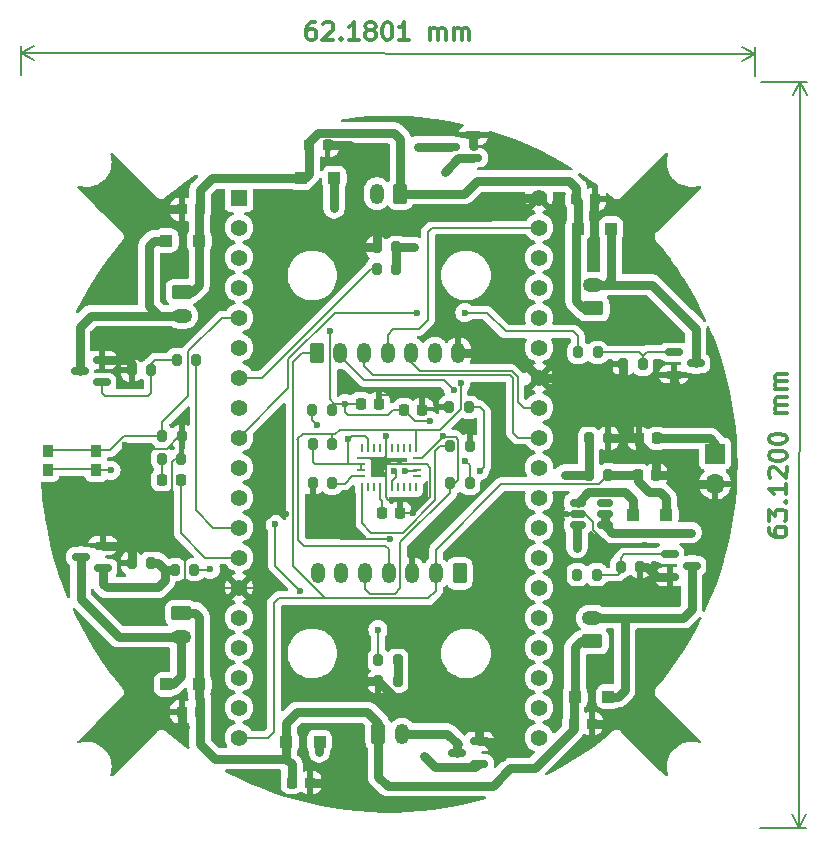
<source format=gtl>
G04 #@! TF.GenerationSoftware,KiCad,Pcbnew,8.0.8-8.0.8-0~ubuntu24.04.1*
G04 #@! TF.CreationDate,2025-03-31T18:32:50+09:00*
G04 #@! TF.ProjectId,multicopter,6d756c74-6963-46f7-9074-65722e6b6963,rev?*
G04 #@! TF.SameCoordinates,Original*
G04 #@! TF.FileFunction,Copper,L1,Top*
G04 #@! TF.FilePolarity,Positive*
%FSLAX46Y46*%
G04 Gerber Fmt 4.6, Leading zero omitted, Abs format (unit mm)*
G04 Created by KiCad (PCBNEW 8.0.8-8.0.8-0~ubuntu24.04.1) date 2025-03-31 18:32:50*
%MOMM*%
%LPD*%
G01*
G04 APERTURE LIST*
G04 Aperture macros list*
%AMRoundRect*
0 Rectangle with rounded corners*
0 $1 Rounding radius*
0 $2 $3 $4 $5 $6 $7 $8 $9 X,Y pos of 4 corners*
0 Add a 4 corners polygon primitive as box body*
4,1,4,$2,$3,$4,$5,$6,$7,$8,$9,$2,$3,0*
0 Add four circle primitives for the rounded corners*
1,1,$1+$1,$2,$3*
1,1,$1+$1,$4,$5*
1,1,$1+$1,$6,$7*
1,1,$1+$1,$8,$9*
0 Add four rect primitives between the rounded corners*
20,1,$1+$1,$2,$3,$4,$5,0*
20,1,$1+$1,$4,$5,$6,$7,0*
20,1,$1+$1,$6,$7,$8,$9,0*
20,1,$1+$1,$8,$9,$2,$3,0*%
G04 Aperture macros list end*
%ADD10C,0.300000*%
G04 #@! TA.AperFunction,NonConductor*
%ADD11C,0.300000*%
G04 #@! TD*
G04 #@! TA.AperFunction,NonConductor*
%ADD12C,0.200000*%
G04 #@! TD*
G04 #@! TA.AperFunction,SMDPad,CuDef*
%ADD13RoundRect,0.200000X-0.200000X-0.275000X0.200000X-0.275000X0.200000X0.275000X-0.200000X0.275000X0*%
G04 #@! TD*
G04 #@! TA.AperFunction,SMDPad,CuDef*
%ADD14RoundRect,0.225000X-0.225000X-0.250000X0.225000X-0.250000X0.225000X0.250000X-0.225000X0.250000X0*%
G04 #@! TD*
G04 #@! TA.AperFunction,SMDPad,CuDef*
%ADD15RoundRect,0.150000X-0.587500X-0.150000X0.587500X-0.150000X0.587500X0.150000X-0.587500X0.150000X0*%
G04 #@! TD*
G04 #@! TA.AperFunction,SMDPad,CuDef*
%ADD16RoundRect,0.200000X0.200000X0.275000X-0.200000X0.275000X-0.200000X-0.275000X0.200000X-0.275000X0*%
G04 #@! TD*
G04 #@! TA.AperFunction,SMDPad,CuDef*
%ADD17RoundRect,0.150000X-0.512500X-0.150000X0.512500X-0.150000X0.512500X0.150000X-0.512500X0.150000X0*%
G04 #@! TD*
G04 #@! TA.AperFunction,ComponentPad*
%ADD18RoundRect,0.250000X-0.625000X0.350000X-0.625000X-0.350000X0.625000X-0.350000X0.625000X0.350000X0*%
G04 #@! TD*
G04 #@! TA.AperFunction,ComponentPad*
%ADD19O,1.750000X1.200000*%
G04 #@! TD*
G04 #@! TA.AperFunction,ComponentPad*
%ADD20RoundRect,0.250000X0.625000X-0.350000X0.625000X0.350000X-0.625000X0.350000X-0.625000X-0.350000X0*%
G04 #@! TD*
G04 #@! TA.AperFunction,SMDPad,CuDef*
%ADD21RoundRect,0.150000X0.587500X0.150000X-0.587500X0.150000X-0.587500X-0.150000X0.587500X-0.150000X0*%
G04 #@! TD*
G04 #@! TA.AperFunction,SMDPad,CuDef*
%ADD22RoundRect,0.225000X0.225000X0.250000X-0.225000X0.250000X-0.225000X-0.250000X0.225000X-0.250000X0*%
G04 #@! TD*
G04 #@! TA.AperFunction,SMDPad,CuDef*
%ADD23RoundRect,0.250000X-0.300000X-0.300000X0.300000X-0.300000X0.300000X0.300000X-0.300000X0.300000X0*%
G04 #@! TD*
G04 #@! TA.AperFunction,SMDPad,CuDef*
%ADD24RoundRect,0.218750X-0.218750X-0.256250X0.218750X-0.256250X0.218750X0.256250X-0.218750X0.256250X0*%
G04 #@! TD*
G04 #@! TA.AperFunction,SMDPad,CuDef*
%ADD25RoundRect,0.250000X0.300000X0.300000X-0.300000X0.300000X-0.300000X-0.300000X0.300000X-0.300000X0*%
G04 #@! TD*
G04 #@! TA.AperFunction,ComponentPad*
%ADD26RoundRect,0.250000X0.350000X0.625000X-0.350000X0.625000X-0.350000X-0.625000X0.350000X-0.625000X0*%
G04 #@! TD*
G04 #@! TA.AperFunction,ComponentPad*
%ADD27O,1.200000X1.750000*%
G04 #@! TD*
G04 #@! TA.AperFunction,ComponentPad*
%ADD28RoundRect,0.250000X-0.350000X-0.625000X0.350000X-0.625000X0.350000X0.625000X-0.350000X0.625000X0*%
G04 #@! TD*
G04 #@! TA.AperFunction,ComponentPad*
%ADD29R,1.700000X1.700000*%
G04 #@! TD*
G04 #@! TA.AperFunction,ComponentPad*
%ADD30O,1.700000X1.700000*%
G04 #@! TD*
G04 #@! TA.AperFunction,SMDPad,CuDef*
%ADD31R,0.900000X1.000000*%
G04 #@! TD*
G04 #@! TA.AperFunction,SMDPad,CuDef*
%ADD32R,0.254000X0.675000*%
G04 #@! TD*
G04 #@! TA.AperFunction,SMDPad,CuDef*
%ADD33R,0.675000X0.254000*%
G04 #@! TD*
G04 #@! TA.AperFunction,ComponentPad*
%ADD34R,1.408000X1.408000*%
G04 #@! TD*
G04 #@! TA.AperFunction,ComponentPad*
%ADD35C,1.408000*%
G04 #@! TD*
G04 #@! TA.AperFunction,ViaPad*
%ADD36C,0.600000*%
G04 #@! TD*
G04 #@! TA.AperFunction,Conductor*
%ADD37C,0.800000*%
G04 #@! TD*
G04 #@! TA.AperFunction,Conductor*
%ADD38C,0.150000*%
G04 #@! TD*
G04 #@! TA.AperFunction,Conductor*
%ADD39C,0.200000*%
G04 #@! TD*
G04 APERTURE END LIST*
D10*
D11*
X132337131Y-97645396D02*
X132336860Y-97931110D01*
X132336860Y-97931110D02*
X132408152Y-98074035D01*
X132408152Y-98074035D02*
X132479513Y-98145531D01*
X132479513Y-98145531D02*
X132693663Y-98288592D01*
X132693663Y-98288592D02*
X132979309Y-98360292D01*
X132979309Y-98360292D02*
X133550738Y-98360835D01*
X133550738Y-98360835D02*
X133693662Y-98289543D01*
X133693662Y-98289543D02*
X133765159Y-98218182D01*
X133765159Y-98218182D02*
X133836723Y-98075393D01*
X133836723Y-98075393D02*
X133836995Y-97789679D01*
X133836995Y-97789679D02*
X133765702Y-97646754D01*
X133765702Y-97646754D02*
X133694341Y-97575257D01*
X133694341Y-97575257D02*
X133551552Y-97503693D01*
X133551552Y-97503693D02*
X133194410Y-97503353D01*
X133194410Y-97503353D02*
X133051485Y-97574646D01*
X133051485Y-97574646D02*
X132979988Y-97646007D01*
X132979988Y-97646007D02*
X132908424Y-97788796D01*
X132908424Y-97788796D02*
X132908152Y-98074510D01*
X132908152Y-98074510D02*
X132979445Y-98217435D01*
X132979445Y-98217435D02*
X133050806Y-98288931D01*
X133050806Y-98288931D02*
X133193595Y-98360496D01*
X132337742Y-97002539D02*
X132338625Y-96073968D01*
X132338625Y-96073968D02*
X132909578Y-96574511D01*
X132909578Y-96574511D02*
X132909782Y-96360226D01*
X132909782Y-96360226D02*
X132981346Y-96217436D01*
X132981346Y-96217436D02*
X133052843Y-96146076D01*
X133052843Y-96146076D02*
X133195768Y-96074783D01*
X133195768Y-96074783D02*
X133552910Y-96075122D01*
X133552910Y-96075122D02*
X133695699Y-96146687D01*
X133695699Y-96146687D02*
X133767060Y-96218183D01*
X133767060Y-96218183D02*
X133838353Y-96361108D01*
X133838353Y-96361108D02*
X133837945Y-96789679D01*
X133837945Y-96789679D02*
X133766381Y-96932469D01*
X133766381Y-96932469D02*
X133694885Y-97003829D01*
X133696378Y-95432402D02*
X133767875Y-95361041D01*
X133767875Y-95361041D02*
X133839235Y-95432538D01*
X133839235Y-95432538D02*
X133767739Y-95503898D01*
X133767739Y-95503898D02*
X133696378Y-95432402D01*
X133696378Y-95432402D02*
X133839235Y-95432538D01*
X133840661Y-93932538D02*
X133839847Y-94789680D01*
X133840254Y-94361109D02*
X132340255Y-94359683D01*
X132340255Y-94359683D02*
X132554404Y-94502744D01*
X132554404Y-94502744D02*
X132697126Y-94645737D01*
X132697126Y-94645737D02*
X132768418Y-94788662D01*
X132484062Y-93359820D02*
X132412702Y-93288324D01*
X132412702Y-93288324D02*
X132341409Y-93145399D01*
X132341409Y-93145399D02*
X132341748Y-92788256D01*
X132341748Y-92788256D02*
X132413313Y-92645467D01*
X132413313Y-92645467D02*
X132484809Y-92574106D01*
X132484809Y-92574106D02*
X132627734Y-92502813D01*
X132627734Y-92502813D02*
X132770591Y-92502949D01*
X132770591Y-92502949D02*
X132984809Y-92574581D01*
X132984809Y-92574581D02*
X133841137Y-93432539D01*
X133841137Y-93432539D02*
X133842019Y-92503968D01*
X132342903Y-91573971D02*
X132343038Y-91431114D01*
X132343038Y-91431114D02*
X132414603Y-91288325D01*
X132414603Y-91288325D02*
X132486099Y-91216964D01*
X132486099Y-91216964D02*
X132629024Y-91145672D01*
X132629024Y-91145672D02*
X132914806Y-91074515D01*
X132914806Y-91074515D02*
X133271949Y-91074854D01*
X133271949Y-91074854D02*
X133557595Y-91146554D01*
X133557595Y-91146554D02*
X133700384Y-91218119D01*
X133700384Y-91218119D02*
X133771745Y-91289615D01*
X133771745Y-91289615D02*
X133843038Y-91432540D01*
X133843038Y-91432540D02*
X133842902Y-91575397D01*
X133842902Y-91575397D02*
X133771338Y-91718186D01*
X133771338Y-91718186D02*
X133699841Y-91789547D01*
X133699841Y-91789547D02*
X133556916Y-91860840D01*
X133556916Y-91860840D02*
X133271134Y-91931997D01*
X133271134Y-91931997D02*
X132913991Y-91931657D01*
X132913991Y-91931657D02*
X132628345Y-91859957D01*
X132628345Y-91859957D02*
X132485556Y-91788393D01*
X132485556Y-91788393D02*
X132414195Y-91716896D01*
X132414195Y-91716896D02*
X132342903Y-91573971D01*
X132344261Y-90145401D02*
X132344396Y-90002544D01*
X132344396Y-90002544D02*
X132415961Y-89859755D01*
X132415961Y-89859755D02*
X132487457Y-89788394D01*
X132487457Y-89788394D02*
X132630382Y-89717101D01*
X132630382Y-89717101D02*
X132916164Y-89645944D01*
X132916164Y-89645944D02*
X133273307Y-89646284D01*
X133273307Y-89646284D02*
X133558953Y-89717984D01*
X133558953Y-89717984D02*
X133701742Y-89789548D01*
X133701742Y-89789548D02*
X133773103Y-89861045D01*
X133773103Y-89861045D02*
X133844396Y-90003970D01*
X133844396Y-90003970D02*
X133844260Y-90146827D01*
X133844260Y-90146827D02*
X133772696Y-90289616D01*
X133772696Y-90289616D02*
X133701199Y-90360977D01*
X133701199Y-90360977D02*
X133558274Y-90432269D01*
X133558274Y-90432269D02*
X133272492Y-90503426D01*
X133272492Y-90503426D02*
X132915349Y-90503087D01*
X132915349Y-90503087D02*
X132629703Y-90431387D01*
X132629703Y-90431387D02*
X132486914Y-90359822D01*
X132486914Y-90359822D02*
X132415553Y-90288326D01*
X132415553Y-90288326D02*
X132344261Y-90145401D01*
X133846433Y-87861114D02*
X132846433Y-87860163D01*
X132989290Y-87860299D02*
X132917930Y-87788803D01*
X132917930Y-87788803D02*
X132846637Y-87645878D01*
X132846637Y-87645878D02*
X132846840Y-87431592D01*
X132846840Y-87431592D02*
X132918405Y-87288803D01*
X132918405Y-87288803D02*
X133061330Y-87217510D01*
X133061330Y-87217510D02*
X133847044Y-87218257D01*
X133061330Y-87217510D02*
X132918541Y-87145946D01*
X132918541Y-87145946D02*
X132847248Y-87003021D01*
X132847248Y-87003021D02*
X132847452Y-86788735D01*
X132847452Y-86788735D02*
X132919016Y-86645946D01*
X132919016Y-86645946D02*
X133061941Y-86574653D01*
X133061941Y-86574653D02*
X133847655Y-86575400D01*
X133848334Y-85861115D02*
X132848334Y-85860164D01*
X132991191Y-85860300D02*
X132919831Y-85788804D01*
X132919831Y-85788804D02*
X132848538Y-85645879D01*
X132848538Y-85645879D02*
X132848742Y-85431593D01*
X132848742Y-85431593D02*
X132920306Y-85288804D01*
X132920306Y-85288804D02*
X133063231Y-85217511D01*
X133063231Y-85217511D02*
X133848945Y-85218258D01*
X133063231Y-85217511D02*
X132920442Y-85145947D01*
X132920442Y-85145947D02*
X132849149Y-85003022D01*
X132849149Y-85003022D02*
X132849353Y-84788736D01*
X132849353Y-84788736D02*
X132920917Y-84645947D01*
X132920917Y-84645947D02*
X133063842Y-84574654D01*
X133063842Y-84574654D02*
X133849556Y-84575401D01*
D12*
X131700000Y-59870475D02*
X135581129Y-59874164D01*
X131640000Y-122990475D02*
X135521129Y-122994164D01*
X134994709Y-59873607D02*
X134934709Y-122993607D01*
X134994709Y-59873607D02*
X134934709Y-122993607D01*
X134994709Y-59873607D02*
X135580059Y-61000668D01*
X134994709Y-59873607D02*
X134407218Y-60999553D01*
X134934709Y-122993607D02*
X134349359Y-121866546D01*
X134934709Y-122993607D02*
X135522200Y-121867661D01*
D10*
D11*
X93905371Y-54801152D02*
X93619657Y-54800600D01*
X93619657Y-54800600D02*
X93476662Y-54871753D01*
X93476662Y-54871753D02*
X93405096Y-54943044D01*
X93405096Y-54943044D02*
X93261826Y-55157053D01*
X93261826Y-55157053D02*
X93189846Y-55442629D01*
X93189846Y-55442629D02*
X93188743Y-56014057D01*
X93188743Y-56014057D02*
X93259896Y-56157051D01*
X93259896Y-56157051D02*
X93331186Y-56228618D01*
X93331186Y-56228618D02*
X93473905Y-56300322D01*
X93473905Y-56300322D02*
X93759619Y-56300873D01*
X93759619Y-56300873D02*
X93902614Y-56229721D01*
X93902614Y-56229721D02*
X93974180Y-56158430D01*
X93974180Y-56158430D02*
X94045884Y-56015711D01*
X94045884Y-56015711D02*
X94046573Y-55658569D01*
X94046573Y-55658569D02*
X93975421Y-55515574D01*
X93975421Y-55515574D02*
X93904130Y-55444008D01*
X93904130Y-55444008D02*
X93761411Y-55372304D01*
X93761411Y-55372304D02*
X93475697Y-55371752D01*
X93475697Y-55371752D02*
X93332703Y-55442905D01*
X93332703Y-55442905D02*
X93261136Y-55514196D01*
X93261136Y-55514196D02*
X93189432Y-55656915D01*
X94619379Y-54945387D02*
X94690945Y-54874097D01*
X94690945Y-54874097D02*
X94833940Y-54802944D01*
X94833940Y-54802944D02*
X95191082Y-54803633D01*
X95191082Y-54803633D02*
X95333801Y-54875337D01*
X95333801Y-54875337D02*
X95405092Y-54946903D01*
X95405092Y-54946903D02*
X95476245Y-55089898D01*
X95476245Y-55089898D02*
X95475969Y-55232755D01*
X95475969Y-55232755D02*
X95404127Y-55446903D01*
X95404127Y-55446903D02*
X94545331Y-56302390D01*
X94545331Y-56302390D02*
X95473901Y-56304182D01*
X96117032Y-56162565D02*
X96188323Y-56234132D01*
X96188323Y-56234132D02*
X96116757Y-56305422D01*
X96116757Y-56305422D02*
X96045466Y-56233856D01*
X96045466Y-56233856D02*
X96117032Y-56162565D01*
X96117032Y-56162565D02*
X96116757Y-56305422D01*
X97616754Y-56308317D02*
X96759613Y-56306663D01*
X97188184Y-56307490D02*
X97191078Y-54807493D01*
X97191078Y-54807493D02*
X97047808Y-55021502D01*
X97047808Y-55021502D02*
X96904675Y-55164084D01*
X96904675Y-55164084D02*
X96761681Y-55235236D01*
X98475549Y-55452830D02*
X98332830Y-55381126D01*
X98332830Y-55381126D02*
X98261540Y-55309560D01*
X98261540Y-55309560D02*
X98190387Y-55166565D01*
X98190387Y-55166565D02*
X98190525Y-55095136D01*
X98190525Y-55095136D02*
X98262229Y-54952417D01*
X98262229Y-54952417D02*
X98333795Y-54881127D01*
X98333795Y-54881127D02*
X98476790Y-54809974D01*
X98476790Y-54809974D02*
X98762504Y-54810525D01*
X98762504Y-54810525D02*
X98905223Y-54882230D01*
X98905223Y-54882230D02*
X98976513Y-54953796D01*
X98976513Y-54953796D02*
X99047666Y-55096791D01*
X99047666Y-55096791D02*
X99047528Y-55168219D01*
X99047528Y-55168219D02*
X98975824Y-55310938D01*
X98975824Y-55310938D02*
X98904258Y-55382229D01*
X98904258Y-55382229D02*
X98761263Y-55453381D01*
X98761263Y-55453381D02*
X98475549Y-55452830D01*
X98475549Y-55452830D02*
X98332554Y-55523983D01*
X98332554Y-55523983D02*
X98260988Y-55595273D01*
X98260988Y-55595273D02*
X98189284Y-55737992D01*
X98189284Y-55737992D02*
X98188733Y-56023706D01*
X98188733Y-56023706D02*
X98259885Y-56166701D01*
X98259885Y-56166701D02*
X98331176Y-56238267D01*
X98331176Y-56238267D02*
X98473895Y-56309971D01*
X98473895Y-56309971D02*
X98759609Y-56310523D01*
X98759609Y-56310523D02*
X98902604Y-56239370D01*
X98902604Y-56239370D02*
X98974170Y-56168079D01*
X98974170Y-56168079D02*
X99045874Y-56025360D01*
X99045874Y-56025360D02*
X99046425Y-55739647D01*
X99046425Y-55739647D02*
X98975273Y-55596652D01*
X98975273Y-55596652D02*
X98903982Y-55525086D01*
X98903982Y-55525086D02*
X98761263Y-55453381D01*
X99976787Y-54812869D02*
X100119644Y-54813145D01*
X100119644Y-54813145D02*
X100262363Y-54884849D01*
X100262363Y-54884849D02*
X100333653Y-54956415D01*
X100333653Y-54956415D02*
X100404806Y-55099410D01*
X100404806Y-55099410D02*
X100475683Y-55385261D01*
X100475683Y-55385261D02*
X100474994Y-55742404D01*
X100474994Y-55742404D02*
X100403014Y-56027979D01*
X100403014Y-56027979D02*
X100331310Y-56170698D01*
X100331310Y-56170698D02*
X100259743Y-56241989D01*
X100259743Y-56241989D02*
X100116749Y-56313142D01*
X100116749Y-56313142D02*
X99973892Y-56312866D01*
X99973892Y-56312866D02*
X99831173Y-56241162D01*
X99831173Y-56241162D02*
X99759882Y-56169596D01*
X99759882Y-56169596D02*
X99688729Y-56026601D01*
X99688729Y-56026601D02*
X99617852Y-55740749D01*
X99617852Y-55740749D02*
X99618542Y-55383607D01*
X99618542Y-55383607D02*
X99690521Y-55098031D01*
X99690521Y-55098031D02*
X99762226Y-54955312D01*
X99762226Y-54955312D02*
X99833792Y-54884022D01*
X99833792Y-54884022D02*
X99976787Y-54812869D01*
X101902459Y-56316588D02*
X101045318Y-56314934D01*
X101473889Y-56315761D02*
X101476783Y-54815764D01*
X101476783Y-54815764D02*
X101333513Y-55029773D01*
X101333513Y-55029773D02*
X101190380Y-55172355D01*
X101190380Y-55172355D02*
X101047386Y-55243507D01*
X103688170Y-56320034D02*
X103690099Y-55320036D01*
X103689824Y-55462893D02*
X103761390Y-55391602D01*
X103761390Y-55391602D02*
X103904385Y-55320450D01*
X103904385Y-55320450D02*
X104118670Y-55320863D01*
X104118670Y-55320863D02*
X104261389Y-55392567D01*
X104261389Y-55392567D02*
X104332542Y-55535562D01*
X104332542Y-55535562D02*
X104331026Y-56321275D01*
X104332542Y-55535562D02*
X104404246Y-55392843D01*
X104404246Y-55392843D02*
X104547241Y-55321690D01*
X104547241Y-55321690D02*
X104761526Y-55322104D01*
X104761526Y-55322104D02*
X104904245Y-55393808D01*
X104904245Y-55393808D02*
X104975398Y-55536803D01*
X104975398Y-55536803D02*
X104973882Y-56322515D01*
X105688166Y-56323894D02*
X105690096Y-55323896D01*
X105689820Y-55466753D02*
X105761386Y-55395462D01*
X105761386Y-55395462D02*
X105904381Y-55324309D01*
X105904381Y-55324309D02*
X106118666Y-55324723D01*
X106118666Y-55324723D02*
X106261385Y-55396427D01*
X106261385Y-55396427D02*
X106332538Y-55539422D01*
X106332538Y-55539422D02*
X106331022Y-56325135D01*
X106332538Y-55539422D02*
X106404242Y-55396703D01*
X106404242Y-55396703D02*
X106547237Y-55325550D01*
X106547237Y-55325550D02*
X106761522Y-55325964D01*
X106761522Y-55325964D02*
X106904241Y-55397668D01*
X106904241Y-55397668D02*
X106975394Y-55540662D01*
X106975394Y-55540662D02*
X106973878Y-56326375D01*
D12*
X69020965Y-59250001D02*
X69025716Y-56788394D01*
X131200965Y-59370001D02*
X131205716Y-56908394D01*
X69024584Y-57374812D02*
X131204584Y-57494812D01*
X69024584Y-57374812D02*
X131204584Y-57494812D01*
X69024584Y-57374812D02*
X70152217Y-56790566D01*
X69024584Y-57374812D02*
X70149954Y-57963406D01*
X131204584Y-57494812D02*
X130076951Y-58079058D01*
X131204584Y-57494812D02*
X130079214Y-56906218D01*
D13*
X78395000Y-84280000D03*
X80045000Y-84280000D03*
D14*
X91965000Y-119190000D03*
X93515000Y-119190000D03*
D13*
X99145000Y-73870000D03*
X100795000Y-73870000D03*
D15*
X123950000Y-99870000D03*
X123950000Y-101770000D03*
X125825000Y-100820000D03*
D16*
X95385000Y-90550000D03*
X93735000Y-90550000D03*
D14*
X116045000Y-69810000D03*
X117595000Y-69810000D03*
D17*
X116160000Y-95500000D03*
X116160000Y-96450000D03*
X116160000Y-97400000D03*
X118435000Y-97400000D03*
X118435000Y-96450000D03*
X118435000Y-95500000D03*
D16*
X100920000Y-108820000D03*
X99270000Y-108820000D03*
D18*
X82580000Y-104830000D03*
D19*
X82580000Y-106830000D03*
D18*
X82650000Y-77640000D03*
D19*
X82650000Y-79640000D03*
D20*
X117410000Y-107230000D03*
D19*
X117410000Y-105230000D03*
D21*
X75857500Y-85300000D03*
X75857500Y-83400000D03*
X73982500Y-84350000D03*
D14*
X115810000Y-114200000D03*
X117360000Y-114200000D03*
D13*
X78385000Y-100600000D03*
X80035000Y-100600000D03*
D16*
X117785000Y-101580000D03*
X116135000Y-101580000D03*
D22*
X84175000Y-113190000D03*
X82625000Y-113190000D03*
D23*
X116180000Y-72290000D03*
X118980000Y-72290000D03*
D16*
X121445000Y-100900000D03*
X119795000Y-100900000D03*
X82615000Y-91760000D03*
X80965000Y-91760000D03*
X117845000Y-82760000D03*
X116195000Y-82760000D03*
D24*
X80962500Y-93560000D03*
X82537500Y-93560000D03*
D13*
X120025000Y-83760000D03*
X121675000Y-83760000D03*
D25*
X123647500Y-96490000D03*
X120847500Y-96490000D03*
D16*
X82650000Y-89870000D03*
X81000000Y-89870000D03*
X100780000Y-75720000D03*
X99130000Y-75720000D03*
X118755000Y-90030000D03*
X117105000Y-90030000D03*
D20*
X117490000Y-79040000D03*
D19*
X117490000Y-77040000D03*
D26*
X101150000Y-69320000D03*
D27*
X99150000Y-69320000D03*
D21*
X75947500Y-101012500D03*
X75947500Y-99112500D03*
X74072500Y-100062500D03*
D13*
X82065000Y-101150000D03*
X83715000Y-101150000D03*
X105390000Y-90670000D03*
X107040000Y-90670000D03*
D23*
X115942500Y-111910000D03*
X118742500Y-111910000D03*
X92740000Y-67990000D03*
X95540000Y-67990000D03*
D13*
X93675000Y-87650000D03*
X95325000Y-87650000D03*
X99260000Y-110600000D03*
X100910000Y-110600000D03*
X105370000Y-93850000D03*
X107020000Y-93850000D03*
D28*
X99290000Y-115070000D03*
D27*
X101290000Y-115070000D03*
D25*
X84117500Y-73290000D03*
X81317500Y-73290000D03*
D29*
X127800000Y-91325000D03*
D30*
X127800000Y-93865000D03*
D22*
X122880000Y-90040000D03*
X121330000Y-90040000D03*
D31*
X75390000Y-92710000D03*
X71290000Y-92710000D03*
X75390000Y-91110000D03*
X71290000Y-91110000D03*
D16*
X95365000Y-93820000D03*
X93715000Y-93820000D03*
D13*
X105280000Y-87400000D03*
X106930000Y-87400000D03*
X82225000Y-83370000D03*
X83875000Y-83370000D03*
D21*
X107330000Y-66280000D03*
X107330000Y-64380000D03*
X105455000Y-65330000D03*
D32*
X97935000Y-90827500D03*
D33*
X97797500Y-91740000D03*
X97797500Y-92240000D03*
X97797500Y-92740000D03*
X97797500Y-93240000D03*
D32*
X97935000Y-94152500D03*
X98435000Y-94152500D03*
X98935000Y-94152500D03*
X99435000Y-94152500D03*
X99935000Y-94152500D03*
X100435000Y-94152500D03*
X100935000Y-94152500D03*
X101435000Y-94152500D03*
X101935000Y-94152500D03*
X102435000Y-94152500D03*
D33*
X102572500Y-93240000D03*
X102572500Y-92740000D03*
X102572500Y-92240000D03*
X102572500Y-91740000D03*
D32*
X102435000Y-90827500D03*
X101935000Y-90827500D03*
X101435000Y-90827500D03*
X100935000Y-90827500D03*
X100435000Y-90827500D03*
X99935000Y-90827500D03*
X99435000Y-90827500D03*
X98935000Y-90827500D03*
X98435000Y-90827500D03*
D34*
X87485000Y-69655000D03*
D35*
X87485000Y-72195000D03*
X87485000Y-74735000D03*
X87485000Y-77275000D03*
X87485000Y-79815000D03*
X87485000Y-82355000D03*
X87485000Y-84895000D03*
X87485000Y-87435000D03*
X87485000Y-89975000D03*
X87485000Y-92515000D03*
X87485000Y-95055000D03*
X87485000Y-97595000D03*
X87485000Y-100135000D03*
X87485000Y-102675000D03*
X87485000Y-105215000D03*
X87485000Y-107755000D03*
X87485000Y-110295000D03*
X87485000Y-112835000D03*
X87485000Y-115375000D03*
X112885000Y-69655000D03*
X112885000Y-72195000D03*
X112885000Y-74735000D03*
X112885000Y-77275000D03*
X112885000Y-79815000D03*
X112885000Y-82355000D03*
X112885000Y-84895000D03*
X112885000Y-87435000D03*
X112885000Y-89975000D03*
X112885000Y-92515000D03*
X112885000Y-95055000D03*
X112885000Y-97595000D03*
X112885000Y-100135000D03*
X112885000Y-102675000D03*
X112885000Y-105215000D03*
X112885000Y-107755000D03*
X112885000Y-110295000D03*
X112885000Y-112835000D03*
X112885000Y-115375000D03*
D14*
X99595000Y-96380000D03*
X101145000Y-96380000D03*
D22*
X99335000Y-87090000D03*
X97785000Y-87090000D03*
D21*
X107807500Y-117590000D03*
X107807500Y-115690000D03*
X105932500Y-116640000D03*
D22*
X84175000Y-70640000D03*
X82625000Y-70640000D03*
X103005000Y-87620000D03*
X101455000Y-87620000D03*
D14*
X93430000Y-65240000D03*
X94980000Y-65240000D03*
D25*
X84110000Y-110860000D03*
X81310000Y-110860000D03*
D13*
X117105000Y-93130000D03*
X118755000Y-93130000D03*
D15*
X124292500Y-82740000D03*
X124292500Y-84640000D03*
X126167500Y-83690000D03*
D14*
X121265000Y-93150000D03*
X122815000Y-93150000D03*
D23*
X91502500Y-115740000D03*
X94302500Y-115740000D03*
D26*
X106160000Y-101470000D03*
D27*
X104160000Y-101470000D03*
X102160000Y-101470000D03*
X100160000Y-101470000D03*
X98160000Y-101470000D03*
X96160000Y-101470000D03*
X94160000Y-101470000D03*
D28*
X94060000Y-82820000D03*
D27*
X96060000Y-82820000D03*
X98060000Y-82820000D03*
X100060000Y-82820000D03*
X102060000Y-82820000D03*
X104060000Y-82820000D03*
X106060000Y-82820000D03*
D36*
X82910000Y-114510000D03*
X85060000Y-101140000D03*
X76650000Y-92740000D03*
X79450000Y-70640000D03*
X100750000Y-86360000D03*
X96480000Y-87090000D03*
X99250000Y-106230000D03*
X94820000Y-120570000D03*
X116100000Y-99280000D03*
X107360000Y-65340000D03*
X117540000Y-71270000D03*
X102280000Y-73870000D03*
X95540000Y-70520000D03*
X106470000Y-89160000D03*
X119420000Y-113610000D03*
X109790000Y-117050000D03*
X102253413Y-96323413D03*
X121860000Y-99100000D03*
X77810000Y-90600000D03*
X122625000Y-101485000D03*
X123950000Y-101770000D03*
X93280000Y-111820000D03*
X97430000Y-66430000D03*
X99940000Y-89865000D03*
X93715000Y-96145000D03*
X123990000Y-93150000D03*
X91445000Y-96450000D03*
X109490000Y-100090000D03*
X78060000Y-83400000D03*
X100250000Y-98585000D03*
X125770000Y-98010000D03*
X103640000Y-88540000D03*
X96700000Y-90130000D03*
X95150000Y-80930000D03*
X106645000Y-91930000D03*
X102600000Y-65330000D03*
X94280000Y-116590000D03*
X117710000Y-94600000D03*
X104890000Y-67460000D03*
X100910000Y-109800000D03*
X103130000Y-116960000D03*
X102540000Y-79420000D03*
X106610000Y-79390000D03*
X92660000Y-102960000D03*
X116135000Y-101580000D03*
X90536587Y-97293413D03*
X104735027Y-89859125D03*
X106250000Y-85390000D03*
X94080000Y-88920000D03*
X100600000Y-92815000D03*
X107880000Y-92780000D03*
X101570000Y-92815000D03*
X115050000Y-93130000D03*
X105663763Y-85934363D03*
D37*
X82625000Y-114225000D02*
X82910000Y-114510000D01*
X82625000Y-113190000D02*
X82625000Y-114225000D01*
D38*
X83715000Y-101150000D02*
X85050000Y-101150000D01*
X85050000Y-101150000D02*
X85060000Y-101140000D01*
X75390000Y-92710000D02*
X76620000Y-92710000D01*
X76620000Y-92710000D02*
X76650000Y-92740000D01*
D37*
X79450000Y-70640000D02*
X82625000Y-70640000D01*
D38*
X99560000Y-86360000D02*
X100750000Y-86360000D01*
X100750000Y-86360000D02*
X102840000Y-86360000D01*
X96480000Y-87090000D02*
X97785000Y-87090000D01*
X99270000Y-108820000D02*
X99270000Y-106250000D01*
X99270000Y-106250000D02*
X99250000Y-106230000D01*
D37*
X94820000Y-119240000D02*
X94710000Y-119130000D01*
X94710000Y-119130000D02*
X94650000Y-119190000D01*
X94820000Y-120570000D02*
X94820000Y-119240000D01*
X94650000Y-119190000D02*
X93515000Y-119190000D01*
X116100000Y-99280000D02*
X116100000Y-97460000D01*
X116100000Y-97460000D02*
X116160000Y-97400000D01*
X107330000Y-64380000D02*
X107330000Y-65250000D01*
X107330000Y-65250000D02*
X107360000Y-65280000D01*
X117540000Y-69865000D02*
X117595000Y-69810000D01*
X117540000Y-71270000D02*
X117540000Y-69865000D01*
X100795000Y-73870000D02*
X102280000Y-73870000D01*
X95540000Y-70520000D02*
X95550000Y-70530000D01*
X95540000Y-67990000D02*
X95540000Y-70520000D01*
D39*
X107040000Y-90670000D02*
X107040000Y-89730000D01*
X107040000Y-89730000D02*
X106470000Y-89160000D01*
D37*
X117360000Y-114200000D02*
X118830000Y-114200000D01*
X118830000Y-114200000D02*
X119420000Y-113610000D01*
X107807500Y-115690000D02*
X108430000Y-115690000D01*
X108430000Y-115690000D02*
X109790000Y-117050000D01*
D38*
X104180000Y-87400000D02*
X105280000Y-87400000D01*
D37*
X125775000Y-93865000D02*
X127800000Y-93865000D01*
X121330000Y-90040000D02*
X121330000Y-90520000D01*
D38*
X99945000Y-92240000D02*
X99935000Y-92230000D01*
X93715000Y-93820000D02*
X93715000Y-96145000D01*
D37*
X121445000Y-100900000D02*
X122040000Y-100900000D01*
X82625000Y-113175000D02*
X82630000Y-113170000D01*
X99145000Y-71905000D02*
X99750000Y-71300000D01*
X120025000Y-85205000D02*
X120520000Y-85700000D01*
D38*
X103700000Y-94990000D02*
X103700000Y-92530000D01*
X81390000Y-90900000D02*
X78110000Y-90900000D01*
D37*
X97430000Y-65760000D02*
X97430000Y-66430000D01*
X99260000Y-110600000D02*
X101250000Y-112590000D01*
D38*
X116160000Y-96450000D02*
X116822499Y-96450000D01*
D37*
X97650000Y-111240000D02*
X98290000Y-110600000D01*
X77530000Y-83400000D02*
X78060000Y-83400000D01*
D38*
X99935000Y-91925000D02*
X99750000Y-91740000D01*
D37*
X122625000Y-101485000D02*
X122910000Y-101770000D01*
X112885000Y-69655000D02*
X110415000Y-69655000D01*
X78060000Y-83400000D02*
X78395000Y-83735000D01*
D38*
X82650000Y-89870000D02*
X82420000Y-89870000D01*
D37*
X125750000Y-93890000D02*
X125775000Y-93865000D01*
D38*
X101145000Y-95545000D02*
X101145000Y-96380000D01*
D37*
X110810000Y-82820000D02*
X112885000Y-84895000D01*
D38*
X83545000Y-102675000D02*
X82890000Y-102020000D01*
D37*
X93280000Y-111820000D02*
X93860000Y-111240000D01*
X97430000Y-73200000D02*
X98100000Y-73870000D01*
X122815000Y-92005000D02*
X122815000Y-93150000D01*
X120520000Y-85700000D02*
X120520000Y-90030000D01*
X117370000Y-114200000D02*
X117380000Y-114210000D01*
X98100000Y-73870000D02*
X99145000Y-73870000D01*
D38*
X118840000Y-99100000D02*
X121860000Y-99100000D01*
D37*
X117360000Y-114200000D02*
X117370000Y-114200000D01*
X77932500Y-99112500D02*
X78385000Y-99565000D01*
X75857500Y-83400000D02*
X77530000Y-83400000D01*
D38*
X99335000Y-86585000D02*
X99560000Y-86360000D01*
D37*
X124360000Y-85370000D02*
X124292500Y-85302500D01*
D38*
X99935000Y-94152500D02*
X99935000Y-92230000D01*
X81820000Y-98560000D02*
X81267500Y-99112500D01*
X117497500Y-97757500D02*
X118840000Y-99100000D01*
X109490000Y-111655000D02*
X107807500Y-113337500D01*
X96120000Y-98550000D02*
X100250000Y-98550000D01*
X89370000Y-97410000D02*
X89370000Y-102110000D01*
X102310000Y-96380000D02*
X101145000Y-96380000D01*
D37*
X78395000Y-83735000D02*
X78395000Y-84280000D01*
X124292500Y-85302500D02*
X124292500Y-84640000D01*
X93860000Y-111240000D02*
X97650000Y-111240000D01*
D38*
X114980000Y-96450000D02*
X114690000Y-96160000D01*
X88805000Y-102675000D02*
X87485000Y-102675000D01*
X116822499Y-96450000D02*
X117497500Y-97125001D01*
D37*
X120520000Y-85700000D02*
X124030000Y-85700000D01*
X120520000Y-90030000D02*
X121320000Y-90030000D01*
X107060000Y-112590000D02*
X107807500Y-113337500D01*
D38*
X78110000Y-90900000D02*
X77810000Y-90600000D01*
X103030000Y-86550000D02*
X103005000Y-86575000D01*
D37*
X82640000Y-70640000D02*
X82650000Y-70650000D01*
D38*
X103960000Y-87620000D02*
X104180000Y-87400000D01*
X109490000Y-100090000D02*
X109490000Y-111655000D01*
D37*
X120025000Y-83760000D02*
X120025000Y-85205000D01*
D38*
X99935000Y-90827500D02*
X99935000Y-89870000D01*
X100130000Y-95240000D02*
X100840000Y-95240000D01*
X103005000Y-86575000D02*
X103005000Y-87620000D01*
D37*
X121330000Y-90520000D02*
X122815000Y-92005000D01*
D38*
X82615000Y-91760000D02*
X82080000Y-91760000D01*
D37*
X96910000Y-65240000D02*
X97430000Y-65760000D01*
D38*
X102160000Y-101470000D02*
X102160000Y-99490000D01*
D37*
X112885000Y-84895000D02*
X119715000Y-84895000D01*
X122040000Y-100900000D02*
X122625000Y-101485000D01*
X94980000Y-65240000D02*
X96910000Y-65240000D01*
D38*
X82080000Y-91760000D02*
X81820000Y-92020000D01*
X99935000Y-91545000D02*
X99935000Y-90827500D01*
D37*
X119715000Y-84895000D02*
X120025000Y-85205000D01*
D38*
X100840000Y-95240000D02*
X101145000Y-95545000D01*
D37*
X122815000Y-93150000D02*
X123990000Y-93150000D01*
D38*
X81820000Y-92020000D02*
X81820000Y-98560000D01*
X90330000Y-96450000D02*
X89370000Y-97410000D01*
X82890000Y-102020000D02*
X82890000Y-99630000D01*
X82420000Y-89870000D02*
X81390000Y-90900000D01*
D37*
X118755000Y-90030000D02*
X120520000Y-90030000D01*
D38*
X82890000Y-99630000D02*
X81820000Y-98560000D01*
D37*
X124030000Y-85700000D02*
X124360000Y-85370000D01*
D38*
X99935000Y-89870000D02*
X99940000Y-89865000D01*
X99935000Y-94152500D02*
X99935000Y-95045000D01*
D37*
X82625000Y-70640000D02*
X82640000Y-70640000D01*
D38*
X103005000Y-87620000D02*
X103960000Y-87620000D01*
X100250000Y-98550000D02*
X100250000Y-98585000D01*
X82650000Y-89870000D02*
X82650000Y-91725000D01*
X81267500Y-99112500D02*
X77932500Y-99112500D01*
X89370000Y-102110000D02*
X88805000Y-102675000D01*
X102572500Y-92240000D02*
X99945000Y-92240000D01*
D37*
X123990000Y-93150000D02*
X125010000Y-93150000D01*
D38*
X99935000Y-95045000D02*
X100130000Y-95240000D01*
X102840000Y-86360000D02*
X103030000Y-86550000D01*
D37*
X82625000Y-113190000D02*
X82625000Y-113175000D01*
X110415000Y-69655000D02*
X108770000Y-71300000D01*
D38*
X91445000Y-96450000D02*
X90330000Y-96450000D01*
D37*
X75947500Y-99112500D02*
X77932500Y-99112500D01*
X97430000Y-66430000D02*
X97430000Y-73200000D01*
X99750000Y-71300000D02*
X108770000Y-71300000D01*
D38*
X99935000Y-92230000D02*
X99935000Y-91925000D01*
X116160000Y-96450000D02*
X114980000Y-96450000D01*
X93715000Y-96145000D02*
X96120000Y-98550000D01*
X103700000Y-94990000D02*
X102310000Y-96380000D01*
D37*
X122910000Y-101770000D02*
X123950000Y-101770000D01*
D38*
X102160000Y-99490000D02*
X102400000Y-99250000D01*
D37*
X125010000Y-93150000D02*
X125750000Y-93890000D01*
D38*
X103700000Y-92530000D02*
X103410000Y-92240000D01*
X99335000Y-87090000D02*
X99335000Y-86585000D01*
D37*
X101250000Y-112590000D02*
X107060000Y-112590000D01*
X99145000Y-73870000D02*
X99145000Y-71905000D01*
D38*
X99750000Y-91740000D02*
X99940000Y-91550000D01*
D37*
X98290000Y-110600000D02*
X99260000Y-110600000D01*
D38*
X117497500Y-97125001D02*
X117497500Y-97757500D01*
D37*
X107807500Y-113337500D02*
X107807500Y-115690000D01*
D38*
X87485000Y-102675000D02*
X83545000Y-102675000D01*
D37*
X106060000Y-82820000D02*
X110810000Y-82820000D01*
X78385000Y-99565000D02*
X78385000Y-100600000D01*
D38*
X97797500Y-91740000D02*
X99750000Y-91740000D01*
X103410000Y-92240000D02*
X102572500Y-92240000D01*
D37*
X121320000Y-90030000D02*
X121330000Y-90040000D01*
D38*
X99940000Y-91550000D02*
X99935000Y-91545000D01*
X82650000Y-91725000D02*
X82615000Y-91760000D01*
D37*
X84110000Y-110860000D02*
X84110000Y-105170000D01*
X115810000Y-114200000D02*
X115810000Y-114675000D01*
X115942500Y-111910000D02*
X115942500Y-107687500D01*
X82650000Y-77640000D02*
X83510000Y-77640000D01*
X116045000Y-68855000D02*
X115430000Y-68240000D01*
X91502500Y-114117500D02*
X91502500Y-115740000D01*
X115430000Y-68240000D02*
X107600000Y-68240000D01*
X84117500Y-77032500D02*
X84117500Y-73290000D01*
X85190000Y-67970000D02*
X85210000Y-67990000D01*
X91502500Y-115740000D02*
X91502500Y-117162500D01*
X83740000Y-104800000D02*
X83710000Y-104830000D01*
X100070000Y-119450000D02*
X99290000Y-118670000D01*
X108970000Y-119450000D02*
X100070000Y-119450000D01*
X127800000Y-90480000D02*
X127800000Y-91325000D01*
X100635000Y-64165000D02*
X101150000Y-64680000D01*
X85210000Y-67990000D02*
X92740000Y-67990000D01*
X84175000Y-115905000D02*
X85430000Y-117160000D01*
X116045000Y-69810000D02*
X116045000Y-68855000D01*
X99290000Y-118670000D02*
X99290000Y-115070000D01*
X117490000Y-79040000D02*
X116630000Y-79040000D01*
X84175000Y-113190000D02*
X84175000Y-115905000D01*
X116630000Y-79040000D02*
X116015000Y-78425000D01*
X84175000Y-112125000D02*
X84175000Y-113190000D01*
X106520000Y-69320000D02*
X101150000Y-69320000D01*
X99290000Y-114160000D02*
X98360000Y-113230000D01*
X107600000Y-68240000D02*
X106520000Y-69320000D01*
X92740000Y-67990000D02*
X93100000Y-67990000D01*
X116015000Y-78425000D02*
X116015000Y-72455000D01*
X85430000Y-117160000D02*
X85860000Y-117160000D01*
X84117500Y-70697500D02*
X84175000Y-70640000D01*
X116180000Y-72290000D02*
X116180000Y-69945000D01*
X116015000Y-72455000D02*
X116180000Y-72290000D01*
X93430000Y-64940000D02*
X94205000Y-64165000D01*
X115810000Y-114675000D02*
X112525000Y-117960000D01*
X122880000Y-90040000D02*
X127360000Y-90040000D01*
X84110000Y-111990000D02*
X84210000Y-112090000D01*
X93430000Y-65240000D02*
X93430000Y-64940000D01*
X84117500Y-73290000D02*
X84117500Y-70697500D01*
X115810000Y-112042500D02*
X115942500Y-111910000D01*
X83510000Y-77640000D02*
X84117500Y-77032500D01*
X116460000Y-107230000D02*
X117410000Y-107230000D01*
X85860000Y-117160000D02*
X85862500Y-117162500D01*
X115810000Y-114200000D02*
X115810000Y-112042500D01*
X116430000Y-107200000D02*
X116460000Y-107230000D01*
X91965000Y-117625000D02*
X91965000Y-119190000D01*
X93430000Y-67660000D02*
X93430000Y-65240000D01*
X92390000Y-113230000D02*
X91502500Y-114117500D01*
X84175000Y-68985000D02*
X85190000Y-67970000D01*
X94205000Y-64165000D02*
X100635000Y-64165000D01*
X112525000Y-117960000D02*
X110460000Y-117960000D01*
X116180000Y-69945000D02*
X116045000Y-69810000D01*
X118435000Y-97400000D02*
X119045000Y-98010000D01*
X127360000Y-90040000D02*
X127800000Y-90480000D01*
X115942500Y-107687500D02*
X116430000Y-107200000D01*
X119045000Y-98010000D02*
X125770000Y-98010000D01*
X84110000Y-110860000D02*
X84110000Y-111990000D01*
X110460000Y-117960000D02*
X108970000Y-119450000D01*
X85862500Y-117162500D02*
X91502500Y-117162500D01*
X84175000Y-70640000D02*
X84175000Y-68985000D01*
X84110000Y-105170000D02*
X83740000Y-104800000D01*
X99290000Y-115070000D02*
X99290000Y-114160000D01*
X118435000Y-96450000D02*
X118435000Y-97400000D01*
X101150000Y-64680000D02*
X101150000Y-69320000D01*
X91502500Y-117162500D02*
X91965000Y-117625000D01*
X83710000Y-104830000D02*
X82580000Y-104830000D01*
X93100000Y-67990000D02*
X93430000Y-67660000D01*
X98360000Y-113230000D02*
X92390000Y-113230000D01*
X84210000Y-112090000D02*
X84175000Y-112125000D01*
D38*
X106645000Y-91930000D02*
X107020000Y-92305000D01*
X93740000Y-92070000D02*
X93740000Y-91980000D01*
X98435000Y-90827500D02*
X98435000Y-90075000D01*
X95430000Y-87090000D02*
X95325000Y-87195000D01*
X100510000Y-87620000D02*
X100110000Y-88020000D01*
X71170000Y-92650000D02*
X75270000Y-92650000D01*
X97797500Y-92240000D02*
X96700000Y-92240000D01*
X93910000Y-92240000D02*
X93740000Y-92070000D01*
X97797500Y-92740000D02*
X97797500Y-92240000D01*
X96700000Y-90130000D02*
X96700000Y-92240000D01*
X97020000Y-89810000D02*
X96700000Y-90130000D01*
X75270000Y-92700000D02*
X75230000Y-92740000D01*
X75270000Y-92650000D02*
X75270000Y-92700000D01*
X95185000Y-80965000D02*
X95150000Y-80930000D01*
X93735000Y-91975000D02*
X93735000Y-90550000D01*
X107020000Y-92305000D02*
X107020000Y-93850000D01*
X93740000Y-91980000D02*
X93735000Y-91975000D01*
X96720000Y-88020000D02*
X96480000Y-87780000D01*
X96700000Y-92240000D02*
X93910000Y-92240000D01*
X102375000Y-88540000D02*
X103640000Y-88540000D01*
X96480000Y-87780000D02*
X96480000Y-87090000D01*
X95540000Y-87090000D02*
X95185000Y-86735000D01*
X101455000Y-87620000D02*
X102375000Y-88540000D01*
X100110000Y-88020000D02*
X96720000Y-88020000D01*
X98170000Y-89810000D02*
X97020000Y-89810000D01*
X95185000Y-86735000D02*
X95185000Y-80965000D01*
X95325000Y-87195000D02*
X95325000Y-87650000D01*
X96480000Y-87090000D02*
X95540000Y-87090000D01*
X101455000Y-87620000D02*
X100510000Y-87620000D01*
X98435000Y-90075000D02*
X98170000Y-89810000D01*
X95540000Y-87090000D02*
X95430000Y-87090000D01*
X99595000Y-95305000D02*
X99595000Y-96380000D01*
X99435000Y-95135000D02*
X99600000Y-95300000D01*
X99600000Y-95300000D02*
X99595000Y-95305000D01*
X99435000Y-94152500D02*
X99435000Y-95135000D01*
X103520000Y-103570000D02*
X94747563Y-103570000D01*
X92810000Y-82820000D02*
X94060000Y-82820000D01*
X94747563Y-103570000D02*
X92020000Y-100842437D01*
D37*
X122230000Y-94590000D02*
X123110000Y-94590000D01*
D39*
X87485000Y-115375000D02*
X89945000Y-115375000D01*
D37*
X123647500Y-95132500D02*
X123647500Y-96490000D01*
X118775000Y-93150000D02*
X118755000Y-93130000D01*
D38*
X117960000Y-93925000D02*
X118755000Y-93130000D01*
D37*
X121265000Y-93625000D02*
X122230000Y-94590000D01*
D38*
X104160000Y-102930000D02*
X103520000Y-103570000D01*
D39*
X90850000Y-103570000D02*
X94747563Y-103570000D01*
D37*
X123650000Y-95130000D02*
X123647500Y-95132500D01*
X121265000Y-93150000D02*
X121265000Y-93625000D01*
D39*
X90430000Y-114890000D02*
X90430000Y-103990000D01*
D38*
X104160000Y-101470000D02*
X104160000Y-102930000D01*
X92020000Y-83610000D02*
X92810000Y-82820000D01*
X92020000Y-100842437D02*
X92020000Y-83610000D01*
X104160000Y-99460000D02*
X109695000Y-93925000D01*
X109695000Y-93925000D02*
X117960000Y-93925000D01*
D39*
X89945000Y-115375000D02*
X90430000Y-114890000D01*
D37*
X121265000Y-93150000D02*
X118775000Y-93150000D01*
X123110000Y-94590000D02*
X123650000Y-95130000D01*
D39*
X90430000Y-103990000D02*
X90850000Y-103570000D01*
D38*
X104160000Y-101470000D02*
X104160000Y-99460000D01*
D37*
X105455000Y-65330000D02*
X102600000Y-65330000D01*
X122460000Y-77040000D02*
X121710000Y-77040000D01*
X118980000Y-76580000D02*
X118520000Y-77040000D01*
X118520000Y-77040000D02*
X117490000Y-77040000D01*
X126167500Y-80747500D02*
X122460000Y-77040000D01*
X126167500Y-83690000D02*
X126167500Y-80747500D01*
X118980000Y-72290000D02*
X118980000Y-76580000D01*
X117490000Y-77040000D02*
X121710000Y-77040000D01*
X120140000Y-111340000D02*
X120140000Y-105230000D01*
X125120000Y-105230000D02*
X120140000Y-105230000D01*
X125825000Y-100820000D02*
X125825000Y-104525000D01*
X125825000Y-104525000D02*
X125120000Y-105230000D01*
X119570000Y-111910000D02*
X120140000Y-111340000D01*
X120140000Y-105230000D02*
X117410000Y-105230000D01*
X118742500Y-111910000D02*
X119570000Y-111910000D01*
X105130000Y-115070000D02*
X105990000Y-115930000D01*
X101290000Y-115070000D02*
X105130000Y-115070000D01*
X94280000Y-115762500D02*
X94302500Y-115740000D01*
X105990000Y-115930000D02*
X105932500Y-115987500D01*
X94280000Y-116590000D02*
X94280000Y-115762500D01*
X105932500Y-115987500D02*
X105932500Y-116640000D01*
X74072500Y-100062500D02*
X74072500Y-103612500D01*
X74072500Y-103612500D02*
X77290000Y-106830000D01*
X81920000Y-110860000D02*
X81310000Y-110860000D01*
X77290000Y-106830000D02*
X82580000Y-106830000D01*
X82580000Y-106830000D02*
X82580000Y-110200000D01*
X82580000Y-110200000D02*
X81920000Y-110860000D01*
X81317500Y-73290000D02*
X80300000Y-73290000D01*
X80300000Y-73290000D02*
X79860000Y-73730000D01*
X73982500Y-80607500D02*
X73982500Y-84350000D01*
X80700000Y-79640000D02*
X74950000Y-79640000D01*
X79860000Y-73730000D02*
X79860000Y-78800000D01*
X74950000Y-79640000D02*
X73982500Y-80607500D01*
X80700000Y-79640000D02*
X82650000Y-79640000D01*
X79860000Y-78800000D02*
X80700000Y-79640000D01*
X116160000Y-95500000D02*
X117060000Y-94600000D01*
X120847500Y-95297500D02*
X120847500Y-96490000D01*
X117060000Y-94600000D02*
X120150000Y-94600000D01*
X120150000Y-94600000D02*
X120847500Y-95297500D01*
D38*
X82537500Y-93560000D02*
X82537500Y-98047500D01*
X82537500Y-98047500D02*
X84625000Y-100135000D01*
X84625000Y-100135000D02*
X87485000Y-100135000D01*
X80965000Y-91760000D02*
X80965000Y-93557500D01*
X80965000Y-93557500D02*
X80962500Y-93560000D01*
D37*
X100795000Y-73870000D02*
X100795000Y-75705000D01*
X107330000Y-66280000D02*
X106070000Y-66280000D01*
X106070000Y-66280000D02*
X104890000Y-67460000D01*
X100795000Y-75705000D02*
X100780000Y-75720000D01*
D38*
X117845000Y-82760000D02*
X121380000Y-82760000D01*
X121675000Y-83085000D02*
X122020000Y-82740000D01*
X121690000Y-83070000D02*
X121675000Y-83085000D01*
X121380000Y-82760000D02*
X121690000Y-83070000D01*
X122020000Y-82740000D02*
X124292500Y-82740000D01*
X121675000Y-83085000D02*
X121675000Y-83760000D01*
X119795000Y-100195000D02*
X120120000Y-99870000D01*
X117785000Y-101580000D02*
X119580000Y-101580000D01*
X119795000Y-101365000D02*
X119795000Y-100900000D01*
X119580000Y-101580000D02*
X119795000Y-101365000D01*
X120120000Y-99870000D02*
X123950000Y-99870000D01*
X119795000Y-100900000D02*
X119795000Y-100195000D01*
D37*
X100910000Y-109800000D02*
X100910000Y-108830000D01*
X100910000Y-108830000D02*
X100920000Y-108820000D01*
X100910000Y-110600000D02*
X100910000Y-109800000D01*
X107507500Y-117890000D02*
X104060000Y-117890000D01*
X104060000Y-117890000D02*
X103130000Y-116960000D01*
X107807500Y-117590000D02*
X107507500Y-117890000D01*
X75947500Y-102327500D02*
X76270000Y-102650000D01*
X76270000Y-102650000D02*
X80610000Y-102650000D01*
X75947500Y-101012500D02*
X75947500Y-102327500D01*
X81190000Y-102070000D02*
X81190000Y-101150000D01*
X80035000Y-100600000D02*
X80640000Y-100600000D01*
X80640000Y-100600000D02*
X81190000Y-101150000D01*
X80610000Y-102650000D02*
X81190000Y-102070000D01*
X81190000Y-101150000D02*
X82065000Y-101150000D01*
D38*
X80430000Y-83370000D02*
X82225000Y-83370000D01*
X80045000Y-84280000D02*
X80045000Y-83735000D01*
X75857500Y-85300000D02*
X75857500Y-86187500D01*
X75857500Y-86187500D02*
X76120000Y-86450000D01*
X76120000Y-86450000D02*
X79820000Y-86450000D01*
X80045000Y-86225000D02*
X80045000Y-84280000D01*
X80045000Y-83735000D02*
X80420000Y-83360000D01*
X80420000Y-83360000D02*
X80430000Y-83370000D01*
X79820000Y-86450000D02*
X80045000Y-86225000D01*
D39*
X99130000Y-75720000D02*
X98640000Y-75720000D01*
X98640000Y-75720000D02*
X89465000Y-84895000D01*
X89465000Y-84895000D02*
X87485000Y-84895000D01*
D38*
X116195000Y-81395000D02*
X116195000Y-82760000D01*
X95600000Y-79420000D02*
X102540000Y-79420000D01*
X91670000Y-83350000D02*
X95600000Y-79420000D01*
X106610000Y-79390000D02*
X108460000Y-79390000D01*
X87485000Y-89975000D02*
X91670000Y-85790000D01*
X115790000Y-80990000D02*
X116195000Y-81395000D01*
X110060000Y-80990000D02*
X115790000Y-80990000D01*
X108460000Y-79390000D02*
X110060000Y-80990000D01*
X91670000Y-85790000D02*
X91670000Y-83350000D01*
X90536587Y-100836587D02*
X92660000Y-102960000D01*
X90536587Y-97293413D02*
X90536587Y-100836587D01*
X105820000Y-89920000D02*
X106070000Y-90170000D01*
X101160000Y-102720000D02*
X101160000Y-98845000D01*
X105800000Y-93850000D02*
X105370000Y-93850000D01*
X105370000Y-94635000D02*
X105370000Y-93850000D01*
X104775026Y-89920000D02*
X104775026Y-89899124D01*
X106070000Y-93580000D02*
X105800000Y-93850000D01*
X98570000Y-103220000D02*
X100660000Y-103220000D01*
X104775026Y-89920000D02*
X102955026Y-91740000D01*
X106070000Y-90170000D02*
X106070000Y-93580000D01*
X104775026Y-89899124D02*
X104735027Y-89859125D01*
X102955026Y-91740000D02*
X102572500Y-91740000D01*
X98160000Y-101470000D02*
X98160000Y-102810000D01*
X98160000Y-102810000D02*
X98570000Y-103220000D01*
X105820000Y-89920000D02*
X104775026Y-89920000D01*
X100660000Y-103220000D02*
X101160000Y-102720000D01*
X101160000Y-98845000D02*
X105370000Y-94635000D01*
X95385000Y-89710000D02*
X95360000Y-89685000D01*
X95645000Y-89685000D02*
X96040000Y-89290000D01*
X102410000Y-89290000D02*
X104542292Y-89290000D01*
X95360000Y-89685000D02*
X92865000Y-89685000D01*
X92865000Y-89685000D02*
X92420000Y-90130000D01*
X92420000Y-90130000D02*
X92460000Y-90170000D01*
X92960000Y-99110000D02*
X99840000Y-99110000D01*
X96040000Y-89290000D02*
X102410000Y-89290000D01*
X95385000Y-90550000D02*
X95385000Y-89710000D01*
X102435000Y-89325000D02*
X102470000Y-89290000D01*
X99840000Y-99110000D02*
X100160000Y-99430000D01*
X92460000Y-98610000D02*
X92960000Y-99110000D01*
X104542292Y-89290000D02*
X106250000Y-87582292D01*
X92460000Y-90170000D02*
X92460000Y-98610000D01*
X95645000Y-89685000D02*
X95360000Y-89685000D01*
X100160000Y-99430000D02*
X100160000Y-101470000D01*
X102435000Y-90827500D02*
X102435000Y-89325000D01*
X106250000Y-87582292D02*
X106250000Y-85390000D01*
X102410000Y-89290000D02*
X102470000Y-89290000D01*
X100810000Y-93300000D02*
X100435000Y-93675000D01*
X93675000Y-88515000D02*
X94080000Y-88920000D01*
X100600000Y-92815000D02*
X100600000Y-92840000D01*
X93675000Y-87650000D02*
X93675000Y-88515000D01*
X100810000Y-93050000D02*
X100810000Y-93300000D01*
X100435000Y-93675000D02*
X100435000Y-94152500D01*
X100600000Y-92840000D02*
X100810000Y-93050000D01*
X108220000Y-92440000D02*
X107880000Y-92780000D01*
X102497500Y-92815000D02*
X102572500Y-92740000D01*
X108220000Y-87740000D02*
X108220000Y-92440000D01*
X107880000Y-87400000D02*
X108220000Y-87740000D01*
X106930000Y-87400000D02*
X107880000Y-87400000D01*
X101570000Y-92815000D02*
X102497500Y-92815000D01*
X101380000Y-98010000D02*
X104100000Y-95290000D01*
X97935000Y-94152500D02*
X97935000Y-97245000D01*
X97935000Y-97245000D02*
X98700000Y-98010000D01*
X98700000Y-98010000D02*
X101380000Y-98010000D01*
X104520000Y-90670000D02*
X105390000Y-90670000D01*
X104100000Y-95290000D02*
X104100000Y-91090000D01*
X104100000Y-91090000D02*
X104520000Y-90670000D01*
X97070000Y-93240000D02*
X96440000Y-93870000D01*
X97797500Y-93240000D02*
X97070000Y-93240000D01*
X95635000Y-93870000D02*
X96440000Y-93870000D01*
X75270000Y-91050000D02*
X76530000Y-91050000D01*
X81000000Y-88620000D02*
X81000000Y-89870000D01*
X86035000Y-79815000D02*
X83200000Y-82650000D01*
X77710000Y-89870000D02*
X81000000Y-89870000D01*
X76530000Y-91050000D02*
X77710000Y-89870000D01*
X87485000Y-79815000D02*
X86035000Y-79815000D01*
X83200000Y-86420000D02*
X81000000Y-88620000D01*
X83200000Y-82650000D02*
X83200000Y-86420000D01*
X71170000Y-91050000D02*
X75270000Y-91050000D01*
X83875000Y-96145000D02*
X85325000Y-97595000D01*
X83875000Y-83370000D02*
X83875000Y-96145000D01*
X85325000Y-97595000D02*
X87485000Y-97595000D01*
D37*
X117105000Y-93130000D02*
X115050000Y-93130000D01*
X117105000Y-93130000D02*
X117105000Y-90030000D01*
D38*
X111080000Y-86920000D02*
X111595000Y-87435000D01*
X110580000Y-84340000D02*
X111080000Y-84840000D01*
X102060000Y-83590000D02*
X102810000Y-84340000D01*
X111595000Y-87435000D02*
X112885000Y-87435000D01*
X111080000Y-84840000D02*
X111080000Y-86920000D01*
X102060000Y-82820000D02*
X102060000Y-83590000D01*
X102810000Y-84340000D02*
X110580000Y-84340000D01*
X103470000Y-80040000D02*
X102740000Y-80770000D01*
X102740000Y-80770000D02*
X100540000Y-80770000D01*
X100540000Y-80770000D02*
X100060000Y-81250000D01*
X100060000Y-81250000D02*
X100060000Y-82820000D01*
X112885000Y-72195000D02*
X103825000Y-72195000D01*
X103470000Y-72550000D02*
X103470000Y-80040000D01*
X103825000Y-72195000D02*
X103470000Y-72550000D01*
X98810000Y-84690000D02*
X110420000Y-84690000D01*
X110700000Y-89600000D02*
X111075000Y-89975000D01*
X110420000Y-84690000D02*
X110700000Y-84970000D01*
X98060000Y-83940000D02*
X98810000Y-84690000D01*
X110700000Y-84970000D02*
X110700000Y-89600000D01*
X98060000Y-82820000D02*
X98060000Y-83940000D01*
X111075000Y-89975000D02*
X112885000Y-89975000D01*
X104840000Y-85080000D02*
X104840000Y-85110600D01*
X98045000Y-85080000D02*
X104840000Y-85080000D01*
X96060000Y-82820000D02*
X96060000Y-83095000D01*
X104840000Y-85110600D02*
X105663763Y-85934363D01*
X96060000Y-83095000D02*
X98045000Y-85080000D01*
G04 #@! TA.AperFunction,Conductor*
G36*
X98002677Y-114150185D02*
G01*
X98023314Y-114166814D01*
X98153581Y-114297080D01*
X98187065Y-114358401D01*
X98188956Y-114391798D01*
X98189661Y-114391834D01*
X98189500Y-114394996D01*
X98189500Y-115745001D01*
X98189501Y-115745018D01*
X98200000Y-115847796D01*
X98200001Y-115847799D01*
X98255185Y-116014331D01*
X98255187Y-116014336D01*
X98272860Y-116042989D01*
X98347287Y-116163655D01*
X98347289Y-116163657D01*
X98353181Y-116169549D01*
X98386666Y-116230872D01*
X98389500Y-116257230D01*
X98389500Y-118758696D01*
X98424103Y-118932658D01*
X98424105Y-118932666D01*
X98458046Y-119014606D01*
X98458046Y-119014607D01*
X98491984Y-119096542D01*
X98491985Y-119096543D01*
X98491987Y-119096547D01*
X98546878Y-119178696D01*
X98546878Y-119178697D01*
X98590537Y-119244038D01*
X98590540Y-119244041D01*
X99370536Y-120024035D01*
X99435276Y-120088775D01*
X99495966Y-120149465D01*
X99519961Y-120165498D01*
X99643453Y-120248013D01*
X99691452Y-120267895D01*
X99807334Y-120315895D01*
X99981304Y-120350499D01*
X99981308Y-120350500D01*
X108308309Y-120350500D01*
X108375348Y-120370185D01*
X108421103Y-120422989D01*
X108431047Y-120492147D01*
X108402022Y-120555703D01*
X108343364Y-120593442D01*
X108037025Y-120683728D01*
X108032743Y-120684907D01*
X107013292Y-120946071D01*
X107008969Y-120947096D01*
X105980836Y-121171573D01*
X105976480Y-121172443D01*
X104940932Y-121359955D01*
X104936547Y-121360668D01*
X103894951Y-121510966D01*
X103890544Y-121511521D01*
X102844274Y-121624410D01*
X102839850Y-121624808D01*
X101790145Y-121700153D01*
X101785709Y-121700391D01*
X100734039Y-121738085D01*
X100729597Y-121738165D01*
X99677201Y-121738165D01*
X99672759Y-121738085D01*
X98621088Y-121700391D01*
X98616652Y-121700153D01*
X97566947Y-121624808D01*
X97562523Y-121624410D01*
X96516253Y-121511521D01*
X96511846Y-121510966D01*
X95470250Y-121360668D01*
X95465865Y-121359955D01*
X94430317Y-121172443D01*
X94425961Y-121171573D01*
X93397828Y-120947096D01*
X93393505Y-120946071D01*
X92374054Y-120684907D01*
X92369772Y-120683728D01*
X91360320Y-120386214D01*
X91356081Y-120384882D01*
X90357936Y-120051399D01*
X90353749Y-120049916D01*
X89368204Y-119680903D01*
X89364072Y-119679271D01*
X88392359Y-119275183D01*
X88388289Y-119273404D01*
X87431679Y-118834774D01*
X87427675Y-118832850D01*
X86487404Y-118360242D01*
X86483506Y-118358195D01*
X86369580Y-118295724D01*
X86320266Y-118246234D01*
X86305535Y-118177935D01*
X86330068Y-118112514D01*
X86386076Y-118070742D01*
X86429203Y-118063000D01*
X90940500Y-118063000D01*
X91007539Y-118082685D01*
X91053294Y-118135489D01*
X91064500Y-118187000D01*
X91064500Y-118652024D01*
X91058206Y-118691028D01*
X91024651Y-118792290D01*
X91014500Y-118891647D01*
X91014500Y-119488337D01*
X91014501Y-119488355D01*
X91024650Y-119587707D01*
X91024651Y-119587710D01*
X91077996Y-119748694D01*
X91078001Y-119748705D01*
X91167029Y-119893040D01*
X91167032Y-119893044D01*
X91286955Y-120012967D01*
X91286959Y-120012970D01*
X91431294Y-120101998D01*
X91431297Y-120101999D01*
X91431303Y-120102003D01*
X91592292Y-120155349D01*
X91691655Y-120165500D01*
X92238344Y-120165499D01*
X92238352Y-120165498D01*
X92238355Y-120165498D01*
X92292760Y-120159940D01*
X92337708Y-120155349D01*
X92498697Y-120102003D01*
X92643044Y-120012968D01*
X92652668Y-120003343D01*
X92713987Y-119969856D01*
X92783679Y-119974835D01*
X92828034Y-120003339D01*
X92837267Y-120012572D01*
X92837271Y-120012575D01*
X92981507Y-120101542D01*
X92981518Y-120101547D01*
X93142393Y-120154855D01*
X93241683Y-120164999D01*
X93765000Y-120164999D01*
X93788308Y-120164999D01*
X93788322Y-120164998D01*
X93887607Y-120154855D01*
X94048481Y-120101547D01*
X94048492Y-120101542D01*
X94192728Y-120012575D01*
X94192732Y-120012572D01*
X94312572Y-119892732D01*
X94312575Y-119892728D01*
X94401542Y-119748492D01*
X94401547Y-119748481D01*
X94454855Y-119587606D01*
X94464999Y-119488322D01*
X94465000Y-119488309D01*
X94465000Y-119440000D01*
X93765000Y-119440000D01*
X93765000Y-120164999D01*
X93241683Y-120164999D01*
X93265000Y-120164998D01*
X93265000Y-118940000D01*
X93765000Y-118940000D01*
X94464999Y-118940000D01*
X94464999Y-118891692D01*
X94464998Y-118891677D01*
X94454855Y-118792392D01*
X94401547Y-118631518D01*
X94401542Y-118631507D01*
X94312575Y-118487271D01*
X94312572Y-118487267D01*
X94192732Y-118367427D01*
X94192728Y-118367424D01*
X94048492Y-118278457D01*
X94048481Y-118278452D01*
X93887606Y-118225144D01*
X93788322Y-118215000D01*
X93765000Y-118215000D01*
X93765000Y-118940000D01*
X93265000Y-118940000D01*
X93265000Y-118214999D01*
X93241693Y-118215000D01*
X93241674Y-118215001D01*
X93142392Y-118225144D01*
X93028504Y-118262883D01*
X92958675Y-118265285D01*
X92898634Y-118229553D01*
X92867441Y-118167032D01*
X92865500Y-118145177D01*
X92865500Y-117536308D01*
X92863222Y-117524856D01*
X92856388Y-117490500D01*
X92849504Y-117455893D01*
X92836003Y-117388016D01*
X92830895Y-117362334D01*
X92765339Y-117204071D01*
X92763695Y-117199474D01*
X92664465Y-117050966D01*
X92602999Y-116989500D01*
X92539035Y-116925536D01*
X92506068Y-116892569D01*
X92439318Y-116825818D01*
X92405834Y-116764494D01*
X92403000Y-116738137D01*
X92403000Y-116531195D01*
X92421460Y-116466099D01*
X92487314Y-116359334D01*
X92542499Y-116192797D01*
X92553000Y-116090009D01*
X92552999Y-115389992D01*
X92552998Y-115389983D01*
X93252000Y-115389983D01*
X93252000Y-116090001D01*
X93252001Y-116090019D01*
X93262500Y-116192796D01*
X93262501Y-116192799D01*
X93293462Y-116286231D01*
X93317686Y-116359334D01*
X93354119Y-116418402D01*
X93361039Y-116429620D01*
X93379500Y-116494717D01*
X93379500Y-116678695D01*
X93414103Y-116852658D01*
X93414106Y-116852667D01*
X93481983Y-117016540D01*
X93481990Y-117016553D01*
X93580535Y-117164034D01*
X93580538Y-117164038D01*
X93705961Y-117289461D01*
X93705965Y-117289464D01*
X93853446Y-117388009D01*
X93853459Y-117388016D01*
X93976363Y-117438923D01*
X94017334Y-117455894D01*
X94017336Y-117455894D01*
X94017341Y-117455896D01*
X94191304Y-117490499D01*
X94191307Y-117490500D01*
X94191309Y-117490500D01*
X94368693Y-117490500D01*
X94368694Y-117490499D01*
X94426682Y-117478964D01*
X94542658Y-117455896D01*
X94542661Y-117455894D01*
X94542666Y-117455894D01*
X94706547Y-117388013D01*
X94854035Y-117289464D01*
X94979464Y-117164035D01*
X95078013Y-117016547D01*
X95145894Y-116852666D01*
X95148761Y-116838256D01*
X95170580Y-116728561D01*
X95180500Y-116678691D01*
X95180500Y-116567674D01*
X95198960Y-116502578D01*
X95287314Y-116359334D01*
X95342499Y-116192797D01*
X95353000Y-116090009D01*
X95352999Y-115389992D01*
X95351467Y-115374999D01*
X95342499Y-115287203D01*
X95342498Y-115287200D01*
X95329851Y-115249034D01*
X95287314Y-115120666D01*
X95195212Y-114971344D01*
X95071156Y-114847288D01*
X94951080Y-114773225D01*
X94921836Y-114755187D01*
X94921831Y-114755185D01*
X94919516Y-114754418D01*
X94755297Y-114700001D01*
X94755295Y-114700000D01*
X94652510Y-114689500D01*
X93952498Y-114689500D01*
X93952480Y-114689501D01*
X93849703Y-114700000D01*
X93849700Y-114700001D01*
X93683168Y-114755185D01*
X93683163Y-114755187D01*
X93533842Y-114847289D01*
X93409789Y-114971342D01*
X93317687Y-115120663D01*
X93317686Y-115120666D01*
X93262501Y-115287203D01*
X93262501Y-115287204D01*
X93262500Y-115287204D01*
X93252000Y-115389983D01*
X92552998Y-115389983D01*
X92551467Y-115374999D01*
X92542499Y-115287203D01*
X92542498Y-115287200D01*
X92529851Y-115249034D01*
X92487314Y-115120666D01*
X92481689Y-115111547D01*
X92421461Y-115013900D01*
X92403000Y-114948804D01*
X92403000Y-114541861D01*
X92422685Y-114474822D01*
X92439319Y-114454180D01*
X92726680Y-114166819D01*
X92788003Y-114133334D01*
X92814361Y-114130500D01*
X97935638Y-114130500D01*
X98002677Y-114150185D01*
G37*
G04 #@! TD.AperFunction*
G04 #@! TA.AperFunction,Conductor*
G36*
X126574494Y-105151518D02*
G01*
X126630428Y-105193389D01*
X126654845Y-105258854D01*
X126641627Y-105324031D01*
X126246133Y-106099596D01*
X126244098Y-106103420D01*
X125746331Y-107000662D01*
X125744164Y-107004412D01*
X125215374Y-107883709D01*
X125213078Y-107887381D01*
X124653883Y-108747703D01*
X124651459Y-108751293D01*
X124062580Y-109591530D01*
X124060033Y-109595033D01*
X123442157Y-110414209D01*
X123439489Y-110417621D01*
X122807508Y-111197287D01*
X122798865Y-111206882D01*
X122774759Y-111230990D01*
X122774757Y-111230992D01*
X122769201Y-111240614D01*
X122756780Y-111258345D01*
X122749629Y-111266859D01*
X122733224Y-111301995D01*
X122728258Y-111311530D01*
X122708868Y-111345115D01*
X122708865Y-111345122D01*
X122705991Y-111355848D01*
X122698577Y-111376203D01*
X122693878Y-111386266D01*
X122687125Y-111424456D01*
X122684795Y-111434953D01*
X122674759Y-111472406D01*
X122674759Y-111483508D01*
X122672865Y-111505099D01*
X122670930Y-111516038D01*
X122674292Y-111554667D01*
X122674759Y-111565416D01*
X122674759Y-111604197D01*
X122677633Y-111614923D01*
X122681391Y-111636270D01*
X122682352Y-111647322D01*
X122682353Y-111647327D01*
X122695595Y-111683766D01*
X122698826Y-111694021D01*
X122708866Y-111731488D01*
X122714417Y-111741103D01*
X122723571Y-111760745D01*
X122727365Y-111771184D01*
X122749595Y-111802966D01*
X122755370Y-111812037D01*
X122773924Y-111844172D01*
X122774759Y-111845618D01*
X122774761Y-111845620D01*
X122782605Y-111853464D01*
X122796532Y-111870069D01*
X122802898Y-111879170D01*
X122802902Y-111879174D01*
X122832594Y-111904113D01*
X122840524Y-111911383D01*
X126569538Y-115640397D01*
X126603023Y-115701720D01*
X126598039Y-115771412D01*
X126556167Y-115827345D01*
X126490703Y-115851762D01*
X126448402Y-115847480D01*
X126238364Y-115788630D01*
X126238359Y-115788629D01*
X126238358Y-115788629D01*
X126096018Y-115769064D01*
X125953679Y-115749500D01*
X125953678Y-115749500D01*
X125666322Y-115749500D01*
X125666321Y-115749500D01*
X125381642Y-115788629D01*
X125381635Y-115788630D01*
X125193623Y-115841309D01*
X125104942Y-115866156D01*
X125104939Y-115866156D01*
X125104936Y-115866158D01*
X125104935Y-115866158D01*
X124841382Y-115980634D01*
X124595853Y-116129944D01*
X124372950Y-116311289D01*
X124176812Y-116521299D01*
X124011098Y-116756064D01*
X123878894Y-117011206D01*
X123782667Y-117281962D01*
X123782666Y-117281965D01*
X123724201Y-117563319D01*
X123704592Y-117850000D01*
X123724201Y-118136680D01*
X123724201Y-118136684D01*
X123724202Y-118136686D01*
X123776342Y-118387598D01*
X123782666Y-118418032D01*
X123804746Y-118480161D01*
X123808647Y-118549922D01*
X123774214Y-118610717D01*
X123712378Y-118643246D01*
X123642772Y-118637180D01*
X123600224Y-118609366D01*
X123168793Y-118177935D01*
X119871385Y-114880525D01*
X119864115Y-114872595D01*
X119839176Y-114842903D01*
X119839172Y-114842899D01*
X119830071Y-114836533D01*
X119813466Y-114822606D01*
X119805622Y-114814762D01*
X119805620Y-114814760D01*
X119804174Y-114813925D01*
X119772039Y-114795371D01*
X119762968Y-114789596D01*
X119731186Y-114767366D01*
X119720747Y-114763572D01*
X119701105Y-114754418D01*
X119691492Y-114748868D01*
X119691489Y-114748867D01*
X119691490Y-114748867D01*
X119654023Y-114738827D01*
X119643768Y-114735596D01*
X119607329Y-114722354D01*
X119607324Y-114722353D01*
X119596272Y-114721392D01*
X119574925Y-114717634D01*
X119564199Y-114714760D01*
X119525419Y-114714760D01*
X119514671Y-114714293D01*
X119476039Y-114710931D01*
X119466949Y-114712539D01*
X119465106Y-114712865D01*
X119443513Y-114714760D01*
X119432414Y-114714760D01*
X119411182Y-114720449D01*
X119394950Y-114724798D01*
X119384453Y-114727127D01*
X119346270Y-114733879D01*
X119346268Y-114733879D01*
X119336205Y-114738578D01*
X119315850Y-114745992D01*
X119305124Y-114748866D01*
X119305117Y-114748869D01*
X119271532Y-114768259D01*
X119261997Y-114773225D01*
X119226861Y-114789630D01*
X119218347Y-114796781D01*
X119200616Y-114809202D01*
X119190994Y-114814758D01*
X119190988Y-114814762D01*
X119166990Y-114838760D01*
X119157351Y-114847440D01*
X118356838Y-115495724D01*
X118353336Y-115498457D01*
X117512322Y-116131035D01*
X117508725Y-116133641D01*
X116645578Y-116735699D01*
X116641889Y-116738175D01*
X115757733Y-117308928D01*
X115753958Y-117311270D01*
X114849925Y-117849986D01*
X114846069Y-117852191D01*
X113923326Y-118358176D01*
X113919393Y-118360242D01*
X113558907Y-118541433D01*
X113490168Y-118553952D01*
X113425573Y-118527321D01*
X113385630Y-118469994D01*
X113383021Y-118400173D01*
X113415537Y-118342962D01*
X116509464Y-115249035D01*
X116549936Y-115188465D01*
X116600623Y-115112605D01*
X116654233Y-115067802D01*
X116723558Y-115059095D01*
X116768822Y-115075960D01*
X116826511Y-115111544D01*
X116826518Y-115111547D01*
X116987393Y-115164855D01*
X117086683Y-115174999D01*
X117610000Y-115174999D01*
X117633308Y-115174999D01*
X117633322Y-115174998D01*
X117732607Y-115164855D01*
X117893481Y-115111547D01*
X117893492Y-115111542D01*
X118037728Y-115022575D01*
X118037732Y-115022572D01*
X118157572Y-114902732D01*
X118157575Y-114902728D01*
X118246542Y-114758492D01*
X118246547Y-114758481D01*
X118299855Y-114597606D01*
X118309999Y-114498322D01*
X118310000Y-114498309D01*
X118310000Y-114450000D01*
X117610000Y-114450000D01*
X117610000Y-115174999D01*
X117086683Y-115174999D01*
X117110000Y-115174998D01*
X117110000Y-113950000D01*
X117610000Y-113950000D01*
X118309999Y-113950000D01*
X118309999Y-113901692D01*
X118309998Y-113901677D01*
X118299855Y-113802392D01*
X118246547Y-113641518D01*
X118246542Y-113641507D01*
X118157575Y-113497271D01*
X118157572Y-113497267D01*
X118037732Y-113377427D01*
X118037728Y-113377424D01*
X117893492Y-113288457D01*
X117893481Y-113288452D01*
X117732606Y-113235144D01*
X117633322Y-113225000D01*
X117610000Y-113225000D01*
X117610000Y-113950000D01*
X117110000Y-113950000D01*
X117110000Y-113224999D01*
X117086693Y-113225000D01*
X117086674Y-113225001D01*
X116987392Y-113235144D01*
X116873504Y-113272883D01*
X116803675Y-113275285D01*
X116743634Y-113239553D01*
X116712441Y-113177032D01*
X116710500Y-113155177D01*
X116710500Y-112854730D01*
X116730185Y-112787691D01*
X116746819Y-112767049D01*
X116772486Y-112741382D01*
X116835212Y-112678656D01*
X116927314Y-112529334D01*
X116982499Y-112362797D01*
X116993000Y-112260009D01*
X116992999Y-111559992D01*
X116988711Y-111518019D01*
X116982499Y-111457203D01*
X116982498Y-111457200D01*
X116958993Y-111386268D01*
X116927314Y-111290666D01*
X116912629Y-111266858D01*
X116861461Y-111183900D01*
X116843000Y-111118804D01*
X116843000Y-108454499D01*
X116862685Y-108387460D01*
X116915489Y-108341705D01*
X116967000Y-108330499D01*
X118085002Y-108330499D01*
X118085008Y-108330499D01*
X118187797Y-108319999D01*
X118354334Y-108264814D01*
X118503656Y-108172712D01*
X118627712Y-108048656D01*
X118719814Y-107899334D01*
X118774999Y-107732797D01*
X118785500Y-107630009D01*
X118785499Y-106829992D01*
X118781379Y-106789664D01*
X118774999Y-106727203D01*
X118774998Y-106727200D01*
X118756759Y-106672158D01*
X118719814Y-106560666D01*
X118627712Y-106411344D01*
X118558549Y-106342181D01*
X118525064Y-106280858D01*
X118530048Y-106211166D01*
X118571920Y-106155233D01*
X118637384Y-106130816D01*
X118646230Y-106130500D01*
X119115500Y-106130500D01*
X119182539Y-106150185D01*
X119228294Y-106202989D01*
X119239500Y-106254500D01*
X119239500Y-110737203D01*
X119219815Y-110804242D01*
X119167011Y-110849997D01*
X119102899Y-110860561D01*
X119092512Y-110859500D01*
X118392498Y-110859500D01*
X118392480Y-110859501D01*
X118289703Y-110870000D01*
X118289700Y-110870001D01*
X118123168Y-110925185D01*
X118123163Y-110925187D01*
X117973842Y-111017289D01*
X117849789Y-111141342D01*
X117757687Y-111290663D01*
X117757685Y-111290668D01*
X117739643Y-111345115D01*
X117702501Y-111457203D01*
X117702501Y-111457204D01*
X117702500Y-111457204D01*
X117692000Y-111559983D01*
X117692000Y-112260001D01*
X117692001Y-112260019D01*
X117702500Y-112362796D01*
X117702501Y-112362799D01*
X117757685Y-112529331D01*
X117757687Y-112529336D01*
X117792569Y-112585888D01*
X117849788Y-112678656D01*
X117973844Y-112802712D01*
X118123166Y-112894814D01*
X118289703Y-112949999D01*
X118392491Y-112960500D01*
X119092508Y-112960499D01*
X119092516Y-112960498D01*
X119092519Y-112960498D01*
X119148802Y-112954748D01*
X119195297Y-112949999D01*
X119361834Y-112894814D01*
X119458809Y-112835000D01*
X119468600Y-112828961D01*
X119533696Y-112810500D01*
X119658693Y-112810500D01*
X119658694Y-112810499D01*
X119832666Y-112775895D01*
X119915981Y-112741384D01*
X119996547Y-112708013D01*
X120080340Y-112652024D01*
X120111350Y-112631304D01*
X120122246Y-112624023D01*
X120144036Y-112609464D01*
X120839464Y-111914035D01*
X120859199Y-111884500D01*
X120938013Y-111766547D01*
X120977375Y-111671518D01*
X121005895Y-111602666D01*
X121040500Y-111428692D01*
X121040500Y-111251308D01*
X121040500Y-106254500D01*
X121060185Y-106187461D01*
X121112989Y-106141706D01*
X121164500Y-106130500D01*
X125208693Y-106130500D01*
X125208694Y-106130499D01*
X125382666Y-106095895D01*
X125483465Y-106054142D01*
X125546547Y-106028013D01*
X125646276Y-105961376D01*
X125694036Y-105929464D01*
X126443480Y-105180018D01*
X126504803Y-105146534D01*
X126574494Y-105151518D01*
G37*
G04 #@! TD.AperFunction*
G04 #@! TA.AperFunction,Conductor*
G36*
X73600856Y-104414357D02*
G01*
X76715964Y-107529464D01*
X76715966Y-107529466D01*
X76775036Y-107568933D01*
X76775039Y-107568936D01*
X76819747Y-107598809D01*
X76863453Y-107628013D01*
X76932341Y-107656547D01*
X77027334Y-107695895D01*
X77201303Y-107730499D01*
X77201307Y-107730500D01*
X77201308Y-107730500D01*
X77201309Y-107730500D01*
X81555500Y-107730500D01*
X81622539Y-107750185D01*
X81668294Y-107802989D01*
X81679500Y-107854500D01*
X81679500Y-109685500D01*
X81659815Y-109752539D01*
X81607011Y-109798294D01*
X81555500Y-109809500D01*
X80959998Y-109809500D01*
X80959980Y-109809501D01*
X80857203Y-109820000D01*
X80857200Y-109820001D01*
X80690668Y-109875185D01*
X80690663Y-109875187D01*
X80541342Y-109967289D01*
X80417289Y-110091342D01*
X80325187Y-110240663D01*
X80325186Y-110240666D01*
X80270001Y-110407203D01*
X80270001Y-110407204D01*
X80270000Y-110407204D01*
X80259500Y-110509983D01*
X80259500Y-111210001D01*
X80259501Y-111210019D01*
X80270000Y-111312796D01*
X80270001Y-111312799D01*
X80325185Y-111479331D01*
X80325187Y-111479336D01*
X80343392Y-111508851D01*
X80417288Y-111628656D01*
X80541344Y-111752712D01*
X80690666Y-111844814D01*
X80857203Y-111899999D01*
X80959991Y-111910500D01*
X81660008Y-111910499D01*
X81660016Y-111910498D01*
X81660019Y-111910498D01*
X81716302Y-111904748D01*
X81762797Y-111899999D01*
X81929334Y-111844814D01*
X82074321Y-111755385D01*
X82115218Y-111739310D01*
X82182666Y-111725895D01*
X82264606Y-111691953D01*
X82346547Y-111658013D01*
X82470036Y-111575500D01*
X82494036Y-111559464D01*
X82854963Y-111198536D01*
X82916281Y-111165054D01*
X82985973Y-111170038D01*
X83041907Y-111211909D01*
X83065998Y-111273616D01*
X83070001Y-111312798D01*
X83070001Y-111312799D01*
X83125185Y-111479331D01*
X83125187Y-111479336D01*
X83137624Y-111499500D01*
X83191039Y-111586099D01*
X83209500Y-111651195D01*
X83209500Y-112078690D01*
X83214088Y-112101758D01*
X83207859Y-112171350D01*
X83164995Y-112226527D01*
X83099105Y-112249770D01*
X83053466Y-112243654D01*
X82997606Y-112225144D01*
X82898322Y-112215000D01*
X82875000Y-112215000D01*
X82875000Y-114164999D01*
X82898308Y-114164999D01*
X82898322Y-114164998D01*
X82997605Y-114154856D01*
X83111495Y-114117116D01*
X83181324Y-114114714D01*
X83241366Y-114150445D01*
X83272559Y-114212966D01*
X83274500Y-114234822D01*
X83274500Y-115816308D01*
X83274500Y-115993692D01*
X83290606Y-116074666D01*
X83307366Y-116158925D01*
X83301137Y-116228516D01*
X83258274Y-116283693D01*
X83192384Y-116306937D01*
X83124387Y-116290869D01*
X83114813Y-116284821D01*
X82938712Y-116161988D01*
X82898072Y-116133641D01*
X82894475Y-116131035D01*
X82053461Y-115498457D01*
X82049959Y-115495724D01*
X81249442Y-114847437D01*
X81239806Y-114838760D01*
X81215806Y-114814760D01*
X81215805Y-114814759D01*
X81206186Y-114809205D01*
X81188445Y-114796776D01*
X81179940Y-114789633D01*
X81144801Y-114773226D01*
X81135263Y-114768258D01*
X81111291Y-114754418D01*
X81101678Y-114748868D01*
X81101677Y-114748867D01*
X81101674Y-114748866D01*
X81101675Y-114748866D01*
X81090943Y-114745990D01*
X81070591Y-114738577D01*
X81060531Y-114733880D01*
X81022340Y-114727126D01*
X81011846Y-114724797D01*
X80995617Y-114720449D01*
X80974385Y-114714760D01*
X80974383Y-114714760D01*
X80963285Y-114714760D01*
X80941691Y-114712865D01*
X80938823Y-114712357D01*
X80930757Y-114710931D01*
X80892127Y-114714293D01*
X80881379Y-114714760D01*
X80842599Y-114714760D01*
X80831865Y-114717635D01*
X80810544Y-114721389D01*
X80799476Y-114722353D01*
X80799467Y-114722355D01*
X80763028Y-114735597D01*
X80752773Y-114738828D01*
X80715306Y-114748868D01*
X80715304Y-114748868D01*
X80705679Y-114754425D01*
X80686050Y-114763572D01*
X80675612Y-114767365D01*
X80675606Y-114767369D01*
X80643827Y-114789597D01*
X80634758Y-114795372D01*
X80601178Y-114814759D01*
X80593322Y-114822615D01*
X80576728Y-114836532D01*
X80567624Y-114842900D01*
X80567621Y-114842903D01*
X80542675Y-114872602D01*
X80535408Y-114880528D01*
X76806573Y-118609363D01*
X76745250Y-118642848D01*
X76675558Y-118637864D01*
X76619625Y-118595992D01*
X76595208Y-118530528D01*
X76602052Y-118480156D01*
X76624131Y-118418032D01*
X76682595Y-118136686D01*
X76702205Y-117850000D01*
X76682595Y-117563314D01*
X76624131Y-117281968D01*
X76616514Y-117260537D01*
X76537473Y-117038135D01*
X76527902Y-117011206D01*
X76527903Y-117011206D01*
X76395698Y-116756064D01*
X76229984Y-116521299D01*
X76133884Y-116418402D01*
X76033850Y-116311292D01*
X75893329Y-116196970D01*
X75810943Y-116129944D01*
X75565414Y-115980634D01*
X75301860Y-115866158D01*
X75301858Y-115866157D01*
X75301855Y-115866156D01*
X75172375Y-115829877D01*
X75025161Y-115788630D01*
X75025156Y-115788629D01*
X75025155Y-115788629D01*
X74882815Y-115769064D01*
X74740476Y-115749500D01*
X74740475Y-115749500D01*
X74453119Y-115749500D01*
X74453118Y-115749500D01*
X74168439Y-115788629D01*
X74168428Y-115788631D01*
X73958392Y-115847480D01*
X73888528Y-115846612D01*
X73830224Y-115808110D01*
X73801990Y-115744199D01*
X73812792Y-115675169D01*
X73837257Y-115640397D01*
X75381042Y-114096612D01*
X75989332Y-113488322D01*
X81675001Y-113488322D01*
X81685144Y-113587607D01*
X81738452Y-113748481D01*
X81738457Y-113748492D01*
X81827424Y-113892728D01*
X81827427Y-113892732D01*
X81947267Y-114012572D01*
X81947271Y-114012575D01*
X82091507Y-114101542D01*
X82091518Y-114101547D01*
X82252393Y-114154855D01*
X82351683Y-114164999D01*
X82375000Y-114164998D01*
X82375000Y-113440000D01*
X81675001Y-113440000D01*
X81675001Y-113488322D01*
X75989332Y-113488322D01*
X76585977Y-112891677D01*
X81675000Y-112891677D01*
X81675000Y-112940000D01*
X82375000Y-112940000D01*
X82375000Y-112214999D01*
X82351693Y-112215000D01*
X82351674Y-112215001D01*
X82252392Y-112225144D01*
X82091518Y-112278452D01*
X82091507Y-112278457D01*
X81947271Y-112367424D01*
X81947267Y-112367427D01*
X81827427Y-112487267D01*
X81827424Y-112487271D01*
X81738457Y-112631507D01*
X81738452Y-112631518D01*
X81685144Y-112792393D01*
X81675000Y-112891677D01*
X76585977Y-112891677D01*
X77566280Y-111911374D01*
X77574184Y-111904128D01*
X77603895Y-111879174D01*
X77610263Y-111870069D01*
X77624181Y-111853474D01*
X77632036Y-111845620D01*
X77651428Y-111812029D01*
X77657204Y-111802960D01*
X77679426Y-111771192D01*
X77679426Y-111771191D01*
X77679430Y-111771186D01*
X77683224Y-111760745D01*
X77692374Y-111741109D01*
X77697928Y-111731492D01*
X77707966Y-111694025D01*
X77711189Y-111683791D01*
X77724442Y-111647327D01*
X77725404Y-111636263D01*
X77729162Y-111614922D01*
X77732036Y-111604198D01*
X77732036Y-111565416D01*
X77732503Y-111554668D01*
X77735864Y-111516039D01*
X77733930Y-111505100D01*
X77732036Y-111483509D01*
X77732036Y-111472414D01*
X77732036Y-111472413D01*
X77721999Y-111434954D01*
X77719668Y-111424452D01*
X77712916Y-111386268D01*
X77708220Y-111376210D01*
X77700803Y-111355847D01*
X77697929Y-111345123D01*
X77697928Y-111345121D01*
X77697928Y-111345120D01*
X77678534Y-111311530D01*
X77673573Y-111302005D01*
X77657163Y-111266858D01*
X77650023Y-111258358D01*
X77637591Y-111240614D01*
X77632036Y-111230992D01*
X77608026Y-111206981D01*
X77599360Y-111197357D01*
X77042697Y-110509980D01*
X76951071Y-110396838D01*
X76948338Y-110393336D01*
X76517098Y-109820001D01*
X76315757Y-109552317D01*
X76313154Y-109548724D01*
X75711084Y-108685559D01*
X75708621Y-108681889D01*
X75636357Y-108569944D01*
X75137852Y-107797706D01*
X75135541Y-107793982D01*
X74596794Y-106889899D01*
X74594619Y-106886094D01*
X74088612Y-105963313D01*
X74086553Y-105959393D01*
X74080288Y-105946929D01*
X73613940Y-105019110D01*
X73612022Y-105015118D01*
X73601755Y-104992726D01*
X73400458Y-104553719D01*
X73390410Y-104484578D01*
X73419338Y-104420978D01*
X73478059Y-104383114D01*
X73547929Y-104383008D01*
X73600856Y-104414357D01*
G37*
G04 #@! TD.AperFunction*
G04 #@! TA.AperFunction,Conductor*
G36*
X111693300Y-94520185D02*
G01*
X111739055Y-94572989D01*
X111748999Y-94642147D01*
X111745527Y-94658434D01*
X111695937Y-94832723D01*
X111695936Y-94832726D01*
X111675340Y-95054999D01*
X111675340Y-95055000D01*
X111695936Y-95277273D01*
X111695937Y-95277276D01*
X111757023Y-95491975D01*
X111757026Y-95491981D01*
X111808402Y-95595157D01*
X111856526Y-95691804D01*
X111991050Y-95869943D01*
X112156017Y-96020330D01*
X112156024Y-96020334D01*
X112156025Y-96020335D01*
X112345804Y-96137841D01*
X112345805Y-96137841D01*
X112345808Y-96137843D01*
X112530452Y-96209374D01*
X112585851Y-96251946D01*
X112609442Y-96317713D01*
X112593731Y-96385793D01*
X112543707Y-96434572D01*
X112530461Y-96440621D01*
X112408557Y-96487848D01*
X112345810Y-96512156D01*
X112345804Y-96512158D01*
X112156025Y-96629664D01*
X112156015Y-96629671D01*
X111991051Y-96780055D01*
X111856526Y-96958195D01*
X111757026Y-97158018D01*
X111757023Y-97158024D01*
X111695937Y-97372723D01*
X111695936Y-97372726D01*
X111675340Y-97594999D01*
X111675340Y-97595000D01*
X111695936Y-97817273D01*
X111695937Y-97817276D01*
X111757023Y-98031975D01*
X111757026Y-98031981D01*
X111855238Y-98229218D01*
X111856526Y-98231804D01*
X111991050Y-98409943D01*
X112156017Y-98560330D01*
X112156024Y-98560334D01*
X112156025Y-98560335D01*
X112345804Y-98677841D01*
X112345805Y-98677841D01*
X112345808Y-98677843D01*
X112530452Y-98749374D01*
X112585851Y-98791946D01*
X112609442Y-98857713D01*
X112593731Y-98925793D01*
X112543707Y-98974572D01*
X112530461Y-98980621D01*
X112387216Y-99036115D01*
X112345810Y-99052156D01*
X112345804Y-99052158D01*
X112156025Y-99169664D01*
X112156015Y-99169671D01*
X111991051Y-99320055D01*
X111856526Y-99498195D01*
X111757026Y-99698018D01*
X111757023Y-99698024D01*
X111695937Y-99912723D01*
X111695936Y-99912726D01*
X111675340Y-100134999D01*
X111675340Y-100135000D01*
X111695936Y-100357273D01*
X111695937Y-100357276D01*
X111757023Y-100571975D01*
X111757026Y-100571981D01*
X111855238Y-100769218D01*
X111856526Y-100771804D01*
X111990240Y-100948871D01*
X111991051Y-100949944D01*
X112016232Y-100972899D01*
X112156017Y-101100330D01*
X112156024Y-101100334D01*
X112156025Y-101100335D01*
X112345804Y-101217841D01*
X112345805Y-101217841D01*
X112345808Y-101217843D01*
X112530452Y-101289374D01*
X112585851Y-101331946D01*
X112609442Y-101397713D01*
X112593731Y-101465793D01*
X112543707Y-101514572D01*
X112530461Y-101520621D01*
X112405361Y-101569086D01*
X112345810Y-101592156D01*
X112345804Y-101592158D01*
X112156025Y-101709664D01*
X112156015Y-101709671D01*
X111991051Y-101860055D01*
X111856526Y-102038195D01*
X111757026Y-102238018D01*
X111757023Y-102238024D01*
X111695937Y-102452723D01*
X111695936Y-102452726D01*
X111675340Y-102674999D01*
X111675340Y-102675000D01*
X111695936Y-102897273D01*
X111695937Y-102897276D01*
X111757023Y-103111975D01*
X111757026Y-103111981D01*
X111856526Y-103311804D01*
X111991051Y-103489944D01*
X112012479Y-103509478D01*
X112156017Y-103640330D01*
X112156024Y-103640334D01*
X112156025Y-103640335D01*
X112345804Y-103757841D01*
X112345805Y-103757841D01*
X112345808Y-103757843D01*
X112530452Y-103829374D01*
X112585851Y-103871946D01*
X112609442Y-103937713D01*
X112593731Y-104005793D01*
X112543707Y-104054572D01*
X112530461Y-104060621D01*
X112412602Y-104106281D01*
X112345810Y-104132156D01*
X112345804Y-104132158D01*
X112156025Y-104249664D01*
X112156015Y-104249671D01*
X111991051Y-104400055D01*
X111856526Y-104578195D01*
X111757026Y-104778018D01*
X111757023Y-104778024D01*
X111695937Y-104992723D01*
X111695936Y-104992726D01*
X111675340Y-105214999D01*
X111675340Y-105215000D01*
X111695936Y-105437273D01*
X111695937Y-105437276D01*
X111757023Y-105651975D01*
X111757026Y-105651981D01*
X111856526Y-105851804D01*
X111989592Y-106028013D01*
X111991050Y-106029943D01*
X112156017Y-106180330D01*
X112156024Y-106180334D01*
X112156025Y-106180335D01*
X112345804Y-106297841D01*
X112345805Y-106297841D01*
X112345808Y-106297843D01*
X112530452Y-106369374D01*
X112585851Y-106411946D01*
X112609442Y-106477713D01*
X112593731Y-106545793D01*
X112543707Y-106594572D01*
X112530461Y-106600621D01*
X112387216Y-106656115D01*
X112345810Y-106672156D01*
X112345804Y-106672158D01*
X112156025Y-106789664D01*
X112156015Y-106789671D01*
X111991051Y-106940055D01*
X111856526Y-107118195D01*
X111757026Y-107318018D01*
X111757023Y-107318024D01*
X111695937Y-107532723D01*
X111695936Y-107532726D01*
X111675340Y-107754999D01*
X111675340Y-107755000D01*
X111695936Y-107977273D01*
X111695937Y-107977276D01*
X111757023Y-108191975D01*
X111757026Y-108191981D01*
X111825999Y-108330498D01*
X111856526Y-108391804D01*
X111991050Y-108569943D01*
X112156017Y-108720330D01*
X112156024Y-108720334D01*
X112156025Y-108720335D01*
X112345804Y-108837841D01*
X112345805Y-108837841D01*
X112345808Y-108837843D01*
X112530452Y-108909374D01*
X112585851Y-108951946D01*
X112609442Y-109017713D01*
X112593731Y-109085793D01*
X112543707Y-109134572D01*
X112530461Y-109140621D01*
X112387216Y-109196115D01*
X112345810Y-109212156D01*
X112345804Y-109212158D01*
X112156025Y-109329664D01*
X112156015Y-109329671D01*
X111991051Y-109480055D01*
X111856526Y-109658195D01*
X111757026Y-109858018D01*
X111757023Y-109858024D01*
X111695937Y-110072723D01*
X111695936Y-110072726D01*
X111675340Y-110294999D01*
X111675340Y-110295000D01*
X111695936Y-110517273D01*
X111695937Y-110517276D01*
X111757023Y-110731975D01*
X111757026Y-110731981D01*
X111821051Y-110860561D01*
X111856526Y-110931804D01*
X111991050Y-111109943D01*
X112156017Y-111260330D01*
X112156024Y-111260334D01*
X112156025Y-111260335D01*
X112345804Y-111377841D01*
X112345805Y-111377841D01*
X112345808Y-111377843D01*
X112530452Y-111449374D01*
X112585851Y-111491946D01*
X112609442Y-111557713D01*
X112593731Y-111625793D01*
X112543707Y-111674572D01*
X112530461Y-111680621D01*
X112387216Y-111736115D01*
X112345810Y-111752156D01*
X112345804Y-111752158D01*
X112156025Y-111869664D01*
X112156015Y-111869671D01*
X111991051Y-112020055D01*
X111856526Y-112198195D01*
X111757026Y-112398018D01*
X111757023Y-112398024D01*
X111695937Y-112612723D01*
X111695936Y-112612726D01*
X111675340Y-112834999D01*
X111675340Y-112835000D01*
X111695936Y-113057273D01*
X111695937Y-113057276D01*
X111757023Y-113271975D01*
X111757026Y-113271981D01*
X111850915Y-113460536D01*
X111856526Y-113471804D01*
X111991050Y-113649943D01*
X112156017Y-113800330D01*
X112156024Y-113800334D01*
X112156025Y-113800335D01*
X112345804Y-113917841D01*
X112345805Y-113917841D01*
X112345808Y-113917843D01*
X112530452Y-113989374D01*
X112585851Y-114031946D01*
X112609442Y-114097713D01*
X112593731Y-114165793D01*
X112543707Y-114214572D01*
X112530461Y-114220621D01*
X112397878Y-114271985D01*
X112345810Y-114292156D01*
X112345804Y-114292158D01*
X112156025Y-114409664D01*
X112156015Y-114409671D01*
X111991051Y-114560055D01*
X111856526Y-114738195D01*
X111757026Y-114938018D01*
X111757023Y-114938024D01*
X111695937Y-115152723D01*
X111695936Y-115152726D01*
X111675340Y-115374999D01*
X111675340Y-115375000D01*
X111695936Y-115597273D01*
X111695937Y-115597276D01*
X111757023Y-115811975D01*
X111757026Y-115811981D01*
X111847506Y-115993690D01*
X111856526Y-116011804D01*
X111986872Y-116184411D01*
X111991051Y-116189944D01*
X111994180Y-116192796D01*
X112156017Y-116340330D01*
X112156024Y-116340334D01*
X112156025Y-116340335D01*
X112345804Y-116457841D01*
X112345810Y-116457844D01*
X112400513Y-116479036D01*
X112462323Y-116502981D01*
X112517724Y-116545554D01*
X112541315Y-116611321D01*
X112525604Y-116679401D01*
X112505210Y-116706289D01*
X112188319Y-117023181D01*
X112126996Y-117056666D01*
X112100638Y-117059500D01*
X110371303Y-117059500D01*
X110197341Y-117094103D01*
X110197329Y-117094106D01*
X110115392Y-117128045D01*
X110115393Y-117128046D01*
X110033455Y-117161985D01*
X109955558Y-117214035D01*
X109955557Y-117214036D01*
X109885961Y-117260537D01*
X109885960Y-117260538D01*
X109257181Y-117889318D01*
X109195858Y-117922803D01*
X109126166Y-117917819D01*
X109070233Y-117875947D01*
X109045816Y-117810483D01*
X109045500Y-117801637D01*
X109045500Y-117374313D01*
X109045499Y-117374298D01*
X109044557Y-117362331D01*
X109042598Y-117337431D01*
X109034997Y-117311270D01*
X108996745Y-117179606D01*
X108996744Y-117179603D01*
X108996744Y-117179602D01*
X108913081Y-117038135D01*
X108913079Y-117038133D01*
X108913076Y-117038129D01*
X108796870Y-116921923D01*
X108796862Y-116921917D01*
X108701918Y-116865768D01*
X108655398Y-116838256D01*
X108655397Y-116838255D01*
X108655396Y-116838255D01*
X108655393Y-116838254D01*
X108497573Y-116792402D01*
X108497567Y-116792401D01*
X108460701Y-116789500D01*
X108460694Y-116789500D01*
X108252707Y-116789500D01*
X108205254Y-116780061D01*
X108104133Y-116738175D01*
X108080922Y-116728560D01*
X108026520Y-116684720D01*
X108004455Y-116618425D01*
X108021734Y-116550726D01*
X108072872Y-116503116D01*
X108128376Y-116490000D01*
X108460634Y-116490000D01*
X108460649Y-116489999D01*
X108497489Y-116487100D01*
X108497495Y-116487099D01*
X108655193Y-116441283D01*
X108655196Y-116441282D01*
X108796552Y-116357685D01*
X108796561Y-116357678D01*
X108912678Y-116241561D01*
X108912685Y-116241552D01*
X108996281Y-116100198D01*
X109042100Y-115942486D01*
X109042295Y-115940001D01*
X109042295Y-115940000D01*
X107931500Y-115940000D01*
X107864461Y-115920315D01*
X107818706Y-115867511D01*
X107807500Y-115816000D01*
X107807500Y-115690000D01*
X107681500Y-115690000D01*
X107614461Y-115670315D01*
X107568706Y-115617511D01*
X107557500Y-115566000D01*
X107557500Y-115440000D01*
X108057500Y-115440000D01*
X109042295Y-115440000D01*
X109042295Y-115439998D01*
X109042100Y-115437513D01*
X108996281Y-115279801D01*
X108912685Y-115138447D01*
X108912678Y-115138438D01*
X108796561Y-115022321D01*
X108796552Y-115022314D01*
X108655196Y-114938717D01*
X108655193Y-114938716D01*
X108497495Y-114892900D01*
X108497489Y-114892899D01*
X108460649Y-114890000D01*
X108057500Y-114890000D01*
X108057500Y-115440000D01*
X107557500Y-115440000D01*
X107557500Y-114890000D01*
X107154350Y-114890000D01*
X107117510Y-114892899D01*
X107117504Y-114892900D01*
X106959806Y-114938716D01*
X106959803Y-114938717D01*
X106818447Y-115022314D01*
X106818438Y-115022321D01*
X106702321Y-115138438D01*
X106702312Y-115138449D01*
X106698078Y-115145610D01*
X106647007Y-115193292D01*
X106578265Y-115205794D01*
X106513677Y-115179146D01*
X106503667Y-115170167D01*
X105704041Y-114370540D01*
X105704038Y-114370537D01*
X105644001Y-114330422D01*
X105556544Y-114271985D01*
X105556542Y-114271984D01*
X105474607Y-114238046D01*
X105474606Y-114238046D01*
X105392666Y-114204105D01*
X105392658Y-114204103D01*
X105218696Y-114169500D01*
X105218692Y-114169500D01*
X105218691Y-114169500D01*
X102259022Y-114169500D01*
X102191983Y-114149815D01*
X102158705Y-114118387D01*
X102129414Y-114078072D01*
X102006930Y-113955588D01*
X102006928Y-113955586D01*
X101866788Y-113853768D01*
X101712445Y-113775127D01*
X101547701Y-113721598D01*
X101547699Y-113721597D01*
X101547698Y-113721597D01*
X101416271Y-113700781D01*
X101376611Y-113694500D01*
X101203389Y-113694500D01*
X101163728Y-113700781D01*
X101032302Y-113721597D01*
X100867552Y-113775128D01*
X100713211Y-113853768D01*
X100573073Y-113955585D01*
X100465530Y-114063128D01*
X100404207Y-114096612D01*
X100334515Y-114091628D01*
X100278582Y-114049756D01*
X100272310Y-114040543D01*
X100255057Y-114012572D01*
X100232712Y-113976344D01*
X100174887Y-113918519D01*
X100148007Y-113878291D01*
X100099086Y-113760186D01*
X100088011Y-113733449D01*
X99989465Y-113585966D01*
X99989464Y-113585965D01*
X99864035Y-113460536D01*
X99638643Y-113235144D01*
X98934039Y-112530538D01*
X98934038Y-112530537D01*
X98913100Y-112516547D01*
X98864442Y-112484035D01*
X98864440Y-112484034D01*
X98864440Y-112484033D01*
X98786552Y-112431990D01*
X98786540Y-112431983D01*
X98704544Y-112398020D01*
X98704543Y-112398020D01*
X98622666Y-112364105D01*
X98622658Y-112364103D01*
X98448696Y-112329500D01*
X98448692Y-112329500D01*
X98448691Y-112329500D01*
X92478692Y-112329500D01*
X92301309Y-112329500D01*
X92301304Y-112329500D01*
X92127341Y-112364103D01*
X92127333Y-112364105D01*
X92045457Y-112398020D01*
X92045456Y-112398020D01*
X91963457Y-112431984D01*
X91963455Y-112431985D01*
X91836901Y-112516547D01*
X91836900Y-112516548D01*
X91815962Y-112530537D01*
X91815961Y-112530538D01*
X91242181Y-113104319D01*
X91180858Y-113137804D01*
X91111166Y-113132820D01*
X91055233Y-113090948D01*
X91030816Y-113025484D01*
X91030500Y-113016638D01*
X91030500Y-110931582D01*
X98360001Y-110931582D01*
X98366408Y-111002102D01*
X98366409Y-111002107D01*
X98416981Y-111164396D01*
X98504927Y-111309877D01*
X98625122Y-111430072D01*
X98770604Y-111518019D01*
X98770603Y-111518019D01*
X98932894Y-111568590D01*
X98932893Y-111568590D01*
X99003408Y-111574998D01*
X99003426Y-111574999D01*
X99009999Y-111574998D01*
X99010000Y-111574998D01*
X99010000Y-110850000D01*
X98360001Y-110850000D01*
X98360001Y-110931582D01*
X91030500Y-110931582D01*
X91030500Y-108243398D01*
X91597990Y-108243398D01*
X91617599Y-108530078D01*
X91676064Y-108811432D01*
X91676065Y-108811435D01*
X91772292Y-109082191D01*
X91772291Y-109082191D01*
X91904496Y-109337333D01*
X92070210Y-109572098D01*
X92112773Y-109617671D01*
X92266345Y-109782106D01*
X92489251Y-109963453D01*
X92720320Y-110103970D01*
X92734780Y-110112763D01*
X92921635Y-110193924D01*
X92998340Y-110227242D01*
X93275040Y-110304769D01*
X93525318Y-110339169D01*
X93559719Y-110343898D01*
X93559720Y-110343898D01*
X93847077Y-110343898D01*
X93877768Y-110339679D01*
X94131756Y-110304769D01*
X94261463Y-110268427D01*
X98360000Y-110268427D01*
X98360000Y-110350000D01*
X99136000Y-110350000D01*
X99203039Y-110369685D01*
X99248794Y-110422489D01*
X99260000Y-110474000D01*
X99260000Y-110600000D01*
X99386000Y-110600000D01*
X99453039Y-110619685D01*
X99498794Y-110672489D01*
X99510000Y-110724000D01*
X99510000Y-111574999D01*
X99516581Y-111574999D01*
X99587102Y-111568591D01*
X99587107Y-111568590D01*
X99749396Y-111518018D01*
X99894877Y-111430072D01*
X99894878Y-111430071D01*
X99996963Y-111327985D01*
X100058286Y-111294499D01*
X100127977Y-111299483D01*
X100172326Y-111327984D01*
X100274811Y-111430469D01*
X100274813Y-111430470D01*
X100274815Y-111430472D01*
X100420394Y-111518478D01*
X100582804Y-111569086D01*
X100653384Y-111575500D01*
X100653387Y-111575500D01*
X101166613Y-111575500D01*
X101166616Y-111575500D01*
X101237196Y-111569086D01*
X101399606Y-111518478D01*
X101545185Y-111430472D01*
X101665472Y-111310185D01*
X101753478Y-111164606D01*
X101804086Y-111002196D01*
X101810500Y-110931616D01*
X101810500Y-110268384D01*
X101810500Y-109711309D01*
X101810500Y-109252434D01*
X101812883Y-109228241D01*
X101814084Y-109222201D01*
X101814086Y-109222196D01*
X101820500Y-109151616D01*
X101820500Y-108488384D01*
X101814086Y-108417804D01*
X101763478Y-108255394D01*
X101756226Y-108243398D01*
X104597990Y-108243398D01*
X104617599Y-108530078D01*
X104676064Y-108811432D01*
X104676065Y-108811435D01*
X104772292Y-109082191D01*
X104772291Y-109082191D01*
X104904496Y-109337333D01*
X105070210Y-109572098D01*
X105112773Y-109617671D01*
X105266345Y-109782106D01*
X105489251Y-109963453D01*
X105720320Y-110103970D01*
X105734780Y-110112763D01*
X105921635Y-110193924D01*
X105998340Y-110227242D01*
X106275040Y-110304769D01*
X106525318Y-110339169D01*
X106559719Y-110343898D01*
X106559720Y-110343898D01*
X106847077Y-110343898D01*
X106877768Y-110339679D01*
X107131756Y-110304769D01*
X107408456Y-110227242D01*
X107521413Y-110178177D01*
X107672015Y-110112763D01*
X107672018Y-110112761D01*
X107672023Y-110112759D01*
X107917545Y-109963453D01*
X108140451Y-109782106D01*
X108336587Y-109572096D01*
X108502299Y-109337334D01*
X108634502Y-109082195D01*
X108730732Y-108811430D01*
X108789196Y-108530084D01*
X108808806Y-108243398D01*
X108789196Y-107956712D01*
X108730732Y-107675366D01*
X108703521Y-107598803D01*
X108634503Y-107404604D01*
X108634504Y-107404604D01*
X108559143Y-107259166D01*
X108502299Y-107149462D01*
X108336587Y-106914700D01*
X108336585Y-106914697D01*
X108235608Y-106806578D01*
X108140451Y-106704690D01*
X107986600Y-106579523D01*
X107917544Y-106523342D01*
X107672015Y-106374032D01*
X107408461Y-106259556D01*
X107408459Y-106259555D01*
X107408456Y-106259554D01*
X107278976Y-106223275D01*
X107131762Y-106182028D01*
X107131757Y-106182027D01*
X107131756Y-106182027D01*
X106989416Y-106162462D01*
X106847077Y-106142898D01*
X106847076Y-106142898D01*
X106559720Y-106142898D01*
X106559719Y-106142898D01*
X106275040Y-106182027D01*
X106275033Y-106182028D01*
X106067259Y-106240243D01*
X105998340Y-106259554D01*
X105998337Y-106259554D01*
X105998334Y-106259556D01*
X105998333Y-106259556D01*
X105734780Y-106374032D01*
X105489251Y-106523342D01*
X105266348Y-106704687D01*
X105070210Y-106914697D01*
X104939023Y-107100549D01*
X104904497Y-107149462D01*
X104847653Y-107259166D01*
X104772292Y-107404604D01*
X104676065Y-107675360D01*
X104676064Y-107675363D01*
X104617599Y-107956717D01*
X104597990Y-108243398D01*
X101756226Y-108243398D01*
X101675472Y-108109815D01*
X101675470Y-108109813D01*
X101675469Y-108109811D01*
X101555188Y-107989530D01*
X101546427Y-107984234D01*
X101409606Y-107901522D01*
X101247196Y-107850914D01*
X101247194Y-107850913D01*
X101247192Y-107850913D01*
X101195466Y-107846213D01*
X101176616Y-107844500D01*
X100663384Y-107844500D01*
X100644534Y-107846213D01*
X100592807Y-107850913D01*
X100430393Y-107901522D01*
X100284811Y-107989530D01*
X100284810Y-107989531D01*
X100182681Y-108091661D01*
X100121358Y-108125146D01*
X100051666Y-108120162D01*
X100007319Y-108091661D01*
X99905188Y-107989530D01*
X99899282Y-107984903D01*
X99900083Y-107983879D01*
X99858158Y-107938090D01*
X99845500Y-107883510D01*
X99845500Y-106817940D01*
X99865185Y-106750901D01*
X99875684Y-106737871D01*
X99875475Y-106737705D01*
X99879811Y-106732266D01*
X99879816Y-106732262D01*
X99975789Y-106579522D01*
X100035368Y-106409255D01*
X100036187Y-106401988D01*
X100055565Y-106230003D01*
X100055565Y-106229996D01*
X100035369Y-106050750D01*
X100035368Y-106050745D01*
X100004779Y-105963326D01*
X99975789Y-105880478D01*
X99879816Y-105727738D01*
X99752262Y-105600184D01*
X99599523Y-105504211D01*
X99429254Y-105444631D01*
X99429249Y-105444630D01*
X99250004Y-105424435D01*
X99249996Y-105424435D01*
X99070750Y-105444630D01*
X99070745Y-105444631D01*
X98900476Y-105504211D01*
X98747737Y-105600184D01*
X98620184Y-105727737D01*
X98524211Y-105880476D01*
X98464631Y-106050745D01*
X98464630Y-106050750D01*
X98444435Y-106229996D01*
X98444435Y-106230003D01*
X98464630Y-106409249D01*
X98464631Y-106409254D01*
X98524211Y-106579523D01*
X98620184Y-106732262D01*
X98658181Y-106770259D01*
X98691666Y-106831582D01*
X98694500Y-106857940D01*
X98694500Y-107883510D01*
X98674815Y-107950549D01*
X98640194Y-107984234D01*
X98640718Y-107984903D01*
X98634811Y-107989530D01*
X98514530Y-108109811D01*
X98426522Y-108255393D01*
X98375913Y-108417807D01*
X98369500Y-108488386D01*
X98369500Y-109151613D01*
X98375913Y-109222192D01*
X98375913Y-109222194D01*
X98375914Y-109222196D01*
X98426522Y-109384606D01*
X98514528Y-109530185D01*
X98602016Y-109617673D01*
X98635500Y-109678994D01*
X98630516Y-109748686D01*
X98602016Y-109793034D01*
X98504926Y-109890124D01*
X98416980Y-110035604D01*
X98366409Y-110197893D01*
X98360000Y-110268427D01*
X94261463Y-110268427D01*
X94408456Y-110227242D01*
X94521413Y-110178177D01*
X94672015Y-110112763D01*
X94672018Y-110112761D01*
X94672023Y-110112759D01*
X94917545Y-109963453D01*
X95140451Y-109782106D01*
X95336587Y-109572096D01*
X95502299Y-109337334D01*
X95634502Y-109082195D01*
X95730732Y-108811430D01*
X95789196Y-108530084D01*
X95808806Y-108243398D01*
X95789196Y-107956712D01*
X95730732Y-107675366D01*
X95703521Y-107598803D01*
X95634503Y-107404604D01*
X95634504Y-107404604D01*
X95559143Y-107259166D01*
X95502299Y-107149462D01*
X95336587Y-106914700D01*
X95336585Y-106914697D01*
X95235608Y-106806578D01*
X95140451Y-106704690D01*
X94986600Y-106579523D01*
X94917544Y-106523342D01*
X94672015Y-106374032D01*
X94408461Y-106259556D01*
X94408459Y-106259555D01*
X94408456Y-106259554D01*
X94278976Y-106223275D01*
X94131762Y-106182028D01*
X94131757Y-106182027D01*
X94131756Y-106182027D01*
X93989416Y-106162462D01*
X93847077Y-106142898D01*
X93847076Y-106142898D01*
X93559720Y-106142898D01*
X93559719Y-106142898D01*
X93275040Y-106182027D01*
X93275033Y-106182028D01*
X93067259Y-106240243D01*
X92998340Y-106259554D01*
X92998337Y-106259554D01*
X92998334Y-106259556D01*
X92998333Y-106259556D01*
X92734780Y-106374032D01*
X92489251Y-106523342D01*
X92266348Y-106704687D01*
X92070210Y-106914697D01*
X91939023Y-107100549D01*
X91904497Y-107149462D01*
X91847653Y-107259166D01*
X91772292Y-107404604D01*
X91676065Y-107675360D01*
X91676064Y-107675363D01*
X91617599Y-107956717D01*
X91597990Y-108243398D01*
X91030500Y-108243398D01*
X91030500Y-104294500D01*
X91050185Y-104227461D01*
X91102989Y-104181706D01*
X91154500Y-104170500D01*
X94826618Y-104170500D01*
X94826620Y-104170500D01*
X94895663Y-104152000D01*
X94904154Y-104149725D01*
X94936247Y-104145500D01*
X103595764Y-104145500D01*
X103595766Y-104145500D01*
X103742135Y-104106281D01*
X103873365Y-104030515D01*
X104620515Y-103283365D01*
X104696281Y-103152135D01*
X104735500Y-103005766D01*
X104735500Y-102854233D01*
X104735500Y-102750348D01*
X104755185Y-102683309D01*
X104786613Y-102650031D01*
X104876928Y-102584414D01*
X104984472Y-102476869D01*
X105045791Y-102443387D01*
X105115483Y-102448371D01*
X105171417Y-102490242D01*
X105177688Y-102499456D01*
X105217285Y-102563652D01*
X105217288Y-102563656D01*
X105341344Y-102687712D01*
X105490666Y-102779814D01*
X105657203Y-102834999D01*
X105759991Y-102845500D01*
X106560008Y-102845499D01*
X106560016Y-102845498D01*
X106560019Y-102845498D01*
X106616302Y-102839748D01*
X106662797Y-102834999D01*
X106829334Y-102779814D01*
X106978656Y-102687712D01*
X107102712Y-102563656D01*
X107194814Y-102414334D01*
X107249999Y-102247797D01*
X107260500Y-102145009D01*
X107260499Y-100794992D01*
X107260299Y-100793039D01*
X107249999Y-100692203D01*
X107249998Y-100692200D01*
X107239832Y-100661522D01*
X107194814Y-100525666D01*
X107102712Y-100376344D01*
X106978656Y-100252288D01*
X106862938Y-100180913D01*
X106829336Y-100160187D01*
X106829331Y-100160185D01*
X106804380Y-100151917D01*
X106662797Y-100105001D01*
X106662795Y-100105000D01*
X106560010Y-100094500D01*
X105759998Y-100094500D01*
X105759980Y-100094501D01*
X105657203Y-100105000D01*
X105657200Y-100105001D01*
X105490668Y-100160185D01*
X105490663Y-100160187D01*
X105341342Y-100252289D01*
X105217287Y-100376344D01*
X105177688Y-100440544D01*
X105125739Y-100487268D01*
X105056777Y-100498489D01*
X104992695Y-100470645D01*
X104984469Y-100463127D01*
X104876930Y-100355588D01*
X104876928Y-100355586D01*
X104786613Y-100289968D01*
X104743949Y-100234639D01*
X104735500Y-100189651D01*
X104735500Y-99749742D01*
X104755185Y-99682703D01*
X104771819Y-99662061D01*
X109897061Y-94536819D01*
X109958384Y-94503334D01*
X109984742Y-94500500D01*
X111626261Y-94500500D01*
X111693300Y-94520185D01*
G37*
G04 #@! TD.AperFunction*
G04 #@! TA.AperFunction,Conductor*
G36*
X86416539Y-100730185D02*
G01*
X86453011Y-100767273D01*
X86453071Y-100767229D01*
X86453411Y-100767680D01*
X86454924Y-100769218D01*
X86456522Y-100771800D01*
X86553335Y-100900000D01*
X86590240Y-100948871D01*
X86591051Y-100949944D01*
X86616232Y-100972899D01*
X86756017Y-101100330D01*
X86756024Y-101100334D01*
X86756025Y-101100335D01*
X86945804Y-101217841D01*
X86945806Y-101217842D01*
X86945808Y-101217843D01*
X87131142Y-101289642D01*
X87186542Y-101332213D01*
X87210133Y-101397979D01*
X87194422Y-101466060D01*
X87144399Y-101514839D01*
X87131141Y-101520893D01*
X86946042Y-101592601D01*
X86946026Y-101592609D01*
X86828766Y-101665212D01*
X86828765Y-101665213D01*
X87396415Y-102232861D01*
X87311306Y-102255667D01*
X87208694Y-102314910D01*
X87124910Y-102398694D01*
X87065667Y-102501306D01*
X87042861Y-102586414D01*
X86473282Y-102016834D01*
X86456948Y-102038466D01*
X86357500Y-102238186D01*
X86357493Y-102238204D01*
X86296429Y-102452818D01*
X86275842Y-102674999D01*
X86275842Y-102675000D01*
X86296429Y-102897181D01*
X86357493Y-103111795D01*
X86357498Y-103111808D01*
X86456953Y-103311541D01*
X86473281Y-103333163D01*
X86473282Y-103333163D01*
X87042861Y-102763584D01*
X87065667Y-102848694D01*
X87124910Y-102951306D01*
X87208694Y-103035090D01*
X87311306Y-103094333D01*
X87396414Y-103117137D01*
X86828765Y-103684785D01*
X86946034Y-103757394D01*
X87131141Y-103829105D01*
X87186542Y-103871678D01*
X87210133Y-103937445D01*
X87194422Y-104005525D01*
X87144398Y-104054304D01*
X87131147Y-104060355D01*
X87082903Y-104079046D01*
X86945810Y-104132155D01*
X86945804Y-104132158D01*
X86756025Y-104249664D01*
X86756015Y-104249671D01*
X86591051Y-104400055D01*
X86456526Y-104578195D01*
X86357026Y-104778018D01*
X86357023Y-104778024D01*
X86295937Y-104992723D01*
X86295936Y-104992726D01*
X86275340Y-105214999D01*
X86275340Y-105215000D01*
X86295936Y-105437273D01*
X86295937Y-105437276D01*
X86357023Y-105651975D01*
X86357026Y-105651981D01*
X86456526Y-105851804D01*
X86589592Y-106028013D01*
X86591050Y-106029943D01*
X86756017Y-106180330D01*
X86756024Y-106180334D01*
X86756025Y-106180335D01*
X86945804Y-106297841D01*
X86945805Y-106297841D01*
X86945808Y-106297843D01*
X87130452Y-106369374D01*
X87185851Y-106411946D01*
X87209442Y-106477713D01*
X87193731Y-106545793D01*
X87143707Y-106594572D01*
X87130461Y-106600621D01*
X86987216Y-106656115D01*
X86945810Y-106672156D01*
X86945804Y-106672158D01*
X86756025Y-106789664D01*
X86756015Y-106789671D01*
X86591051Y-106940055D01*
X86456526Y-107118195D01*
X86357026Y-107318018D01*
X86357023Y-107318024D01*
X86295937Y-107532723D01*
X86295936Y-107532726D01*
X86275340Y-107754999D01*
X86275340Y-107755000D01*
X86295936Y-107977273D01*
X86295937Y-107977276D01*
X86357023Y-108191975D01*
X86357026Y-108191981D01*
X86425999Y-108330498D01*
X86456526Y-108391804D01*
X86591050Y-108569943D01*
X86756017Y-108720330D01*
X86756024Y-108720334D01*
X86756025Y-108720335D01*
X86945804Y-108837841D01*
X86945805Y-108837841D01*
X86945808Y-108837843D01*
X87130452Y-108909374D01*
X87185851Y-108951946D01*
X87209442Y-109017713D01*
X87193731Y-109085793D01*
X87143707Y-109134572D01*
X87130461Y-109140621D01*
X86987216Y-109196115D01*
X86945810Y-109212156D01*
X86945804Y-109212158D01*
X86756025Y-109329664D01*
X86756015Y-109329671D01*
X86591051Y-109480055D01*
X86456526Y-109658195D01*
X86357026Y-109858018D01*
X86357023Y-109858024D01*
X86295937Y-110072723D01*
X86295936Y-110072726D01*
X86275340Y-110294999D01*
X86275340Y-110295000D01*
X86295936Y-110517273D01*
X86295937Y-110517276D01*
X86357023Y-110731975D01*
X86357026Y-110731981D01*
X86421051Y-110860561D01*
X86456526Y-110931804D01*
X86591050Y-111109943D01*
X86756017Y-111260330D01*
X86756024Y-111260334D01*
X86756025Y-111260335D01*
X86945804Y-111377841D01*
X86945805Y-111377841D01*
X86945808Y-111377843D01*
X87130452Y-111449374D01*
X87185851Y-111491946D01*
X87209442Y-111557713D01*
X87193731Y-111625793D01*
X87143707Y-111674572D01*
X87130461Y-111680621D01*
X86987216Y-111736115D01*
X86945810Y-111752156D01*
X86945804Y-111752158D01*
X86756025Y-111869664D01*
X86756015Y-111869671D01*
X86591051Y-112020055D01*
X86456526Y-112198195D01*
X86357026Y-112398018D01*
X86357023Y-112398024D01*
X86295937Y-112612723D01*
X86295936Y-112612726D01*
X86275340Y-112834999D01*
X86275340Y-112835000D01*
X86295936Y-113057273D01*
X86295937Y-113057276D01*
X86357023Y-113271975D01*
X86357026Y-113271981D01*
X86450915Y-113460536D01*
X86456526Y-113471804D01*
X86591050Y-113649943D01*
X86756017Y-113800330D01*
X86756024Y-113800334D01*
X86756025Y-113800335D01*
X86945804Y-113917841D01*
X86945805Y-113917841D01*
X86945808Y-113917843D01*
X87130452Y-113989374D01*
X87185851Y-114031946D01*
X87209442Y-114097713D01*
X87193731Y-114165793D01*
X87143707Y-114214572D01*
X87130461Y-114220621D01*
X86997878Y-114271985D01*
X86945810Y-114292156D01*
X86945804Y-114292158D01*
X86756025Y-114409664D01*
X86756015Y-114409671D01*
X86591051Y-114560055D01*
X86456526Y-114738195D01*
X86357026Y-114938018D01*
X86357023Y-114938024D01*
X86295937Y-115152723D01*
X86295936Y-115152726D01*
X86275340Y-115374999D01*
X86275340Y-115375000D01*
X86295936Y-115597273D01*
X86295937Y-115597276D01*
X86357023Y-115811975D01*
X86357026Y-115811981D01*
X86376835Y-115851762D01*
X86456526Y-116011804D01*
X86476706Y-116038527D01*
X86495394Y-116063274D01*
X86520085Y-116128635D01*
X86505520Y-116196970D01*
X86456322Y-116246582D01*
X86396439Y-116262000D01*
X85973474Y-116262000D01*
X85949286Y-116259618D01*
X85948692Y-116259500D01*
X85948691Y-116259500D01*
X85854362Y-116259500D01*
X85787323Y-116239815D01*
X85766681Y-116223181D01*
X85111819Y-115568319D01*
X85078334Y-115506996D01*
X85075500Y-115480638D01*
X85075500Y-113727975D01*
X85081794Y-113688971D01*
X85097522Y-113641507D01*
X85115349Y-113587708D01*
X85125500Y-113488345D01*
X85125499Y-112891656D01*
X85115349Y-112792292D01*
X85113824Y-112787691D01*
X85081794Y-112691028D01*
X85075500Y-112652024D01*
X85075500Y-112366861D01*
X85077882Y-112342670D01*
X85085342Y-112305165D01*
X85110500Y-112178691D01*
X85110500Y-112001308D01*
X85110500Y-112001305D01*
X85075895Y-111827339D01*
X85075894Y-111827338D01*
X85075894Y-111827334D01*
X85021524Y-111696075D01*
X85014056Y-111626606D01*
X85030545Y-111583530D01*
X85094814Y-111479334D01*
X85149999Y-111312797D01*
X85160500Y-111210009D01*
X85160499Y-110509992D01*
X85156822Y-110474000D01*
X85149999Y-110407203D01*
X85149998Y-110407200D01*
X85129022Y-110343898D01*
X85094814Y-110240666D01*
X85086532Y-110227239D01*
X85028961Y-110133900D01*
X85010500Y-110068804D01*
X85010500Y-105081309D01*
X85010499Y-105081306D01*
X85006792Y-105062663D01*
X85006792Y-105062662D01*
X84975896Y-104907341D01*
X84975895Y-104907334D01*
X84941953Y-104825393D01*
X84908013Y-104743453D01*
X84880426Y-104702167D01*
X84848936Y-104655039D01*
X84848936Y-104655038D01*
X84848933Y-104655036D01*
X84847714Y-104653212D01*
X84835895Y-104635523D01*
X84809466Y-104595966D01*
X84809464Y-104595964D01*
X84314041Y-104100540D01*
X84314034Y-104100534D01*
X84166548Y-104001988D01*
X84002666Y-103934105D01*
X84002658Y-103934103D01*
X83828696Y-103899500D01*
X83828692Y-103899500D01*
X83728621Y-103899500D01*
X83663525Y-103881039D01*
X83524340Y-103795189D01*
X83524335Y-103795187D01*
X83524334Y-103795186D01*
X83357797Y-103740001D01*
X83357795Y-103740000D01*
X83255010Y-103729500D01*
X81904998Y-103729500D01*
X81904981Y-103729501D01*
X81802203Y-103740000D01*
X81802200Y-103740001D01*
X81635668Y-103795185D01*
X81635663Y-103795187D01*
X81486342Y-103887289D01*
X81362289Y-104011342D01*
X81270187Y-104160663D01*
X81270185Y-104160668D01*
X81253796Y-104210127D01*
X81215001Y-104327203D01*
X81215001Y-104327204D01*
X81215000Y-104327204D01*
X81204500Y-104429983D01*
X81204500Y-105230001D01*
X81204501Y-105230019D01*
X81215000Y-105332796D01*
X81215001Y-105332799D01*
X81266330Y-105487697D01*
X81270186Y-105499334D01*
X81332390Y-105600184D01*
X81362289Y-105648657D01*
X81431451Y-105717819D01*
X81464936Y-105779142D01*
X81459952Y-105848834D01*
X81418080Y-105904767D01*
X81352616Y-105929184D01*
X81343770Y-105929500D01*
X77714362Y-105929500D01*
X77647323Y-105909815D01*
X77626681Y-105893181D01*
X75009319Y-103275819D01*
X74975834Y-103214496D01*
X74973000Y-103188138D01*
X74973000Y-102898688D01*
X74992685Y-102831649D01*
X75045489Y-102785894D01*
X75114647Y-102775950D01*
X75178203Y-102804975D01*
X75200102Y-102829797D01*
X75248037Y-102901538D01*
X75695960Y-103349461D01*
X75695964Y-103349464D01*
X75843446Y-103448009D01*
X75843452Y-103448012D01*
X75843453Y-103448013D01*
X76007334Y-103515895D01*
X76163908Y-103547039D01*
X76181303Y-103550499D01*
X76181307Y-103550500D01*
X76181308Y-103550500D01*
X80698693Y-103550500D01*
X80698694Y-103550499D01*
X80872666Y-103515895D01*
X80954606Y-103481953D01*
X81036547Y-103448013D01*
X81130104Y-103385500D01*
X81184036Y-103349464D01*
X81889464Y-102644036D01*
X81988013Y-102496547D01*
X82055895Y-102332666D01*
X82071211Y-102255667D01*
X82077250Y-102225309D01*
X82109635Y-102163398D01*
X82170350Y-102128824D01*
X82198867Y-102125500D01*
X82321613Y-102125500D01*
X82321616Y-102125500D01*
X82392196Y-102119086D01*
X82554606Y-102068478D01*
X82700185Y-101980472D01*
X82735092Y-101945565D01*
X82802319Y-101878339D01*
X82863642Y-101844854D01*
X82933334Y-101849838D01*
X82977681Y-101878339D01*
X83079811Y-101980469D01*
X83079813Y-101980470D01*
X83079815Y-101980472D01*
X83225394Y-102068478D01*
X83387804Y-102119086D01*
X83458384Y-102125500D01*
X83458387Y-102125500D01*
X83971613Y-102125500D01*
X83971616Y-102125500D01*
X84042196Y-102119086D01*
X84204606Y-102068478D01*
X84350185Y-101980472D01*
X84470472Y-101860185D01*
X84470474Y-101860180D01*
X84475094Y-101854285D01*
X84476795Y-101855618D01*
X84520331Y-101815739D01*
X84589189Y-101803891D01*
X84640907Y-101822075D01*
X84710476Y-101865788D01*
X84710478Y-101865789D01*
X84841444Y-101911616D01*
X84880745Y-101925368D01*
X84880750Y-101925369D01*
X85059996Y-101945565D01*
X85060000Y-101945565D01*
X85060004Y-101945565D01*
X85239249Y-101925369D01*
X85239252Y-101925368D01*
X85239255Y-101925368D01*
X85409522Y-101865789D01*
X85562262Y-101769816D01*
X85689816Y-101642262D01*
X85785789Y-101489522D01*
X85845368Y-101319255D01*
X85847290Y-101302196D01*
X85865565Y-101140003D01*
X85865565Y-101139996D01*
X85845369Y-100960750D01*
X85845367Y-100960742D01*
X85815524Y-100875454D01*
X85811963Y-100805675D01*
X85846692Y-100745048D01*
X85908685Y-100712821D01*
X85932566Y-100710500D01*
X86349500Y-100710500D01*
X86416539Y-100730185D01*
G37*
G04 #@! TD.AperFunction*
G04 #@! TA.AperFunction,Conductor*
G36*
X115435652Y-94520185D02*
G01*
X115481407Y-94572989D01*
X115491351Y-94642147D01*
X115462326Y-94705703D01*
X115403548Y-94743477D01*
X115403209Y-94743576D01*
X115387104Y-94748254D01*
X115387103Y-94748255D01*
X115245637Y-94831917D01*
X115245629Y-94831923D01*
X115129423Y-94948129D01*
X115129417Y-94948137D01*
X115045755Y-95089603D01*
X115045754Y-95089606D01*
X114999902Y-95247426D01*
X114999901Y-95247432D01*
X114997000Y-95284298D01*
X114997000Y-95715701D01*
X114999901Y-95752567D01*
X114999902Y-95752573D01*
X115045754Y-95910393D01*
X115045756Y-95910399D01*
X115046926Y-95912377D01*
X115047369Y-95914126D01*
X115048853Y-95917554D01*
X115048299Y-95917793D01*
X115064103Y-95980102D01*
X115048749Y-96032395D01*
X115049317Y-96032641D01*
X115047327Y-96037239D01*
X115046928Y-96038599D01*
X115046222Y-96039791D01*
X115046216Y-96039806D01*
X115000400Y-96197505D01*
X115000399Y-96197511D01*
X115000204Y-96199998D01*
X115000205Y-96200000D01*
X115265685Y-96200000D01*
X115328806Y-96217268D01*
X115387102Y-96251744D01*
X115413798Y-96259500D01*
X115544926Y-96297597D01*
X115544929Y-96297597D01*
X115544931Y-96297598D01*
X115581806Y-96300500D01*
X115714793Y-96300500D01*
X115762245Y-96309939D01*
X115793872Y-96323039D01*
X115823806Y-96335438D01*
X115878210Y-96379278D01*
X115900275Y-96445572D01*
X115882996Y-96513272D01*
X115831859Y-96560883D01*
X115823809Y-96564559D01*
X115762248Y-96590060D01*
X115714793Y-96599500D01*
X115581798Y-96599500D01*
X115544932Y-96602401D01*
X115544926Y-96602402D01*
X115387106Y-96648254D01*
X115387103Y-96648255D01*
X115328806Y-96682732D01*
X115265685Y-96700000D01*
X115000205Y-96700000D01*
X115000204Y-96700001D01*
X115000399Y-96702488D01*
X115000400Y-96702494D01*
X115046216Y-96860193D01*
X115046220Y-96860203D01*
X115046927Y-96861398D01*
X115047195Y-96862454D01*
X115049316Y-96867356D01*
X115048524Y-96867698D01*
X115064103Y-96929123D01*
X115048493Y-96982284D01*
X115048855Y-96982441D01*
X115047587Y-96985369D01*
X115046927Y-96987620D01*
X115045759Y-96989594D01*
X115045754Y-96989607D01*
X114999902Y-97147426D01*
X114999901Y-97147432D01*
X114997000Y-97184298D01*
X114997000Y-97615701D01*
X114999901Y-97652567D01*
X114999902Y-97652573D01*
X115045754Y-97810393D01*
X115045755Y-97810396D01*
X115045756Y-97810398D01*
X115049824Y-97817276D01*
X115129232Y-97951550D01*
X115129418Y-97951864D01*
X115129423Y-97951870D01*
X115163180Y-97985626D01*
X115196666Y-98046948D01*
X115199500Y-98073308D01*
X115199500Y-99368695D01*
X115234103Y-99542658D01*
X115234106Y-99542667D01*
X115301983Y-99706540D01*
X115301990Y-99706553D01*
X115400535Y-99854034D01*
X115400538Y-99854038D01*
X115525961Y-99979461D01*
X115525965Y-99979464D01*
X115673446Y-100078009D01*
X115673459Y-100078016D01*
X115779853Y-100122085D01*
X115837334Y-100145894D01*
X115837336Y-100145894D01*
X115837341Y-100145896D01*
X116011304Y-100180499D01*
X116011307Y-100180500D01*
X116011309Y-100180500D01*
X116188693Y-100180500D01*
X116188694Y-100180499D01*
X116290811Y-100160187D01*
X116362658Y-100145896D01*
X116362661Y-100145894D01*
X116362666Y-100145894D01*
X116526547Y-100078013D01*
X116674035Y-99979464D01*
X116799464Y-99854035D01*
X116898013Y-99706547D01*
X116965894Y-99542666D01*
X116966462Y-99539815D01*
X116992385Y-99409486D01*
X117000500Y-99368691D01*
X117000500Y-98182492D01*
X117020185Y-98115453D01*
X117061379Y-98075760D01*
X117074365Y-98068081D01*
X117190581Y-97951865D01*
X117190767Y-97951549D01*
X117190977Y-97951353D01*
X117195361Y-97945702D01*
X117196272Y-97946409D01*
X117241836Y-97903866D01*
X117310577Y-97891362D01*
X117375167Y-97918006D01*
X117399355Y-97945921D01*
X117399639Y-97945702D01*
X117403679Y-97950911D01*
X117404232Y-97951548D01*
X117404419Y-97951865D01*
X117404421Y-97951867D01*
X117404423Y-97951870D01*
X117520629Y-98068076D01*
X117520632Y-98068078D01*
X117520635Y-98068081D01*
X117662102Y-98151744D01*
X117703724Y-98163836D01*
X117819926Y-98197597D01*
X117819929Y-98197597D01*
X117819931Y-98197598D01*
X117856806Y-98200500D01*
X117910638Y-98200500D01*
X117977677Y-98220185D01*
X117998319Y-98236819D01*
X118198041Y-98436540D01*
X118345536Y-98584035D01*
X118410986Y-98649485D01*
X118470966Y-98709465D01*
X118618446Y-98808009D01*
X118618459Y-98808016D01*
X118738441Y-98857713D01*
X118782334Y-98875894D01*
X118824935Y-98884368D01*
X118956305Y-98910500D01*
X123000131Y-98910500D01*
X123067170Y-98930185D01*
X123112925Y-98982989D01*
X123122869Y-99052147D01*
X123093844Y-99115703D01*
X123063252Y-99141232D01*
X122960637Y-99201917D01*
X122960633Y-99201920D01*
X122932503Y-99230050D01*
X122904371Y-99258182D01*
X122843051Y-99291666D01*
X122816692Y-99294500D01*
X120044233Y-99294500D01*
X119956025Y-99318134D01*
X119956026Y-99318135D01*
X119897865Y-99333719D01*
X119897863Y-99333719D01*
X119897863Y-99333720D01*
X119766635Y-99409485D01*
X119766632Y-99409487D01*
X119334487Y-99841632D01*
X119334485Y-99841635D01*
X119258718Y-99972865D01*
X119255610Y-99980371D01*
X119253297Y-99979413D01*
X119223455Y-100028343D01*
X119204223Y-100042681D01*
X119159813Y-100069528D01*
X119039530Y-100189811D01*
X118951522Y-100335393D01*
X118900913Y-100497807D01*
X118894500Y-100568386D01*
X118894500Y-100880500D01*
X118874815Y-100947539D01*
X118822011Y-100993294D01*
X118770500Y-101004500D01*
X118691829Y-101004500D01*
X118624790Y-100984815D01*
X118585712Y-100944650D01*
X118540471Y-100869814D01*
X118540471Y-100869813D01*
X118420188Y-100749530D01*
X118416216Y-100747129D01*
X118274606Y-100661522D01*
X118112196Y-100610914D01*
X118112194Y-100610913D01*
X118112192Y-100610913D01*
X118062778Y-100606423D01*
X118041616Y-100604500D01*
X117528384Y-100604500D01*
X117509145Y-100606248D01*
X117457807Y-100610913D01*
X117295393Y-100661522D01*
X117149811Y-100749530D01*
X117149810Y-100749531D01*
X117047681Y-100851661D01*
X116986358Y-100885146D01*
X116916666Y-100880162D01*
X116872319Y-100851661D01*
X116770188Y-100749530D01*
X116766216Y-100747129D01*
X116624606Y-100661522D01*
X116462196Y-100610914D01*
X116462194Y-100610913D01*
X116462192Y-100610913D01*
X116412778Y-100606423D01*
X116391616Y-100604500D01*
X115878384Y-100604500D01*
X115859145Y-100606248D01*
X115807807Y-100610913D01*
X115645393Y-100661522D01*
X115499811Y-100749530D01*
X115379530Y-100869811D01*
X115291522Y-101015393D01*
X115240913Y-101177807D01*
X115234500Y-101248386D01*
X115234500Y-101911613D01*
X115240913Y-101982192D01*
X115240913Y-101982194D01*
X115240914Y-101982196D01*
X115291522Y-102144606D01*
X115353903Y-102247797D01*
X115379530Y-102290188D01*
X115499811Y-102410469D01*
X115499813Y-102410470D01*
X115499815Y-102410472D01*
X115645394Y-102498478D01*
X115807804Y-102549086D01*
X115878384Y-102555500D01*
X115878387Y-102555500D01*
X116391613Y-102555500D01*
X116391616Y-102555500D01*
X116462196Y-102549086D01*
X116624606Y-102498478D01*
X116770185Y-102410472D01*
X116818147Y-102362510D01*
X116872319Y-102308339D01*
X116933642Y-102274854D01*
X117003334Y-102279838D01*
X117047681Y-102308339D01*
X117149811Y-102410469D01*
X117149813Y-102410470D01*
X117149815Y-102410472D01*
X117295394Y-102498478D01*
X117457804Y-102549086D01*
X117528384Y-102555500D01*
X117528387Y-102555500D01*
X118041613Y-102555500D01*
X118041616Y-102555500D01*
X118112196Y-102549086D01*
X118274606Y-102498478D01*
X118420185Y-102410472D01*
X118540472Y-102290185D01*
X118571896Y-102238204D01*
X118585712Y-102215350D01*
X118637240Y-102168162D01*
X118691829Y-102155500D01*
X119655764Y-102155500D01*
X119655766Y-102155500D01*
X119802135Y-102116281D01*
X119933365Y-102040515D01*
X119953879Y-102020001D01*
X122715204Y-102020001D01*
X122715399Y-102022486D01*
X122761218Y-102180198D01*
X122844814Y-102321552D01*
X122844821Y-102321561D01*
X122960938Y-102437678D01*
X122960947Y-102437685D01*
X123102303Y-102521282D01*
X123102306Y-102521283D01*
X123260004Y-102567099D01*
X123260010Y-102567100D01*
X123296850Y-102569999D01*
X123296866Y-102570000D01*
X123700000Y-102570000D01*
X123700000Y-102020000D01*
X122715205Y-102020000D01*
X122715204Y-102020001D01*
X119953879Y-102020001D01*
X120075304Y-101898574D01*
X120126092Y-101867871D01*
X120284606Y-101818478D01*
X120430185Y-101730472D01*
X120532673Y-101627983D01*
X120593994Y-101594499D01*
X120663685Y-101599483D01*
X120708034Y-101627984D01*
X120810122Y-101730072D01*
X120955604Y-101818019D01*
X120955603Y-101818019D01*
X121117894Y-101868590D01*
X121117893Y-101868590D01*
X121188408Y-101874998D01*
X121188426Y-101874999D01*
X121695000Y-101874999D01*
X121701581Y-101874999D01*
X121772102Y-101868591D01*
X121772107Y-101868590D01*
X121934396Y-101818018D01*
X122079877Y-101730072D01*
X122200072Y-101609877D01*
X122254406Y-101519998D01*
X122715204Y-101519998D01*
X122715205Y-101520000D01*
X123700000Y-101520000D01*
X123700000Y-100970000D01*
X123296850Y-100970000D01*
X123260010Y-100972899D01*
X123260004Y-100972900D01*
X123102306Y-101018716D01*
X123102303Y-101018717D01*
X122960947Y-101102314D01*
X122960938Y-101102321D01*
X122844821Y-101218438D01*
X122844814Y-101218447D01*
X122761218Y-101359801D01*
X122715399Y-101517513D01*
X122715204Y-101519998D01*
X122254406Y-101519998D01*
X122288019Y-101464395D01*
X122338590Y-101302106D01*
X122345000Y-101231572D01*
X122345000Y-101150000D01*
X121695000Y-101150000D01*
X121695000Y-101874999D01*
X121188426Y-101874999D01*
X121194999Y-101874998D01*
X121195000Y-101874998D01*
X121195000Y-101024000D01*
X121214685Y-100956961D01*
X121267489Y-100911206D01*
X121319000Y-100900000D01*
X121445000Y-100900000D01*
X121445000Y-100774000D01*
X121464685Y-100706961D01*
X121517489Y-100661206D01*
X121569000Y-100650000D01*
X122344999Y-100650000D01*
X122344999Y-100569500D01*
X122364684Y-100502461D01*
X122417488Y-100456706D01*
X122468999Y-100445500D01*
X122816692Y-100445500D01*
X122883731Y-100465185D01*
X122904368Y-100481814D01*
X122960635Y-100538081D01*
X123102102Y-100621744D01*
X123134849Y-100631258D01*
X123259926Y-100667597D01*
X123259929Y-100667597D01*
X123259931Y-100667598D01*
X123296806Y-100670500D01*
X124463000Y-100670500D01*
X124530039Y-100690185D01*
X124575794Y-100742989D01*
X124587000Y-100794500D01*
X124587000Y-100846000D01*
X124567315Y-100913039D01*
X124514511Y-100958794D01*
X124463000Y-100970000D01*
X124200000Y-100970000D01*
X124200000Y-102570000D01*
X124603134Y-102570000D01*
X124603149Y-102569999D01*
X124639989Y-102567100D01*
X124639995Y-102567099D01*
X124765905Y-102530519D01*
X124835774Y-102530718D01*
X124894444Y-102568660D01*
X124923288Y-102632299D01*
X124924500Y-102649595D01*
X124924500Y-104100638D01*
X124904815Y-104167677D01*
X124888181Y-104188319D01*
X124783319Y-104293181D01*
X124721996Y-104326666D01*
X124695638Y-104329500D01*
X118358141Y-104329500D01*
X118291102Y-104309815D01*
X118285255Y-104305818D01*
X118261792Y-104288770D01*
X118261789Y-104288769D01*
X118261790Y-104288769D01*
X118261788Y-104288768D01*
X118107445Y-104210127D01*
X117942701Y-104156598D01*
X117942699Y-104156597D01*
X117942698Y-104156597D01*
X117811271Y-104135781D01*
X117771611Y-104129500D01*
X117048389Y-104129500D01*
X117008728Y-104135781D01*
X116877302Y-104156597D01*
X116712552Y-104210128D01*
X116558211Y-104288768D01*
X116502149Y-104329500D01*
X116418072Y-104390586D01*
X116418070Y-104390588D01*
X116418069Y-104390588D01*
X116295588Y-104513069D01*
X116295588Y-104513070D01*
X116295586Y-104513072D01*
X116266053Y-104553721D01*
X116193768Y-104653211D01*
X116115128Y-104807552D01*
X116061597Y-104972302D01*
X116041525Y-105099035D01*
X116034500Y-105143389D01*
X116034500Y-105316611D01*
X116037064Y-105332797D01*
X116054776Y-105444632D01*
X116061598Y-105487701D01*
X116115127Y-105652445D01*
X116193768Y-105806788D01*
X116295586Y-105946928D01*
X116295588Y-105946930D01*
X116403127Y-106054469D01*
X116436612Y-106115792D01*
X116431628Y-106185484D01*
X116389756Y-106241417D01*
X116380544Y-106247688D01*
X116316340Y-106287289D01*
X116310734Y-106291722D01*
X116258026Y-106316064D01*
X116167339Y-106334103D01*
X116167333Y-106334105D01*
X116003451Y-106401988D01*
X115855965Y-106500534D01*
X115855958Y-106500540D01*
X115243037Y-107113461D01*
X115218984Y-107149461D01*
X115218983Y-107149462D01*
X115144490Y-107260946D01*
X115144485Y-107260956D01*
X115110546Y-107342893D01*
X115076606Y-107424829D01*
X115076603Y-107424841D01*
X115042000Y-107598803D01*
X115042000Y-111118804D01*
X115023539Y-111183900D01*
X114957689Y-111290659D01*
X114957685Y-111290668D01*
X114939643Y-111345115D01*
X114902501Y-111457203D01*
X114902501Y-111457204D01*
X114902500Y-111457204D01*
X114892000Y-111559983D01*
X114892000Y-112260001D01*
X114892001Y-112260019D01*
X114902500Y-112362793D01*
X114902501Y-112362795D01*
X114902501Y-112362797D01*
X114902934Y-112364105D01*
X114903205Y-112364921D01*
X114909500Y-112403927D01*
X114909500Y-113662024D01*
X114903206Y-113701028D01*
X114869651Y-113802290D01*
X114859500Y-113901647D01*
X114859500Y-114300638D01*
X114839815Y-114367677D01*
X114823181Y-114388319D01*
X114219880Y-114991619D01*
X114158557Y-115025104D01*
X114088865Y-115020120D01*
X114032932Y-114978248D01*
X114015556Y-114943171D01*
X114015046Y-114943369D01*
X114012975Y-114938024D01*
X114012974Y-114938020D01*
X113995401Y-114902728D01*
X113913475Y-114738197D01*
X113852112Y-114656940D01*
X113778950Y-114560057D01*
X113685451Y-114474822D01*
X113613984Y-114409671D01*
X113613974Y-114409664D01*
X113424195Y-114292158D01*
X113424186Y-114292154D01*
X113338430Y-114258932D01*
X113239547Y-114220625D01*
X113184148Y-114178054D01*
X113160557Y-114112288D01*
X113176268Y-114044207D01*
X113226292Y-113995428D01*
X113239538Y-113989378D01*
X113424192Y-113917843D01*
X113613983Y-113800330D01*
X113778950Y-113649943D01*
X113913474Y-113471804D01*
X114012974Y-113271980D01*
X114012974Y-113271977D01*
X114012976Y-113271975D01*
X114052568Y-113132820D01*
X114074063Y-113057274D01*
X114094660Y-112835000D01*
X114091705Y-112803116D01*
X114074063Y-112612726D01*
X114074062Y-112612723D01*
X114012976Y-112398024D01*
X114012973Y-112398018D01*
X114005952Y-112383918D01*
X113913474Y-112198196D01*
X113778950Y-112020057D01*
X113613983Y-111869670D01*
X113613979Y-111869667D01*
X113613974Y-111869664D01*
X113424195Y-111752158D01*
X113424186Y-111752154D01*
X113338430Y-111718932D01*
X113239547Y-111680625D01*
X113184148Y-111638054D01*
X113160557Y-111572288D01*
X113176268Y-111504207D01*
X113226292Y-111455428D01*
X113239538Y-111449378D01*
X113424192Y-111377843D01*
X113613983Y-111260330D01*
X113778950Y-111109943D01*
X113913474Y-110931804D01*
X114012974Y-110731980D01*
X114012974Y-110731977D01*
X114012976Y-110731975D01*
X114074062Y-110517276D01*
X114074063Y-110517273D01*
X114083614Y-110414209D01*
X114094660Y-110295000D01*
X114089624Y-110240659D01*
X114074063Y-110072726D01*
X114074062Y-110072723D01*
X114012976Y-109858024D01*
X114012973Y-109858018D01*
X113989805Y-109811491D01*
X113913474Y-109658196D01*
X113778950Y-109480057D01*
X113613983Y-109329670D01*
X113613979Y-109329667D01*
X113613974Y-109329664D01*
X113424195Y-109212158D01*
X113424186Y-109212154D01*
X113338430Y-109178932D01*
X113239547Y-109140625D01*
X113184148Y-109098054D01*
X113160557Y-109032288D01*
X113176268Y-108964207D01*
X113226292Y-108915428D01*
X113239538Y-108909378D01*
X113424192Y-108837843D01*
X113613983Y-108720330D01*
X113778950Y-108569943D01*
X113913474Y-108391804D01*
X114012974Y-108191980D01*
X114012974Y-108191977D01*
X114012976Y-108191975D01*
X114053753Y-108048656D01*
X114074063Y-107977274D01*
X114094660Y-107755000D01*
X114087280Y-107675363D01*
X114074063Y-107532726D01*
X114074062Y-107532723D01*
X114012976Y-107318024D01*
X114012973Y-107318018D01*
X113947172Y-107185871D01*
X113913474Y-107118196D01*
X113778950Y-106940057D01*
X113613983Y-106789670D01*
X113613979Y-106789667D01*
X113613974Y-106789664D01*
X113424195Y-106672158D01*
X113424186Y-106672154D01*
X113338430Y-106638932D01*
X113239547Y-106600625D01*
X113184148Y-106558054D01*
X113160557Y-106492288D01*
X113176268Y-106424207D01*
X113226292Y-106375428D01*
X113239538Y-106369378D01*
X113424192Y-106297843D01*
X113613983Y-106180330D01*
X113778950Y-106029943D01*
X113780408Y-106028013D01*
X113805409Y-105994905D01*
X113913474Y-105851804D01*
X114012974Y-105651980D01*
X114012974Y-105651977D01*
X114012976Y-105651975D01*
X114071969Y-105444632D01*
X114074063Y-105437274D01*
X114094660Y-105215000D01*
X114092657Y-105193389D01*
X114074063Y-104992726D01*
X114074062Y-104992723D01*
X114012976Y-104778024D01*
X114012973Y-104778018D01*
X113985280Y-104722403D01*
X113913474Y-104578196D01*
X113778950Y-104400057D01*
X113760364Y-104383114D01*
X113613984Y-104249671D01*
X113613974Y-104249664D01*
X113424195Y-104132158D01*
X113424186Y-104132154D01*
X113337192Y-104098453D01*
X113239547Y-104060625D01*
X113184148Y-104018054D01*
X113160557Y-103952288D01*
X113176268Y-103884207D01*
X113226292Y-103835428D01*
X113239538Y-103829378D01*
X113424192Y-103757843D01*
X113613983Y-103640330D01*
X113778950Y-103489943D01*
X113913474Y-103311804D01*
X114012974Y-103111980D01*
X114012974Y-103111977D01*
X114012976Y-103111975D01*
X114056733Y-102958181D01*
X114074063Y-102897274D01*
X114094660Y-102675000D01*
X114093180Y-102659033D01*
X114074063Y-102452726D01*
X114074062Y-102452723D01*
X114012976Y-102238024D01*
X114012973Y-102238018D01*
X113984182Y-102180198D01*
X113913474Y-102038196D01*
X113778950Y-101860057D01*
X113772618Y-101854285D01*
X113668972Y-101759799D01*
X113613983Y-101709670D01*
X113613979Y-101709667D01*
X113613974Y-101709664D01*
X113424195Y-101592158D01*
X113424186Y-101592154D01*
X113338430Y-101558932D01*
X113239547Y-101520625D01*
X113184148Y-101478054D01*
X113160557Y-101412288D01*
X113176268Y-101344207D01*
X113226292Y-101295428D01*
X113239538Y-101289378D01*
X113424192Y-101217843D01*
X113613983Y-101100330D01*
X113778950Y-100949943D01*
X113913474Y-100771804D01*
X114012974Y-100571980D01*
X114012974Y-100571977D01*
X114012976Y-100571975D01*
X114059174Y-100409602D01*
X114074063Y-100357274D01*
X114094660Y-100135000D01*
X114093786Y-100125573D01*
X114074063Y-99912726D01*
X114074062Y-99912723D01*
X114073173Y-99909600D01*
X114053836Y-99841635D01*
X114012976Y-99698024D01*
X114012973Y-99698018D01*
X114004807Y-99681619D01*
X113913474Y-99498196D01*
X113778950Y-99320057D01*
X113747806Y-99291666D01*
X113613984Y-99169671D01*
X113613974Y-99169664D01*
X113424195Y-99052158D01*
X113424186Y-99052154D01*
X113334110Y-99017259D01*
X113239547Y-98980625D01*
X113184148Y-98938054D01*
X113160557Y-98872288D01*
X113176268Y-98804207D01*
X113226292Y-98755428D01*
X113239538Y-98749378D01*
X113424192Y-98677843D01*
X113613983Y-98560330D01*
X113778950Y-98409943D01*
X113913474Y-98231804D01*
X114012974Y-98031980D01*
X114012974Y-98031977D01*
X114012976Y-98031975D01*
X114047954Y-97909036D01*
X114074063Y-97817274D01*
X114094660Y-97595000D01*
X114082811Y-97467136D01*
X114074063Y-97372726D01*
X114074062Y-97372723D01*
X114073144Y-97369498D01*
X114056369Y-97310538D01*
X114012976Y-97158024D01*
X114012973Y-97158018D01*
X113979012Y-97089815D01*
X113913474Y-96958196D01*
X113778950Y-96780057D01*
X113691131Y-96700000D01*
X113667376Y-96678344D01*
X113613983Y-96629670D01*
X113613979Y-96629667D01*
X113613974Y-96629664D01*
X113424195Y-96512158D01*
X113424186Y-96512154D01*
X113338430Y-96478932D01*
X113239547Y-96440625D01*
X113184148Y-96398054D01*
X113160557Y-96332288D01*
X113176268Y-96264207D01*
X113226292Y-96215428D01*
X113239538Y-96209378D01*
X113424192Y-96137843D01*
X113613983Y-96020330D01*
X113778950Y-95869943D01*
X113913474Y-95691804D01*
X114012974Y-95491980D01*
X114012974Y-95491977D01*
X114012976Y-95491975D01*
X114051341Y-95357135D01*
X114074063Y-95277274D01*
X114094660Y-95055000D01*
X114088485Y-94988367D01*
X114074063Y-94832726D01*
X114074062Y-94832723D01*
X114073834Y-94831923D01*
X114046781Y-94736839D01*
X114024473Y-94658434D01*
X114025060Y-94588567D01*
X114063326Y-94530108D01*
X114127124Y-94501618D01*
X114143739Y-94500500D01*
X115368613Y-94500500D01*
X115435652Y-94520185D01*
G37*
G04 #@! TD.AperFunction*
G04 #@! TA.AperFunction,Conductor*
G36*
X91363834Y-87012559D02*
G01*
X91419767Y-87054431D01*
X91444184Y-87119895D01*
X91444500Y-87128741D01*
X91444500Y-96803325D01*
X91424815Y-96870364D01*
X91372011Y-96916119D01*
X91302853Y-96926063D01*
X91239297Y-96897038D01*
X91215507Y-96869298D01*
X91166404Y-96791152D01*
X91038849Y-96663597D01*
X90886110Y-96567624D01*
X90715841Y-96508044D01*
X90715836Y-96508043D01*
X90536591Y-96487848D01*
X90536583Y-96487848D01*
X90357337Y-96508043D01*
X90357332Y-96508044D01*
X90187063Y-96567624D01*
X90034324Y-96663597D01*
X89906771Y-96791150D01*
X89810798Y-96943889D01*
X89751218Y-97114158D01*
X89751217Y-97114163D01*
X89731022Y-97293409D01*
X89731022Y-97293416D01*
X89751217Y-97472662D01*
X89751218Y-97472667D01*
X89810798Y-97642936D01*
X89906771Y-97795675D01*
X89924768Y-97813672D01*
X89958253Y-97874995D01*
X89961087Y-97901353D01*
X89961087Y-100760821D01*
X89961087Y-100912353D01*
X89974055Y-100960750D01*
X90000306Y-101058723D01*
X90008879Y-101073571D01*
X90076072Y-101189952D01*
X90076074Y-101189954D01*
X91643939Y-102757819D01*
X91677424Y-102819142D01*
X91672440Y-102888834D01*
X91630568Y-102944767D01*
X91565104Y-102969184D01*
X91556258Y-102969500D01*
X90936670Y-102969500D01*
X90936654Y-102969499D01*
X90929058Y-102969499D01*
X90770943Y-102969499D01*
X90694579Y-102989961D01*
X90618214Y-103010423D01*
X90618209Y-103010426D01*
X90481290Y-103089475D01*
X90481282Y-103089481D01*
X90054217Y-103516546D01*
X90054214Y-103516548D01*
X90054215Y-103516549D01*
X89949478Y-103621286D01*
X89918724Y-103674555D01*
X89903346Y-103701191D01*
X89880939Y-103740001D01*
X89870637Y-103757845D01*
X89870423Y-103758215D01*
X89829499Y-103910943D01*
X89829499Y-103910945D01*
X89829499Y-104079046D01*
X89829500Y-104079059D01*
X89829500Y-114589901D01*
X89809815Y-114656940D01*
X89793182Y-114677582D01*
X89732584Y-114738181D01*
X89671261Y-114771666D01*
X89644902Y-114774500D01*
X88602634Y-114774500D01*
X88535595Y-114754815D01*
X88503680Y-114725227D01*
X88503355Y-114724797D01*
X88378950Y-114560057D01*
X88378948Y-114560054D01*
X88213984Y-114409671D01*
X88213974Y-114409664D01*
X88024195Y-114292158D01*
X88024186Y-114292154D01*
X87938430Y-114258932D01*
X87839547Y-114220625D01*
X87784148Y-114178054D01*
X87760557Y-114112288D01*
X87776268Y-114044207D01*
X87826292Y-113995428D01*
X87839538Y-113989378D01*
X88024192Y-113917843D01*
X88213983Y-113800330D01*
X88378950Y-113649943D01*
X88513474Y-113471804D01*
X88612974Y-113271980D01*
X88612974Y-113271977D01*
X88612976Y-113271975D01*
X88652568Y-113132820D01*
X88674063Y-113057274D01*
X88694660Y-112835000D01*
X88691705Y-112803116D01*
X88674063Y-112612726D01*
X88674062Y-112612723D01*
X88612976Y-112398024D01*
X88612973Y-112398018D01*
X88605952Y-112383918D01*
X88513474Y-112198196D01*
X88378950Y-112020057D01*
X88213983Y-111869670D01*
X88213979Y-111869667D01*
X88213974Y-111869664D01*
X88024195Y-111752158D01*
X88024186Y-111752154D01*
X87938430Y-111718932D01*
X87839547Y-111680625D01*
X87784148Y-111638054D01*
X87760557Y-111572288D01*
X87776268Y-111504207D01*
X87826292Y-111455428D01*
X87839538Y-111449378D01*
X88024192Y-111377843D01*
X88213983Y-111260330D01*
X88378950Y-111109943D01*
X88513474Y-110931804D01*
X88612974Y-110731980D01*
X88612974Y-110731977D01*
X88612976Y-110731975D01*
X88674062Y-110517276D01*
X88674063Y-110517273D01*
X88683614Y-110414209D01*
X88694660Y-110295000D01*
X88689624Y-110240659D01*
X88674063Y-110072726D01*
X88674062Y-110072723D01*
X88612976Y-109858024D01*
X88612973Y-109858018D01*
X88589805Y-109811491D01*
X88513474Y-109658196D01*
X88378950Y-109480057D01*
X88213983Y-109329670D01*
X88213979Y-109329667D01*
X88213974Y-109329664D01*
X88024195Y-109212158D01*
X88024186Y-109212154D01*
X87938430Y-109178932D01*
X87839547Y-109140625D01*
X87784148Y-109098054D01*
X87760557Y-109032288D01*
X87776268Y-108964207D01*
X87826292Y-108915428D01*
X87839538Y-108909378D01*
X88024192Y-108837843D01*
X88213983Y-108720330D01*
X88378950Y-108569943D01*
X88513474Y-108391804D01*
X88612974Y-108191980D01*
X88612974Y-108191977D01*
X88612976Y-108191975D01*
X88653753Y-108048656D01*
X88674063Y-107977274D01*
X88694660Y-107755000D01*
X88687280Y-107675363D01*
X88674063Y-107532726D01*
X88674062Y-107532723D01*
X88612976Y-107318024D01*
X88612973Y-107318018D01*
X88547172Y-107185871D01*
X88513474Y-107118196D01*
X88378950Y-106940057D01*
X88213983Y-106789670D01*
X88213979Y-106789667D01*
X88213974Y-106789664D01*
X88024195Y-106672158D01*
X88024186Y-106672154D01*
X87938430Y-106638932D01*
X87839547Y-106600625D01*
X87784148Y-106558054D01*
X87760557Y-106492288D01*
X87776268Y-106424207D01*
X87826292Y-106375428D01*
X87839538Y-106369378D01*
X88024192Y-106297843D01*
X88213983Y-106180330D01*
X88378950Y-106029943D01*
X88380408Y-106028013D01*
X88405409Y-105994905D01*
X88513474Y-105851804D01*
X88612974Y-105651980D01*
X88612974Y-105651977D01*
X88612976Y-105651975D01*
X88671969Y-105444632D01*
X88674063Y-105437274D01*
X88694660Y-105215000D01*
X88692657Y-105193389D01*
X88674063Y-104992726D01*
X88674062Y-104992723D01*
X88612976Y-104778024D01*
X88612973Y-104778018D01*
X88585280Y-104722403D01*
X88513474Y-104578196D01*
X88378950Y-104400057D01*
X88360364Y-104383114D01*
X88213984Y-104249671D01*
X88213974Y-104249664D01*
X88024195Y-104132158D01*
X88024189Y-104132156D01*
X87838855Y-104060357D01*
X87783457Y-104017786D01*
X87759866Y-103952019D01*
X87775577Y-103883939D01*
X87825601Y-103835160D01*
X87838859Y-103829105D01*
X88023964Y-103757395D01*
X88023968Y-103757393D01*
X88141233Y-103684785D01*
X87573585Y-103117137D01*
X87658694Y-103094333D01*
X87761306Y-103035090D01*
X87845090Y-102951306D01*
X87904333Y-102848694D01*
X87927138Y-102763585D01*
X88496716Y-103333163D01*
X88513046Y-103311541D01*
X88612501Y-103111808D01*
X88612506Y-103111795D01*
X88673570Y-102897181D01*
X88694158Y-102675000D01*
X88694158Y-102674999D01*
X88673570Y-102452818D01*
X88612506Y-102238204D01*
X88612501Y-102238191D01*
X88513044Y-102038455D01*
X88496717Y-102016834D01*
X88496716Y-102016834D01*
X87927137Y-102586413D01*
X87904333Y-102501306D01*
X87845090Y-102398694D01*
X87761306Y-102314910D01*
X87658694Y-102255667D01*
X87573584Y-102232861D01*
X88141233Y-101665213D01*
X88141232Y-101665212D01*
X88023971Y-101592607D01*
X88023965Y-101592604D01*
X87838858Y-101520894D01*
X87783456Y-101478321D01*
X87759866Y-101412554D01*
X87775577Y-101344474D01*
X87825601Y-101295695D01*
X87838837Y-101289649D01*
X88024192Y-101217843D01*
X88213983Y-101100330D01*
X88378950Y-100949943D01*
X88513474Y-100771804D01*
X88612974Y-100571980D01*
X88612974Y-100571977D01*
X88612976Y-100571975D01*
X88659174Y-100409602D01*
X88674063Y-100357274D01*
X88694660Y-100135000D01*
X88693786Y-100125573D01*
X88674063Y-99912726D01*
X88674062Y-99912723D01*
X88673173Y-99909600D01*
X88653836Y-99841635D01*
X88612976Y-99698024D01*
X88612973Y-99698018D01*
X88604807Y-99681619D01*
X88513474Y-99498196D01*
X88378950Y-99320057D01*
X88347806Y-99291666D01*
X88213984Y-99169671D01*
X88213974Y-99169664D01*
X88024195Y-99052158D01*
X88024186Y-99052154D01*
X87934110Y-99017259D01*
X87839547Y-98980625D01*
X87784148Y-98938054D01*
X87760557Y-98872288D01*
X87776268Y-98804207D01*
X87826292Y-98755428D01*
X87839538Y-98749378D01*
X88024192Y-98677843D01*
X88213983Y-98560330D01*
X88378950Y-98409943D01*
X88513474Y-98231804D01*
X88612974Y-98031980D01*
X88612974Y-98031977D01*
X88612976Y-98031975D01*
X88647954Y-97909036D01*
X88674063Y-97817274D01*
X88694660Y-97595000D01*
X88682811Y-97467136D01*
X88674063Y-97372726D01*
X88674062Y-97372723D01*
X88673144Y-97369498D01*
X88656369Y-97310538D01*
X88612976Y-97158024D01*
X88612973Y-97158018D01*
X88579012Y-97089815D01*
X88513474Y-96958196D01*
X88378950Y-96780057D01*
X88291131Y-96700000D01*
X88267376Y-96678344D01*
X88213983Y-96629670D01*
X88213979Y-96629667D01*
X88213974Y-96629664D01*
X88024195Y-96512158D01*
X88024186Y-96512154D01*
X87938430Y-96478932D01*
X87839547Y-96440625D01*
X87784148Y-96398054D01*
X87760557Y-96332288D01*
X87776268Y-96264207D01*
X87826292Y-96215428D01*
X87839538Y-96209378D01*
X88024192Y-96137843D01*
X88213983Y-96020330D01*
X88378950Y-95869943D01*
X88513474Y-95691804D01*
X88612974Y-95491980D01*
X88612974Y-95491977D01*
X88612976Y-95491975D01*
X88651341Y-95357135D01*
X88674063Y-95277274D01*
X88694660Y-95055000D01*
X88688485Y-94988367D01*
X88674063Y-94832726D01*
X88674062Y-94832723D01*
X88673834Y-94831923D01*
X88663329Y-94794999D01*
X88612976Y-94618024D01*
X88612973Y-94618018D01*
X88576541Y-94544853D01*
X88513474Y-94418196D01*
X88378950Y-94240057D01*
X88359357Y-94222196D01*
X88213984Y-94089671D01*
X88213974Y-94089664D01*
X88024195Y-93972158D01*
X88024186Y-93972154D01*
X87938430Y-93938932D01*
X87839547Y-93900625D01*
X87784148Y-93858054D01*
X87760557Y-93792288D01*
X87776268Y-93724207D01*
X87826292Y-93675428D01*
X87839538Y-93669378D01*
X88024192Y-93597843D01*
X88213983Y-93480330D01*
X88378950Y-93329943D01*
X88513474Y-93151804D01*
X88612974Y-92951980D01*
X88612974Y-92951977D01*
X88612976Y-92951975D01*
X88660274Y-92785737D01*
X88674063Y-92737274D01*
X88694660Y-92515000D01*
X88690905Y-92474483D01*
X88674063Y-92292726D01*
X88674062Y-92292723D01*
X88612976Y-92078024D01*
X88612973Y-92078018D01*
X88550042Y-91951635D01*
X88513474Y-91878196D01*
X88378950Y-91700057D01*
X88339071Y-91663703D01*
X88222064Y-91557037D01*
X88213983Y-91549670D01*
X88213979Y-91549667D01*
X88213974Y-91549664D01*
X88024195Y-91432158D01*
X88024186Y-91432154D01*
X87904435Y-91385763D01*
X87839547Y-91360625D01*
X87784148Y-91318054D01*
X87760557Y-91252288D01*
X87776268Y-91184207D01*
X87826292Y-91135428D01*
X87839538Y-91129378D01*
X88024192Y-91057843D01*
X88213983Y-90940330D01*
X88378950Y-90789943D01*
X88513474Y-90611804D01*
X88612974Y-90411980D01*
X88612974Y-90411977D01*
X88612976Y-90411975D01*
X88658363Y-90252454D01*
X88674063Y-90197274D01*
X88694660Y-89975000D01*
X88689791Y-89922461D01*
X88674063Y-89752728D01*
X88674063Y-89752726D01*
X88660134Y-89703771D01*
X88660720Y-89633909D01*
X88691717Y-89582161D01*
X91232821Y-87041058D01*
X91294142Y-87007575D01*
X91363834Y-87012559D01*
G37*
G04 #@! TD.AperFunction*
G04 #@! TA.AperFunction,Conductor*
G36*
X127273203Y-80561610D02*
G01*
X127306128Y-80606839D01*
X127546153Y-81171861D01*
X127551016Y-81183307D01*
X127552636Y-81187315D01*
X127585229Y-81272156D01*
X127920598Y-82145152D01*
X127922080Y-82149221D01*
X128256362Y-83119315D01*
X128257701Y-83123434D01*
X128557894Y-84104591D01*
X128559089Y-84108755D01*
X128824840Y-85099826D01*
X128825888Y-85104028D01*
X129056853Y-86103721D01*
X129057755Y-86107957D01*
X129253682Y-87115193D01*
X129254434Y-87119459D01*
X129415055Y-88132860D01*
X129415658Y-88137149D01*
X129540791Y-89155551D01*
X129541244Y-89159858D01*
X129630733Y-90181997D01*
X129631036Y-90186318D01*
X129684774Y-91211001D01*
X129684925Y-91215329D01*
X129702853Y-92241632D01*
X129702853Y-92245964D01*
X129684939Y-93271466D01*
X129684788Y-93275794D01*
X129631050Y-94300478D01*
X129630747Y-94304799D01*
X129541258Y-95326938D01*
X129540805Y-95331245D01*
X129415672Y-96349647D01*
X129415069Y-96353936D01*
X129254448Y-97367337D01*
X129253696Y-97371603D01*
X129057768Y-98378839D01*
X129056866Y-98383075D01*
X128825900Y-99382768D01*
X128824852Y-99386970D01*
X128559101Y-100378041D01*
X128557906Y-100382205D01*
X128257712Y-101363362D01*
X128256373Y-101367481D01*
X127922085Y-102337590D01*
X127920602Y-102341660D01*
X127552654Y-103299457D01*
X127551031Y-103303472D01*
X127149840Y-104247877D01*
X127148077Y-104251833D01*
X126961866Y-104650846D01*
X126915678Y-104703271D01*
X126848478Y-104722403D01*
X126781603Y-104702167D01*
X126736285Y-104648987D01*
X126725500Y-104598407D01*
X126725500Y-101611363D01*
X126745185Y-101544324D01*
X126786376Y-101504632D01*
X126814365Y-101488081D01*
X126930581Y-101371865D01*
X127014244Y-101230398D01*
X127060098Y-101072569D01*
X127063000Y-101035694D01*
X127063000Y-100604306D01*
X127060098Y-100567431D01*
X127058360Y-100561450D01*
X127014245Y-100409606D01*
X127014244Y-100409603D01*
X127014244Y-100409602D01*
X126930581Y-100268135D01*
X126930579Y-100268133D01*
X126930576Y-100268129D01*
X126814370Y-100151923D01*
X126814362Y-100151917D01*
X126672896Y-100068255D01*
X126672893Y-100068254D01*
X126515073Y-100022402D01*
X126515067Y-100022401D01*
X126478201Y-100019500D01*
X126478194Y-100019500D01*
X126270207Y-100019500D01*
X126222755Y-100010061D01*
X126087667Y-99954106D01*
X126087658Y-99954103D01*
X125913694Y-99919500D01*
X125913691Y-99919500D01*
X125736309Y-99919500D01*
X125736306Y-99919500D01*
X125562341Y-99954103D01*
X125562332Y-99954106D01*
X125427245Y-100010061D01*
X125379793Y-100019500D01*
X125312000Y-100019500D01*
X125244961Y-99999815D01*
X125199206Y-99947011D01*
X125188000Y-99895500D01*
X125188000Y-99654313D01*
X125187999Y-99654298D01*
X125187826Y-99652103D01*
X125185098Y-99617431D01*
X125168267Y-99559500D01*
X125139245Y-99459606D01*
X125139244Y-99459603D01*
X125139244Y-99459602D01*
X125055581Y-99318135D01*
X125055580Y-99318134D01*
X125055576Y-99318129D01*
X124939370Y-99201923D01*
X124939362Y-99201917D01*
X124884835Y-99169670D01*
X124836747Y-99141231D01*
X124789065Y-99090163D01*
X124776561Y-99021422D01*
X124803206Y-98956832D01*
X124860541Y-98916902D01*
X124899869Y-98910500D01*
X125858693Y-98910500D01*
X125858694Y-98910499D01*
X125916682Y-98898964D01*
X126032658Y-98875896D01*
X126032661Y-98875894D01*
X126032666Y-98875894D01*
X126196547Y-98808013D01*
X126344035Y-98709464D01*
X126469464Y-98584035D01*
X126568013Y-98436547D01*
X126635894Y-98272666D01*
X126643025Y-98236819D01*
X126667166Y-98115453D01*
X126670500Y-98098691D01*
X126670500Y-97921309D01*
X126670500Y-97921306D01*
X126670499Y-97921304D01*
X126635896Y-97747341D01*
X126635893Y-97747332D01*
X126568016Y-97583459D01*
X126568009Y-97583446D01*
X126469464Y-97435965D01*
X126469461Y-97435961D01*
X126344038Y-97310538D01*
X126344034Y-97310535D01*
X126196553Y-97211990D01*
X126196540Y-97211983D01*
X126032667Y-97144106D01*
X126032658Y-97144103D01*
X125858694Y-97109500D01*
X125858691Y-97109500D01*
X124803979Y-97109500D01*
X124736940Y-97089815D01*
X124691185Y-97037011D01*
X124681241Y-96967853D01*
X124686273Y-96946497D01*
X124687137Y-96943889D01*
X124687499Y-96942797D01*
X124698000Y-96840009D01*
X124697999Y-96139992D01*
X124697779Y-96137843D01*
X124687499Y-96037203D01*
X124687498Y-96037200D01*
X124669303Y-95982292D01*
X124632314Y-95870666D01*
X124622810Y-95855258D01*
X124566461Y-95763900D01*
X124548000Y-95698804D01*
X124548000Y-95243472D01*
X124550384Y-95219275D01*
X124550500Y-95218691D01*
X124550500Y-95041305D01*
X124550499Y-95041303D01*
X124545469Y-95016016D01*
X124515895Y-94867334D01*
X124459975Y-94732331D01*
X124448014Y-94703455D01*
X124448009Y-94703446D01*
X124349464Y-94555964D01*
X124349461Y-94555960D01*
X124219717Y-94426216D01*
X124219694Y-94426195D01*
X123694743Y-93901242D01*
X123661258Y-93839919D01*
X123666242Y-93770227D01*
X123676888Y-93748460D01*
X123701545Y-93708486D01*
X123754855Y-93547606D01*
X123764999Y-93448322D01*
X123765000Y-93448309D01*
X123765000Y-93400000D01*
X122939000Y-93400000D01*
X122871961Y-93380315D01*
X122826206Y-93327511D01*
X122815000Y-93276000D01*
X122815000Y-93150000D01*
X122689000Y-93150000D01*
X122621961Y-93130315D01*
X122576206Y-93077511D01*
X122565000Y-93026000D01*
X122565000Y-92900000D01*
X123065000Y-92900000D01*
X123764999Y-92900000D01*
X123764999Y-92851692D01*
X123764998Y-92851677D01*
X123754855Y-92752392D01*
X123701547Y-92591518D01*
X123701542Y-92591507D01*
X123612575Y-92447271D01*
X123612572Y-92447267D01*
X123492732Y-92327427D01*
X123492728Y-92327424D01*
X123348492Y-92238457D01*
X123348481Y-92238452D01*
X123187606Y-92185144D01*
X123088322Y-92175000D01*
X123065000Y-92175000D01*
X123065000Y-92900000D01*
X122565000Y-92900000D01*
X122565000Y-92174999D01*
X122541693Y-92175000D01*
X122541674Y-92175001D01*
X122442392Y-92185144D01*
X122281518Y-92238452D01*
X122281507Y-92238457D01*
X122137271Y-92327424D01*
X122137265Y-92327428D01*
X122128031Y-92336663D01*
X122066707Y-92370146D01*
X121997015Y-92365159D01*
X121952672Y-92336660D01*
X121943044Y-92327032D01*
X121943040Y-92327029D01*
X121798705Y-92238001D01*
X121798699Y-92237998D01*
X121798697Y-92237997D01*
X121753086Y-92222883D01*
X121637709Y-92184651D01*
X121538346Y-92174500D01*
X120991662Y-92174500D01*
X120991644Y-92174501D01*
X120892292Y-92184650D01*
X120892289Y-92184651D01*
X120790763Y-92218294D01*
X120731303Y-92237997D01*
X120731301Y-92237997D01*
X120724448Y-92240269D01*
X120724197Y-92239512D01*
X120679145Y-92249500D01*
X119341997Y-92249500D01*
X119277848Y-92231617D01*
X119244608Y-92211523D01*
X119244607Y-92211522D01*
X119244606Y-92211522D01*
X119082196Y-92160914D01*
X119082194Y-92160913D01*
X119082192Y-92160913D01*
X119032778Y-92156423D01*
X119011616Y-92154500D01*
X118498384Y-92154500D01*
X118479145Y-92156248D01*
X118427807Y-92160913D01*
X118265393Y-92211522D01*
X118193650Y-92254893D01*
X118126095Y-92272729D01*
X118059621Y-92251211D01*
X118015334Y-92197171D01*
X118005500Y-92148776D01*
X118005500Y-91010638D01*
X118025185Y-90943599D01*
X118077989Y-90897844D01*
X118147147Y-90887900D01*
X118193651Y-90904522D01*
X118265601Y-90948018D01*
X118265603Y-90948019D01*
X118427894Y-90998590D01*
X118427893Y-90998590D01*
X118498408Y-91004998D01*
X118498426Y-91004999D01*
X119005000Y-91004999D01*
X119011581Y-91004999D01*
X119082102Y-90998591D01*
X119082107Y-90998590D01*
X119244396Y-90948018D01*
X119389877Y-90860072D01*
X119510072Y-90739877D01*
X119598019Y-90594395D01*
X119648590Y-90432106D01*
X119655000Y-90361572D01*
X119655000Y-90338322D01*
X120380001Y-90338322D01*
X120390144Y-90437607D01*
X120443452Y-90598481D01*
X120443457Y-90598492D01*
X120532424Y-90742728D01*
X120532427Y-90742732D01*
X120652267Y-90862572D01*
X120652271Y-90862575D01*
X120796507Y-90951542D01*
X120796518Y-90951547D01*
X120957393Y-91004855D01*
X121056683Y-91014999D01*
X121080000Y-91014998D01*
X121080000Y-90290000D01*
X120380001Y-90290000D01*
X120380001Y-90338322D01*
X119655000Y-90338322D01*
X119655000Y-90280000D01*
X119005000Y-90280000D01*
X119005000Y-91004999D01*
X118498426Y-91004999D01*
X118504999Y-91004998D01*
X118505000Y-91004998D01*
X118505000Y-89780000D01*
X119005000Y-89780000D01*
X119654999Y-89780000D01*
X119654999Y-89741677D01*
X120380000Y-89741677D01*
X120380000Y-89790000D01*
X121080000Y-89790000D01*
X121080000Y-89065000D01*
X121580000Y-89065000D01*
X121580000Y-91014999D01*
X121603308Y-91014999D01*
X121603322Y-91014998D01*
X121702607Y-91004855D01*
X121863481Y-90951547D01*
X121863492Y-90951542D01*
X122007731Y-90862573D01*
X122016959Y-90853345D01*
X122078279Y-90819856D01*
X122147971Y-90824835D01*
X122192327Y-90853339D01*
X122201955Y-90862967D01*
X122201959Y-90862970D01*
X122346294Y-90951998D01*
X122346297Y-90951999D01*
X122346303Y-90952003D01*
X122507292Y-91005349D01*
X122606655Y-91015500D01*
X123153344Y-91015499D01*
X123153352Y-91015498D01*
X123153355Y-91015498D01*
X123207760Y-91009940D01*
X123252708Y-91005349D01*
X123413697Y-90952003D01*
X123413698Y-90952001D01*
X123420552Y-90949731D01*
X123420802Y-90950487D01*
X123465855Y-90940500D01*
X126325500Y-90940500D01*
X126392539Y-90960185D01*
X126438294Y-91012989D01*
X126449500Y-91064500D01*
X126449500Y-92222870D01*
X126449501Y-92222876D01*
X126455908Y-92282483D01*
X126506202Y-92417328D01*
X126506206Y-92417335D01*
X126592452Y-92532544D01*
X126592455Y-92532547D01*
X126707664Y-92618793D01*
X126707671Y-92618797D01*
X126753125Y-92635750D01*
X126839598Y-92668002D01*
X126895531Y-92709873D01*
X126919949Y-92775337D01*
X126905098Y-92843610D01*
X126883947Y-92871865D01*
X126761886Y-92993926D01*
X126626400Y-93187420D01*
X126626399Y-93187422D01*
X126526570Y-93401507D01*
X126526567Y-93401513D01*
X126469364Y-93614999D01*
X126469364Y-93615000D01*
X127366988Y-93615000D01*
X127334075Y-93672007D01*
X127300000Y-93799174D01*
X127300000Y-93930826D01*
X127334075Y-94057993D01*
X127366988Y-94115000D01*
X126469364Y-94115000D01*
X126526567Y-94328486D01*
X126526570Y-94328492D01*
X126626399Y-94542578D01*
X126761894Y-94736082D01*
X126928917Y-94903105D01*
X127122421Y-95038600D01*
X127336507Y-95138429D01*
X127336516Y-95138433D01*
X127550000Y-95195634D01*
X127550000Y-94298012D01*
X127607007Y-94330925D01*
X127734174Y-94365000D01*
X127865826Y-94365000D01*
X127992993Y-94330925D01*
X128050000Y-94298012D01*
X128050000Y-95195633D01*
X128263483Y-95138433D01*
X128263492Y-95138429D01*
X128477578Y-95038600D01*
X128671082Y-94903105D01*
X128838105Y-94736082D01*
X128973600Y-94542578D01*
X129073429Y-94328492D01*
X129073432Y-94328486D01*
X129130636Y-94115000D01*
X128233012Y-94115000D01*
X128265925Y-94057993D01*
X128300000Y-93930826D01*
X128300000Y-93799174D01*
X128265925Y-93672007D01*
X128233012Y-93615000D01*
X129130636Y-93615000D01*
X129130635Y-93614999D01*
X129073432Y-93401513D01*
X129073429Y-93401507D01*
X128973600Y-93187422D01*
X128973599Y-93187420D01*
X128838113Y-92993926D01*
X128838108Y-92993920D01*
X128716053Y-92871865D01*
X128682568Y-92810542D01*
X128687552Y-92740850D01*
X128729424Y-92684917D01*
X128760400Y-92668002D01*
X128849847Y-92634641D01*
X128892326Y-92618798D01*
X128892326Y-92618797D01*
X128892331Y-92618796D01*
X129007546Y-92532546D01*
X129093796Y-92417331D01*
X129144091Y-92282483D01*
X129150500Y-92222873D01*
X129150499Y-90427128D01*
X129144091Y-90367517D01*
X129143351Y-90365534D01*
X129093797Y-90232671D01*
X129093793Y-90232664D01*
X129007547Y-90117455D01*
X129007544Y-90117452D01*
X128892335Y-90031206D01*
X128892328Y-90031202D01*
X128757482Y-89980908D01*
X128757483Y-89980908D01*
X128697883Y-89974501D01*
X128697881Y-89974500D01*
X128697873Y-89974500D01*
X128697865Y-89974500D01*
X128611537Y-89974500D01*
X128544498Y-89954815D01*
X128508436Y-89919392D01*
X128499464Y-89905964D01*
X128499461Y-89905961D01*
X128499459Y-89905958D01*
X127934038Y-89340537D01*
X127903484Y-89320122D01*
X127848862Y-89283625D01*
X127848860Y-89283624D01*
X127848860Y-89283623D01*
X127786544Y-89241985D01*
X127786542Y-89241984D01*
X127684042Y-89199528D01*
X127622666Y-89174105D01*
X127622658Y-89174103D01*
X127448696Y-89139500D01*
X127448692Y-89139500D01*
X127448691Y-89139500D01*
X123465855Y-89139500D01*
X123420802Y-89129512D01*
X123420552Y-89130269D01*
X123413698Y-89127998D01*
X123413697Y-89127997D01*
X123319766Y-89096871D01*
X123252709Y-89074651D01*
X123153346Y-89064500D01*
X122606662Y-89064500D01*
X122606644Y-89064501D01*
X122507292Y-89074650D01*
X122507289Y-89074651D01*
X122346305Y-89127996D01*
X122346294Y-89128001D01*
X122201959Y-89217029D01*
X122201953Y-89217033D01*
X122192324Y-89226663D01*
X122131000Y-89260146D01*
X122061308Y-89255159D01*
X122016965Y-89226660D01*
X122007732Y-89217427D01*
X122007728Y-89217424D01*
X121863492Y-89128457D01*
X121863481Y-89128452D01*
X121702606Y-89075144D01*
X121603322Y-89065000D01*
X121580000Y-89065000D01*
X121080000Y-89065000D01*
X121080000Y-89064999D01*
X121056693Y-89065000D01*
X121056674Y-89065001D01*
X120957392Y-89075144D01*
X120796518Y-89128452D01*
X120796507Y-89128457D01*
X120652271Y-89217424D01*
X120652267Y-89217427D01*
X120532427Y-89337267D01*
X120532424Y-89337271D01*
X120443457Y-89481507D01*
X120443452Y-89481518D01*
X120390144Y-89642393D01*
X120380000Y-89741677D01*
X119654999Y-89741677D01*
X119654999Y-89698417D01*
X119648591Y-89627897D01*
X119648590Y-89627892D01*
X119598018Y-89465603D01*
X119510072Y-89320122D01*
X119389877Y-89199927D01*
X119244395Y-89111980D01*
X119244396Y-89111980D01*
X119082105Y-89061409D01*
X119082106Y-89061409D01*
X119011572Y-89055000D01*
X119005000Y-89055000D01*
X119005000Y-89780000D01*
X118505000Y-89780000D01*
X118505000Y-89055000D01*
X118504999Y-89054999D01*
X118498436Y-89055000D01*
X118498417Y-89055001D01*
X118427897Y-89061408D01*
X118427892Y-89061409D01*
X118265603Y-89111981D01*
X118120122Y-89199927D01*
X118120121Y-89199928D01*
X118018035Y-89302015D01*
X117956712Y-89335500D01*
X117887020Y-89330516D01*
X117842673Y-89302015D01*
X117740188Y-89199530D01*
X117701372Y-89176065D01*
X117594606Y-89111522D01*
X117432196Y-89060914D01*
X117432194Y-89060913D01*
X117432192Y-89060913D01*
X117382778Y-89056423D01*
X117361616Y-89054500D01*
X116848384Y-89054500D01*
X116829145Y-89056248D01*
X116777807Y-89060913D01*
X116615393Y-89111522D01*
X116469811Y-89199530D01*
X116349530Y-89319811D01*
X116261522Y-89465393D01*
X116210913Y-89627807D01*
X116206555Y-89675766D01*
X116204808Y-89695001D01*
X116204500Y-89698386D01*
X116204500Y-92105500D01*
X116184815Y-92172539D01*
X116132011Y-92218294D01*
X116080500Y-92229500D01*
X114961306Y-92229500D01*
X114787341Y-92264103D01*
X114787332Y-92264106D01*
X114623459Y-92331983D01*
X114623446Y-92331990D01*
X114475965Y-92430535D01*
X114475961Y-92430538D01*
X114350538Y-92555961D01*
X114350533Y-92555967D01*
X114320749Y-92600542D01*
X114267136Y-92645346D01*
X114197811Y-92654053D01*
X114134784Y-92623898D01*
X114098066Y-92564454D01*
X114094177Y-92520208D01*
X114094660Y-92515000D01*
X114074063Y-92292726D01*
X114058621Y-92238452D01*
X114012976Y-92078024D01*
X114012973Y-92078018D01*
X113950042Y-91951635D01*
X113913474Y-91878196D01*
X113778950Y-91700057D01*
X113739071Y-91663703D01*
X113622064Y-91557037D01*
X113613983Y-91549670D01*
X113613979Y-91549667D01*
X113613974Y-91549664D01*
X113424195Y-91432158D01*
X113424186Y-91432154D01*
X113304435Y-91385763D01*
X113239547Y-91360625D01*
X113184148Y-91318054D01*
X113160557Y-91252288D01*
X113176268Y-91184207D01*
X113226292Y-91135428D01*
X113239538Y-91129378D01*
X113424192Y-91057843D01*
X113613983Y-90940330D01*
X113778950Y-90789943D01*
X113913474Y-90611804D01*
X114012974Y-90411980D01*
X114012974Y-90411977D01*
X114012976Y-90411975D01*
X114058363Y-90252454D01*
X114074063Y-90197274D01*
X114094660Y-89975000D01*
X114089791Y-89922461D01*
X114074063Y-89752726D01*
X114074062Y-89752723D01*
X114012976Y-89538024D01*
X114012973Y-89538018D01*
X113973868Y-89459485D01*
X113913474Y-89338196D01*
X113778950Y-89160057D01*
X113778683Y-89159814D01*
X113663159Y-89054500D01*
X113613983Y-89009670D01*
X113613979Y-89009667D01*
X113613974Y-89009664D01*
X113424195Y-88892158D01*
X113424186Y-88892154D01*
X113337004Y-88858380D01*
X113239547Y-88820625D01*
X113184148Y-88778054D01*
X113160557Y-88712288D01*
X113176268Y-88644207D01*
X113226292Y-88595428D01*
X113239538Y-88589378D01*
X113424192Y-88517843D01*
X113613983Y-88400330D01*
X113778950Y-88249943D01*
X113913474Y-88071804D01*
X114012974Y-87871980D01*
X114012974Y-87871977D01*
X114012976Y-87871975D01*
X114072082Y-87664236D01*
X114074063Y-87657274D01*
X114094660Y-87435000D01*
X114094543Y-87433742D01*
X114074063Y-87212726D01*
X114074062Y-87212723D01*
X114012976Y-86998024D01*
X114012973Y-86998018D01*
X113985856Y-86943560D01*
X113913474Y-86798196D01*
X113778950Y-86620057D01*
X113723524Y-86569530D01*
X113640937Y-86494242D01*
X113613983Y-86469670D01*
X113613979Y-86469667D01*
X113613974Y-86469664D01*
X113424195Y-86352158D01*
X113424189Y-86352156D01*
X113238855Y-86280357D01*
X113183457Y-86237786D01*
X113159866Y-86172019D01*
X113175577Y-86103939D01*
X113225601Y-86055160D01*
X113238859Y-86049105D01*
X113423964Y-85977395D01*
X113423968Y-85977393D01*
X113541233Y-85904785D01*
X112973585Y-85337137D01*
X113058694Y-85314333D01*
X113161306Y-85255090D01*
X113245090Y-85171306D01*
X113304333Y-85068694D01*
X113327138Y-84983585D01*
X113896716Y-85553163D01*
X113913046Y-85531541D01*
X114012501Y-85331808D01*
X114012506Y-85331795D01*
X114073570Y-85117181D01*
X114094158Y-84895000D01*
X114094158Y-84894999D01*
X114093695Y-84890001D01*
X123057704Y-84890001D01*
X123057899Y-84892486D01*
X123103718Y-85050198D01*
X123187314Y-85191552D01*
X123187321Y-85191561D01*
X123303438Y-85307678D01*
X123303447Y-85307685D01*
X123444803Y-85391282D01*
X123444806Y-85391283D01*
X123602504Y-85437099D01*
X123602510Y-85437100D01*
X123639350Y-85439999D01*
X123639366Y-85440000D01*
X124042500Y-85440000D01*
X124542500Y-85440000D01*
X124945634Y-85440000D01*
X124945649Y-85439999D01*
X124982489Y-85437100D01*
X124982495Y-85437099D01*
X125140193Y-85391283D01*
X125140196Y-85391282D01*
X125281552Y-85307685D01*
X125281561Y-85307678D01*
X125397678Y-85191561D01*
X125397685Y-85191552D01*
X125481281Y-85050198D01*
X125527100Y-84892486D01*
X125527295Y-84890001D01*
X125527295Y-84890000D01*
X124542500Y-84890000D01*
X124542500Y-85440000D01*
X124042500Y-85440000D01*
X124042500Y-84890000D01*
X123057705Y-84890000D01*
X123057704Y-84890001D01*
X114093695Y-84890001D01*
X114073570Y-84672818D01*
X114012506Y-84458204D01*
X114012501Y-84458191D01*
X113913044Y-84258455D01*
X113896717Y-84236834D01*
X113896716Y-84236834D01*
X113327137Y-84806413D01*
X113304333Y-84721306D01*
X113245090Y-84618694D01*
X113161306Y-84534910D01*
X113058694Y-84475667D01*
X112973584Y-84452861D01*
X113334864Y-84091582D01*
X119125001Y-84091582D01*
X119131408Y-84162102D01*
X119131409Y-84162107D01*
X119181981Y-84324396D01*
X119269927Y-84469877D01*
X119390122Y-84590072D01*
X119535604Y-84678019D01*
X119535603Y-84678019D01*
X119697894Y-84728590D01*
X119697893Y-84728590D01*
X119768408Y-84734998D01*
X119768426Y-84734999D01*
X119774999Y-84734998D01*
X119775000Y-84734998D01*
X119775000Y-84010000D01*
X119125001Y-84010000D01*
X119125001Y-84091582D01*
X113334864Y-84091582D01*
X113541233Y-83885213D01*
X113541232Y-83885212D01*
X113423971Y-83812607D01*
X113423965Y-83812604D01*
X113238858Y-83740894D01*
X113183456Y-83698321D01*
X113159866Y-83632554D01*
X113175577Y-83564474D01*
X113225601Y-83515695D01*
X113238837Y-83509649D01*
X113424192Y-83437843D01*
X113613983Y-83320330D01*
X113778950Y-83169943D01*
X113913474Y-82991804D01*
X114012974Y-82791980D01*
X114012974Y-82791977D01*
X114012976Y-82791975D01*
X114053736Y-82648716D01*
X114074063Y-82577274D01*
X114094660Y-82355000D01*
X114088386Y-82287299D01*
X114074063Y-82132726D01*
X114074062Y-82132723D01*
X114012976Y-81918024D01*
X114012973Y-81918018D01*
X113949683Y-81790914D01*
X113926706Y-81744771D01*
X113914446Y-81675986D01*
X113941319Y-81611491D01*
X113998795Y-81571764D01*
X114037707Y-81565500D01*
X115495500Y-81565500D01*
X115562539Y-81585185D01*
X115608294Y-81637989D01*
X115619500Y-81689500D01*
X115619500Y-81823510D01*
X115599815Y-81890549D01*
X115565194Y-81924234D01*
X115565718Y-81924903D01*
X115559811Y-81929530D01*
X115439530Y-82049811D01*
X115351522Y-82195393D01*
X115300913Y-82357807D01*
X115294500Y-82428386D01*
X115294500Y-83091613D01*
X115300913Y-83162192D01*
X115300913Y-83162194D01*
X115300914Y-83162196D01*
X115351522Y-83324606D01*
X115427040Y-83449528D01*
X115439530Y-83470188D01*
X115559811Y-83590469D01*
X115559813Y-83590470D01*
X115559815Y-83590472D01*
X115705394Y-83678478D01*
X115867804Y-83729086D01*
X115938384Y-83735500D01*
X115938387Y-83735500D01*
X116451613Y-83735500D01*
X116451616Y-83735500D01*
X116522196Y-83729086D01*
X116684606Y-83678478D01*
X116830185Y-83590472D01*
X116880158Y-83540499D01*
X116932319Y-83488339D01*
X116993642Y-83454854D01*
X117063334Y-83459838D01*
X117107681Y-83488339D01*
X117209811Y-83590469D01*
X117209813Y-83590470D01*
X117209815Y-83590472D01*
X117355394Y-83678478D01*
X117517804Y-83729086D01*
X117588384Y-83735500D01*
X117588387Y-83735500D01*
X118101613Y-83735500D01*
X118101616Y-83735500D01*
X118172196Y-83729086D01*
X118334606Y-83678478D01*
X118480185Y-83590472D01*
X118600472Y-83470185D01*
X118638015Y-83408082D01*
X118645712Y-83395350D01*
X118697240Y-83348162D01*
X118751829Y-83335500D01*
X119001000Y-83335500D01*
X119068039Y-83355185D01*
X119113794Y-83407989D01*
X119125000Y-83459500D01*
X119125000Y-83510000D01*
X119901000Y-83510000D01*
X119968039Y-83529685D01*
X120013794Y-83582489D01*
X120025000Y-83634000D01*
X120025000Y-83760000D01*
X120151000Y-83760000D01*
X120218039Y-83779685D01*
X120263794Y-83832489D01*
X120275000Y-83884000D01*
X120275000Y-84734999D01*
X120281581Y-84734999D01*
X120352102Y-84728591D01*
X120352107Y-84728590D01*
X120514396Y-84678018D01*
X120659877Y-84590072D01*
X120659878Y-84590071D01*
X120761963Y-84487985D01*
X120823286Y-84454499D01*
X120892977Y-84459483D01*
X120937326Y-84487984D01*
X121039811Y-84590469D01*
X121039813Y-84590470D01*
X121039815Y-84590472D01*
X121185394Y-84678478D01*
X121347804Y-84729086D01*
X121418384Y-84735500D01*
X121418387Y-84735500D01*
X121931613Y-84735500D01*
X121931616Y-84735500D01*
X122002196Y-84729086D01*
X122164606Y-84678478D01*
X122310185Y-84590472D01*
X122430472Y-84470185D01*
X122478947Y-84389998D01*
X123057704Y-84389998D01*
X123057705Y-84390000D01*
X124042500Y-84390000D01*
X124042500Y-83840000D01*
X123639350Y-83840000D01*
X123602510Y-83842899D01*
X123602504Y-83842900D01*
X123444806Y-83888716D01*
X123444803Y-83888717D01*
X123303447Y-83972314D01*
X123303438Y-83972321D01*
X123187321Y-84088438D01*
X123187314Y-84088447D01*
X123103718Y-84229801D01*
X123057899Y-84387513D01*
X123057704Y-84389998D01*
X122478947Y-84389998D01*
X122518478Y-84324606D01*
X122569086Y-84162196D01*
X122575500Y-84091616D01*
X122575500Y-83439500D01*
X122595185Y-83372461D01*
X122647989Y-83326706D01*
X122699500Y-83315500D01*
X123159192Y-83315500D01*
X123226231Y-83335185D01*
X123246868Y-83351814D01*
X123303135Y-83408081D01*
X123444602Y-83491744D01*
X123455837Y-83495008D01*
X123602426Y-83537597D01*
X123602429Y-83537597D01*
X123602431Y-83537598D01*
X123639306Y-83540500D01*
X124805500Y-83540500D01*
X124872539Y-83560185D01*
X124918294Y-83612989D01*
X124929500Y-83664500D01*
X124929500Y-83716000D01*
X124909815Y-83783039D01*
X124857011Y-83828794D01*
X124805500Y-83840000D01*
X124542500Y-83840000D01*
X124542500Y-84390000D01*
X125198185Y-84390000D01*
X125261306Y-84407268D01*
X125319602Y-84441744D01*
X125361224Y-84453836D01*
X125477426Y-84487597D01*
X125477429Y-84487597D01*
X125477431Y-84487598D01*
X125514306Y-84490500D01*
X125722293Y-84490500D01*
X125769745Y-84499939D01*
X125904834Y-84555894D01*
X125904836Y-84555894D01*
X125904841Y-84555896D01*
X126078804Y-84590499D01*
X126078807Y-84590500D01*
X126078809Y-84590500D01*
X126256193Y-84590500D01*
X126256194Y-84590499D01*
X126314182Y-84578964D01*
X126430158Y-84555896D01*
X126430161Y-84555894D01*
X126430166Y-84555894D01*
X126565255Y-84499939D01*
X126612707Y-84490500D01*
X126820686Y-84490500D01*
X126820694Y-84490500D01*
X126857569Y-84487598D01*
X126857571Y-84487597D01*
X126857573Y-84487597D01*
X126917504Y-84470185D01*
X127015398Y-84441744D01*
X127156865Y-84358081D01*
X127273081Y-84241865D01*
X127356744Y-84100398D01*
X127400909Y-83948384D01*
X127402597Y-83942573D01*
X127402598Y-83942567D01*
X127402831Y-83939602D01*
X127405500Y-83905694D01*
X127405500Y-83474306D01*
X127402598Y-83437431D01*
X127394071Y-83408082D01*
X127356745Y-83279606D01*
X127356744Y-83279603D01*
X127356744Y-83279602D01*
X127273081Y-83138135D01*
X127273079Y-83138133D01*
X127273076Y-83138129D01*
X127156870Y-83021923D01*
X127156861Y-83021916D01*
X127128877Y-83005366D01*
X127081194Y-82954296D01*
X127068000Y-82898635D01*
X127068000Y-80655323D01*
X127087685Y-80588284D01*
X127140489Y-80542529D01*
X127209647Y-80532585D01*
X127273203Y-80561610D01*
G37*
G04 #@! TD.AperFunction*
G04 #@! TA.AperFunction,Conductor*
G36*
X80160210Y-90465185D02*
G01*
X80199288Y-90505350D01*
X80244528Y-90580185D01*
X80244528Y-90580186D01*
X80364810Y-90700468D01*
X80370715Y-90705094D01*
X80369206Y-90707019D01*
X80408408Y-90749813D01*
X80420257Y-90818671D01*
X80392999Y-90883004D01*
X80361231Y-90910535D01*
X80329817Y-90929526D01*
X80329810Y-90929531D01*
X80209530Y-91049811D01*
X80121522Y-91195393D01*
X80070913Y-91357807D01*
X80064500Y-91428386D01*
X80064500Y-92091613D01*
X80070913Y-92162192D01*
X80070913Y-92162194D01*
X80070914Y-92162196D01*
X80121522Y-92324606D01*
X80205513Y-92463544D01*
X80209530Y-92470188D01*
X80297154Y-92557812D01*
X80330639Y-92619135D01*
X80325655Y-92688827D01*
X80297154Y-92733174D01*
X80175719Y-92854608D01*
X80175716Y-92854612D01*
X80087455Y-92997704D01*
X80087450Y-92997715D01*
X80077686Y-93027181D01*
X80034564Y-93157315D01*
X80034564Y-93157316D01*
X80034563Y-93157316D01*
X80024500Y-93255818D01*
X80024500Y-93864181D01*
X80034563Y-93962683D01*
X80087450Y-94122284D01*
X80087455Y-94122295D01*
X80175716Y-94265387D01*
X80175719Y-94265391D01*
X80294608Y-94384280D01*
X80294612Y-94384283D01*
X80437704Y-94472544D01*
X80437707Y-94472545D01*
X80437713Y-94472549D01*
X80597315Y-94525436D01*
X80695826Y-94535500D01*
X80695831Y-94535500D01*
X81229169Y-94535500D01*
X81229174Y-94535500D01*
X81327685Y-94525436D01*
X81487287Y-94472549D01*
X81630391Y-94384281D01*
X81662319Y-94352353D01*
X81723642Y-94318868D01*
X81793334Y-94323852D01*
X81837681Y-94352353D01*
X81869609Y-94384281D01*
X81903097Y-94404937D01*
X81949821Y-94456884D01*
X81962000Y-94510475D01*
X81962000Y-97971734D01*
X81962000Y-98123266D01*
X81964148Y-98131281D01*
X82001219Y-98269636D01*
X82030446Y-98320258D01*
X82076985Y-98400865D01*
X82076987Y-98400867D01*
X83638939Y-99962819D01*
X83672424Y-100024142D01*
X83667440Y-100093834D01*
X83625568Y-100149767D01*
X83560104Y-100174184D01*
X83551258Y-100174500D01*
X83458384Y-100174500D01*
X83439145Y-100176248D01*
X83387807Y-100180913D01*
X83225393Y-100231522D01*
X83079811Y-100319530D01*
X83079810Y-100319531D01*
X82977681Y-100421661D01*
X82916358Y-100455146D01*
X82846666Y-100450162D01*
X82802319Y-100421661D01*
X82700188Y-100319530D01*
X82692815Y-100315073D01*
X82554606Y-100231522D01*
X82392196Y-100180914D01*
X82392194Y-100180913D01*
X82392192Y-100180913D01*
X82342778Y-100176423D01*
X82321616Y-100174500D01*
X81808384Y-100174500D01*
X81737804Y-100180914D01*
X81623801Y-100216438D01*
X81553942Y-100217588D01*
X81499233Y-100185734D01*
X81214036Y-99900536D01*
X81125884Y-99841635D01*
X81125882Y-99841634D01*
X81125882Y-99841633D01*
X81066544Y-99801985D01*
X81066542Y-99801984D01*
X80984607Y-99768046D01*
X80984606Y-99768046D01*
X80902666Y-99734105D01*
X80902658Y-99734103D01*
X80728696Y-99699500D01*
X80728692Y-99699500D01*
X80728691Y-99699500D01*
X80588913Y-99699500D01*
X80531892Y-99683605D01*
X80531445Y-99684600D01*
X80524910Y-99681659D01*
X80524767Y-99681619D01*
X80524609Y-99681523D01*
X80524606Y-99681522D01*
X80362196Y-99630914D01*
X80362194Y-99630913D01*
X80362192Y-99630913D01*
X80312778Y-99626423D01*
X80291616Y-99624500D01*
X79778384Y-99624500D01*
X79759145Y-99626248D01*
X79707807Y-99630913D01*
X79545393Y-99681522D01*
X79399811Y-99769530D01*
X79399810Y-99769531D01*
X79297327Y-99872015D01*
X79236004Y-99905500D01*
X79166312Y-99900516D01*
X79121965Y-99872015D01*
X79019877Y-99769927D01*
X78874395Y-99681980D01*
X78874396Y-99681980D01*
X78712105Y-99631409D01*
X78712106Y-99631409D01*
X78641572Y-99625000D01*
X78635000Y-99625000D01*
X78635000Y-100476000D01*
X78615315Y-100543039D01*
X78562511Y-100588794D01*
X78511000Y-100600000D01*
X78385000Y-100600000D01*
X78385000Y-100726000D01*
X78365315Y-100793039D01*
X78312511Y-100838794D01*
X78261000Y-100850000D01*
X77485001Y-100850000D01*
X77485001Y-100931582D01*
X77491408Y-101002102D01*
X77491409Y-101002107D01*
X77541981Y-101164396D01*
X77629927Y-101309877D01*
X77750122Y-101430072D01*
X77897860Y-101519383D01*
X77945048Y-101570911D01*
X77956886Y-101639770D01*
X77929617Y-101704099D01*
X77871898Y-101743473D01*
X77833710Y-101749500D01*
X77160988Y-101749500D01*
X77093949Y-101729815D01*
X77048194Y-101677011D01*
X77038250Y-101607853D01*
X77054256Y-101562379D01*
X77084334Y-101511518D01*
X77136744Y-101422898D01*
X77182598Y-101265069D01*
X77185500Y-101228194D01*
X77185500Y-100796806D01*
X77182598Y-100759931D01*
X77179576Y-100749531D01*
X77142451Y-100621745D01*
X77136744Y-100602102D01*
X77053081Y-100460635D01*
X77053079Y-100460633D01*
X77053076Y-100460629D01*
X76936870Y-100344423D01*
X76936862Y-100344417D01*
X76808369Y-100268427D01*
X77485000Y-100268427D01*
X77485000Y-100350000D01*
X78135000Y-100350000D01*
X78135000Y-99625000D01*
X78134999Y-99624999D01*
X78128436Y-99625000D01*
X78128417Y-99625001D01*
X78057897Y-99631408D01*
X78057892Y-99631409D01*
X77895603Y-99681981D01*
X77750122Y-99769927D01*
X77629927Y-99890122D01*
X77541980Y-100035604D01*
X77491409Y-100197893D01*
X77485000Y-100268427D01*
X76808369Y-100268427D01*
X76808296Y-100268384D01*
X76795398Y-100260756D01*
X76795397Y-100260755D01*
X76795396Y-100260755D01*
X76795393Y-100260754D01*
X76637573Y-100214902D01*
X76637567Y-100214901D01*
X76600701Y-100212000D01*
X76600694Y-100212000D01*
X76392707Y-100212000D01*
X76345255Y-100202561D01*
X76279025Y-100175128D01*
X76220920Y-100151060D01*
X76166517Y-100107221D01*
X76144452Y-100040927D01*
X76161731Y-99973227D01*
X76212868Y-99925616D01*
X76268373Y-99912500D01*
X76600634Y-99912500D01*
X76600649Y-99912499D01*
X76637489Y-99909600D01*
X76637495Y-99909599D01*
X76795193Y-99863783D01*
X76795196Y-99863782D01*
X76936552Y-99780185D01*
X76936561Y-99780178D01*
X77052678Y-99664061D01*
X77052685Y-99664052D01*
X77136281Y-99522698D01*
X77182100Y-99364986D01*
X77182295Y-99362501D01*
X77182295Y-99362500D01*
X75041815Y-99362500D01*
X74978694Y-99345232D01*
X74932875Y-99318135D01*
X74920398Y-99310756D01*
X74920397Y-99310755D01*
X74920396Y-99310755D01*
X74920393Y-99310754D01*
X74762573Y-99264902D01*
X74762567Y-99264901D01*
X74725701Y-99262000D01*
X74725694Y-99262000D01*
X74517707Y-99262000D01*
X74470255Y-99252561D01*
X74335167Y-99196606D01*
X74335158Y-99196603D01*
X74161194Y-99162000D01*
X74161191Y-99162000D01*
X73983809Y-99162000D01*
X73983806Y-99162000D01*
X73809841Y-99196603D01*
X73809832Y-99196606D01*
X73674745Y-99252561D01*
X73627293Y-99262000D01*
X73419298Y-99262000D01*
X73382432Y-99264901D01*
X73382426Y-99264902D01*
X73224606Y-99310754D01*
X73224603Y-99310755D01*
X73083137Y-99394417D01*
X73083129Y-99394423D01*
X72966923Y-99510629D01*
X72966917Y-99510637D01*
X72883255Y-99652103D01*
X72883254Y-99652106D01*
X72837402Y-99809926D01*
X72837401Y-99809932D01*
X72834500Y-99846798D01*
X72834500Y-100278201D01*
X72837401Y-100315067D01*
X72837402Y-100315073D01*
X72883254Y-100472893D01*
X72883255Y-100472896D01*
X72883256Y-100472898D01*
X72914461Y-100525663D01*
X72966917Y-100614362D01*
X72966923Y-100614370D01*
X73083129Y-100730576D01*
X73083132Y-100730578D01*
X73083135Y-100730581D01*
X73111122Y-100747132D01*
X73158803Y-100798198D01*
X73172000Y-100853863D01*
X73172000Y-103434245D01*
X73152315Y-103501284D01*
X73099511Y-103547039D01*
X73030353Y-103556983D01*
X72966797Y-103527958D01*
X72933505Y-103481858D01*
X72767526Y-103082725D01*
X72765894Y-103078593D01*
X72396879Y-102093047D01*
X72395396Y-102088860D01*
X72280569Y-101745172D01*
X72061904Y-101090684D01*
X72060592Y-101086510D01*
X71763065Y-100077019D01*
X71761888Y-100072743D01*
X71761064Y-100069528D01*
X71500724Y-99053292D01*
X71499699Y-99048969D01*
X71473764Y-98930185D01*
X71458986Y-98862498D01*
X74712704Y-98862498D01*
X74712705Y-98862500D01*
X75697500Y-98862500D01*
X76197500Y-98862500D01*
X77182295Y-98862500D01*
X77182295Y-98862498D01*
X77182100Y-98860013D01*
X77136281Y-98702301D01*
X77052685Y-98560947D01*
X77052678Y-98560938D01*
X76936561Y-98444821D01*
X76936552Y-98444814D01*
X76795196Y-98361217D01*
X76795193Y-98361216D01*
X76637495Y-98315400D01*
X76637489Y-98315399D01*
X76600649Y-98312500D01*
X76197500Y-98312500D01*
X76197500Y-98862500D01*
X75697500Y-98862500D01*
X75697500Y-98312500D01*
X75294350Y-98312500D01*
X75257510Y-98315399D01*
X75257504Y-98315400D01*
X75099806Y-98361216D01*
X75099803Y-98361217D01*
X74958447Y-98444814D01*
X74958438Y-98444821D01*
X74842321Y-98560938D01*
X74842314Y-98560947D01*
X74758718Y-98702301D01*
X74712899Y-98860013D01*
X74712704Y-98862498D01*
X71458986Y-98862498D01*
X71275223Y-98020835D01*
X71274353Y-98016479D01*
X71110965Y-97114158D01*
X71086840Y-96980926D01*
X71086128Y-96976547D01*
X70935828Y-95934943D01*
X70935274Y-95930544D01*
X70933872Y-95917554D01*
X70822385Y-94884270D01*
X70821988Y-94879850D01*
X70820358Y-94857135D01*
X70747593Y-93843374D01*
X70762428Y-93775100D01*
X70811820Y-93725682D01*
X70871271Y-93710499D01*
X71787872Y-93710499D01*
X71847483Y-93704091D01*
X71982331Y-93653796D01*
X72097546Y-93567546D01*
X72183796Y-93452331D01*
X72214572Y-93369816D01*
X72236802Y-93310215D01*
X72238944Y-93311013D01*
X72267826Y-93260279D01*
X72329733Y-93227886D01*
X72353940Y-93225500D01*
X74326059Y-93225500D01*
X74393098Y-93245185D01*
X74438853Y-93297989D01*
X74443062Y-93310265D01*
X74443198Y-93310215D01*
X74496202Y-93452328D01*
X74496206Y-93452335D01*
X74582452Y-93567544D01*
X74582455Y-93567547D01*
X74697664Y-93653793D01*
X74697671Y-93653797D01*
X74832517Y-93704091D01*
X74832516Y-93704091D01*
X74839444Y-93704835D01*
X74892127Y-93710500D01*
X75887872Y-93710499D01*
X75947483Y-93704091D01*
X76082331Y-93653796D01*
X76197546Y-93567546D01*
X76197548Y-93567544D01*
X76224819Y-93531113D01*
X76280751Y-93489241D01*
X76350443Y-93484255D01*
X76365042Y-93488381D01*
X76470737Y-93525366D01*
X76470743Y-93525367D01*
X76470745Y-93525368D01*
X76470746Y-93525368D01*
X76470750Y-93525369D01*
X76649996Y-93545565D01*
X76650000Y-93545565D01*
X76650004Y-93545565D01*
X76829249Y-93525369D01*
X76829252Y-93525368D01*
X76829255Y-93525368D01*
X76999522Y-93465789D01*
X77152262Y-93369816D01*
X77279816Y-93242262D01*
X77375789Y-93089522D01*
X77435368Y-92919255D01*
X77435863Y-92914864D01*
X77455565Y-92740003D01*
X77455565Y-92739996D01*
X77435369Y-92560750D01*
X77435368Y-92560745D01*
X77405975Y-92476745D01*
X77375789Y-92390478D01*
X77279816Y-92237738D01*
X77152262Y-92110184D01*
X76999523Y-92014211D01*
X76829254Y-91954631D01*
X76829249Y-91954630D01*
X76650004Y-91934435D01*
X76649996Y-91934435D01*
X76470747Y-91954631D01*
X76461368Y-91957913D01*
X76391589Y-91961474D01*
X76330962Y-91926745D01*
X76298735Y-91864751D01*
X76304231Y-91797539D01*
X76334091Y-91717483D01*
X76334091Y-91717482D01*
X76336802Y-91710214D01*
X76338944Y-91711013D01*
X76367826Y-91660279D01*
X76429733Y-91627886D01*
X76453940Y-91625500D01*
X76605764Y-91625500D01*
X76605766Y-91625500D01*
X76752135Y-91586281D01*
X76883365Y-91510515D01*
X77912061Y-90481819D01*
X77973384Y-90448334D01*
X77999742Y-90445500D01*
X80093171Y-90445500D01*
X80160210Y-90465185D01*
G37*
G04 #@! TD.AperFunction*
G04 #@! TA.AperFunction,Conductor*
G36*
X110067539Y-85285185D02*
G01*
X110113294Y-85337989D01*
X110124500Y-85389500D01*
X110124500Y-89524234D01*
X110124500Y-89675766D01*
X110130561Y-89698386D01*
X110163719Y-89822136D01*
X110188756Y-89865500D01*
X110239485Y-89953365D01*
X110721635Y-90435515D01*
X110852865Y-90511281D01*
X110999233Y-90550500D01*
X110999234Y-90550500D01*
X111749500Y-90550500D01*
X111816539Y-90570185D01*
X111853011Y-90607273D01*
X111853071Y-90607229D01*
X111853411Y-90607680D01*
X111854924Y-90609218D01*
X111856522Y-90611800D01*
X111991051Y-90789944D01*
X112014495Y-90811316D01*
X112156017Y-90940330D01*
X112156024Y-90940334D01*
X112156025Y-90940335D01*
X112345804Y-91057841D01*
X112345805Y-91057841D01*
X112345808Y-91057843D01*
X112530452Y-91129374D01*
X112585851Y-91171946D01*
X112609442Y-91237713D01*
X112593731Y-91305793D01*
X112543707Y-91354572D01*
X112530461Y-91360621D01*
X112387216Y-91416115D01*
X112345810Y-91432156D01*
X112345804Y-91432158D01*
X112156025Y-91549664D01*
X112156015Y-91549671D01*
X111991051Y-91700055D01*
X111856526Y-91878195D01*
X111757026Y-92078018D01*
X111757023Y-92078024D01*
X111695937Y-92292723D01*
X111695936Y-92292726D01*
X111675340Y-92514999D01*
X111675340Y-92515000D01*
X111695936Y-92737273D01*
X111695937Y-92737276D01*
X111757023Y-92951975D01*
X111757026Y-92951981D01*
X111856528Y-93151809D01*
X111859545Y-93156681D01*
X111858276Y-93157466D01*
X111880439Y-93216141D01*
X111865871Y-93284475D01*
X111816671Y-93334085D01*
X111756793Y-93349500D01*
X109619233Y-93349500D01*
X109472863Y-93388719D01*
X109341635Y-93464485D01*
X109341632Y-93464487D01*
X103699487Y-99106632D01*
X103699485Y-99106635D01*
X103623719Y-99237863D01*
X103584500Y-99384234D01*
X103584500Y-100189651D01*
X103564815Y-100256690D01*
X103533386Y-100289968D01*
X103443072Y-100355586D01*
X103443070Y-100355588D01*
X103443069Y-100355588D01*
X103320585Y-100478072D01*
X103260007Y-100561450D01*
X103204677Y-100604115D01*
X103135063Y-100610093D01*
X103073269Y-100577486D01*
X103059371Y-100561447D01*
X102999036Y-100478401D01*
X102876602Y-100355967D01*
X102736524Y-100254195D01*
X102582257Y-100175591D01*
X102417589Y-100122087D01*
X102417581Y-100122085D01*
X102410000Y-100120884D01*
X102410000Y-101189670D01*
X102390255Y-101169925D01*
X102304745Y-101120556D01*
X102209370Y-101095000D01*
X102110630Y-101095000D01*
X102015255Y-101120556D01*
X101929745Y-101169925D01*
X101910000Y-101189670D01*
X101910000Y-100120884D01*
X101909999Y-100120884D01*
X101902418Y-100122085D01*
X101902400Y-100122089D01*
X101897814Y-100123580D01*
X101827973Y-100125573D01*
X101768141Y-100089490D01*
X101737315Y-100026788D01*
X101735500Y-100005648D01*
X101735500Y-99134742D01*
X101755185Y-99067703D01*
X101771819Y-99047061D01*
X103800098Y-97018782D01*
X105830515Y-94988365D01*
X105906281Y-94857135D01*
X105930732Y-94765876D01*
X105967095Y-94706217D01*
X105986350Y-94691857D01*
X106005185Y-94680472D01*
X106107321Y-94578335D01*
X106168640Y-94544853D01*
X106238332Y-94549837D01*
X106282680Y-94578338D01*
X106384811Y-94680469D01*
X106384813Y-94680470D01*
X106384815Y-94680472D01*
X106530394Y-94768478D01*
X106692804Y-94819086D01*
X106763384Y-94825500D01*
X106763387Y-94825500D01*
X107276613Y-94825500D01*
X107276616Y-94825500D01*
X107347196Y-94819086D01*
X107509606Y-94768478D01*
X107655185Y-94680472D01*
X107775472Y-94560185D01*
X107863478Y-94414606D01*
X107914086Y-94252196D01*
X107920500Y-94181616D01*
X107920500Y-93691815D01*
X107940185Y-93624776D01*
X107992989Y-93579021D01*
X108030618Y-93568595D01*
X108059252Y-93565369D01*
X108059255Y-93565368D01*
X108229522Y-93505789D01*
X108382262Y-93409816D01*
X108509816Y-93282262D01*
X108605789Y-93129522D01*
X108665368Y-92959255D01*
X108666189Y-92951975D01*
X108682021Y-92811450D01*
X108697854Y-92763333D01*
X108704171Y-92752392D01*
X108756281Y-92662135D01*
X108795500Y-92515766D01*
X108795500Y-87664234D01*
X108756281Y-87517865D01*
X108751884Y-87510250D01*
X108727500Y-87468015D01*
X108680515Y-87386635D01*
X108573365Y-87279485D01*
X108233365Y-86939485D01*
X108132098Y-86881018D01*
X108102136Y-86863719D01*
X107995546Y-86835159D01*
X107955766Y-86824500D01*
X107955765Y-86824500D01*
X107836829Y-86824500D01*
X107769790Y-86804815D01*
X107730712Y-86764650D01*
X107696463Y-86707996D01*
X107685472Y-86689815D01*
X107685471Y-86689814D01*
X107685471Y-86689813D01*
X107565188Y-86569530D01*
X107556336Y-86564179D01*
X107419606Y-86481522D01*
X107257196Y-86430914D01*
X107257194Y-86430913D01*
X107257192Y-86430913D01*
X107207778Y-86426423D01*
X107186616Y-86424500D01*
X107186613Y-86424500D01*
X106949500Y-86424500D01*
X106882461Y-86404815D01*
X106836706Y-86352011D01*
X106825500Y-86300500D01*
X106825500Y-85997940D01*
X106845185Y-85930901D01*
X106861819Y-85910259D01*
X106867293Y-85904785D01*
X106879816Y-85892262D01*
X106975789Y-85739522D01*
X107035368Y-85569255D01*
X107035369Y-85569249D01*
X107055565Y-85390003D01*
X107055565Y-85389500D01*
X107055657Y-85389186D01*
X107056345Y-85383081D01*
X107057414Y-85383201D01*
X107075250Y-85322461D01*
X107128054Y-85276706D01*
X107179565Y-85265500D01*
X110000500Y-85265500D01*
X110067539Y-85285185D01*
G37*
G04 #@! TD.AperFunction*
G04 #@! TA.AperFunction,Conductor*
G36*
X93908039Y-93839685D02*
G01*
X93953794Y-93892489D01*
X93965000Y-93944000D01*
X93965000Y-94794999D01*
X93971581Y-94794999D01*
X94042102Y-94788591D01*
X94042107Y-94788590D01*
X94204396Y-94738018D01*
X94349877Y-94650072D01*
X94349878Y-94650071D01*
X94451963Y-94547985D01*
X94513286Y-94514499D01*
X94582977Y-94519483D01*
X94627326Y-94547984D01*
X94729811Y-94650469D01*
X94729813Y-94650470D01*
X94729815Y-94650472D01*
X94875394Y-94738478D01*
X95037804Y-94789086D01*
X95108384Y-94795500D01*
X95108387Y-94795500D01*
X95621613Y-94795500D01*
X95621616Y-94795500D01*
X95692196Y-94789086D01*
X95854606Y-94738478D01*
X96000185Y-94650472D01*
X96120472Y-94530185D01*
X96135486Y-94505349D01*
X96187014Y-94458162D01*
X96241602Y-94445500D01*
X96515764Y-94445500D01*
X96515766Y-94445500D01*
X96662135Y-94406281D01*
X96793365Y-94330515D01*
X97095823Y-94028056D01*
X97157142Y-93994574D01*
X97226833Y-93999558D01*
X97282767Y-94041429D01*
X97307184Y-94106894D01*
X97307500Y-94115740D01*
X97307500Y-94537870D01*
X97307501Y-94537876D01*
X97313908Y-94597483D01*
X97351682Y-94698757D01*
X97359500Y-94742090D01*
X97359500Y-97169234D01*
X97359500Y-97320766D01*
X97379109Y-97393950D01*
X97398719Y-97467136D01*
X97401913Y-97472668D01*
X97474485Y-97598365D01*
X97474487Y-97598367D01*
X98198939Y-98322819D01*
X98232424Y-98384142D01*
X98227440Y-98453834D01*
X98185568Y-98509767D01*
X98120104Y-98534184D01*
X98111258Y-98534500D01*
X93249742Y-98534500D01*
X93182703Y-98514815D01*
X93162061Y-98498181D01*
X93071819Y-98407939D01*
X93038334Y-98346616D01*
X93035500Y-98320258D01*
X93035500Y-94842955D01*
X93055185Y-94775916D01*
X93107989Y-94730161D01*
X93177147Y-94720217D01*
X93218703Y-94735070D01*
X93218762Y-94734940D01*
X93220397Y-94735676D01*
X93223651Y-94736839D01*
X93225602Y-94738018D01*
X93225603Y-94738019D01*
X93387894Y-94788590D01*
X93387893Y-94788590D01*
X93458408Y-94794998D01*
X93458426Y-94794999D01*
X93464999Y-94794998D01*
X93465000Y-94794998D01*
X93465000Y-93944000D01*
X93484685Y-93876961D01*
X93537489Y-93831206D01*
X93589000Y-93820000D01*
X93841000Y-93820000D01*
X93908039Y-93839685D01*
G37*
G04 #@! TD.AperFunction*
G04 #@! TA.AperFunction,Conductor*
G36*
X103488182Y-93666175D02*
G01*
X103521666Y-93727499D01*
X103524500Y-93753856D01*
X103524500Y-95000257D01*
X103504815Y-95067296D01*
X103488181Y-95087938D01*
X102306680Y-96269439D01*
X102245357Y-96302924D01*
X102175665Y-96297940D01*
X102119732Y-96256068D01*
X102095315Y-96190604D01*
X102094999Y-96181758D01*
X102094999Y-96081692D01*
X102094998Y-96081677D01*
X102084855Y-95982392D01*
X102031547Y-95821518D01*
X102031542Y-95821507D01*
X101942575Y-95677271D01*
X101942572Y-95677267D01*
X101822732Y-95557427D01*
X101822728Y-95557424D01*
X101678492Y-95468457D01*
X101678481Y-95468452D01*
X101517606Y-95415144D01*
X101418322Y-95405000D01*
X101395000Y-95405000D01*
X101395000Y-96256000D01*
X101375315Y-96323039D01*
X101322511Y-96368794D01*
X101271000Y-96380000D01*
X101019000Y-96380000D01*
X100951961Y-96360315D01*
X100906206Y-96307511D01*
X100895000Y-96256000D01*
X100895000Y-95404999D01*
X100871693Y-95405000D01*
X100871674Y-95405001D01*
X100772392Y-95415144D01*
X100611518Y-95468452D01*
X100611507Y-95468457D01*
X100467271Y-95557424D01*
X100467264Y-95557430D01*
X100458028Y-95566665D01*
X100396703Y-95600146D01*
X100327011Y-95595157D01*
X100282672Y-95566659D01*
X100273044Y-95557031D01*
X100229402Y-95530112D01*
X100182678Y-95478163D01*
X100170500Y-95424574D01*
X100170500Y-95410751D01*
X100174725Y-95378658D01*
X100175500Y-95375767D01*
X100175500Y-95224234D01*
X100172820Y-95214233D01*
X100154695Y-95146588D01*
X100156358Y-95076743D01*
X100195520Y-95018881D01*
X100259748Y-94991376D01*
X100274453Y-94990499D01*
X100609872Y-94990499D01*
X100669483Y-94984091D01*
X100669486Y-94984089D01*
X100671744Y-94983847D01*
X100698254Y-94983847D01*
X100700514Y-94984089D01*
X100700517Y-94984091D01*
X100760127Y-94990500D01*
X101109872Y-94990499D01*
X101169483Y-94984091D01*
X101169486Y-94984089D01*
X101171744Y-94983847D01*
X101198254Y-94983847D01*
X101200514Y-94984089D01*
X101200517Y-94984091D01*
X101260127Y-94990500D01*
X101609872Y-94990499D01*
X101669483Y-94984091D01*
X101669486Y-94984089D01*
X101671744Y-94983847D01*
X101698254Y-94983847D01*
X101700514Y-94984089D01*
X101700517Y-94984091D01*
X101760127Y-94990500D01*
X102109872Y-94990499D01*
X102169483Y-94984091D01*
X102169486Y-94984089D01*
X102171744Y-94983847D01*
X102198254Y-94983847D01*
X102200514Y-94984089D01*
X102200517Y-94984091D01*
X102260127Y-94990500D01*
X102609872Y-94990499D01*
X102669483Y-94984091D01*
X102804331Y-94933796D01*
X102919546Y-94847546D01*
X103005796Y-94732331D01*
X103056091Y-94597483D01*
X103062500Y-94537873D01*
X103062499Y-93930395D01*
X103082183Y-93863357D01*
X103134987Y-93817602D01*
X103143150Y-93814220D01*
X103152331Y-93810796D01*
X103267546Y-93724546D01*
X103301234Y-93679543D01*
X103357167Y-93637674D01*
X103426859Y-93632690D01*
X103488182Y-93666175D01*
G37*
G04 #@! TD.AperFunction*
G04 #@! TA.AperFunction,Conductor*
G36*
X99994422Y-91557037D02*
G01*
X100009315Y-91566609D01*
X100012315Y-91568855D01*
X100054184Y-91624790D01*
X100061313Y-91664313D01*
X100062000Y-91665000D01*
X100109828Y-91665000D01*
X100109839Y-91664999D01*
X100169396Y-91658595D01*
X100195911Y-91658595D01*
X100200513Y-91659089D01*
X100200517Y-91659091D01*
X100260127Y-91665500D01*
X100609872Y-91665499D01*
X100669483Y-91659091D01*
X100669486Y-91659089D01*
X100671744Y-91658847D01*
X100698254Y-91658847D01*
X100700514Y-91659089D01*
X100700517Y-91659091D01*
X100760127Y-91665500D01*
X101109872Y-91665499D01*
X101169483Y-91659091D01*
X101169486Y-91659089D01*
X101171744Y-91658847D01*
X101198254Y-91658847D01*
X101200514Y-91659089D01*
X101200517Y-91659091D01*
X101260127Y-91665500D01*
X101609872Y-91665499D01*
X101610500Y-91665499D01*
X101677539Y-91685183D01*
X101723294Y-91737987D01*
X101734500Y-91789499D01*
X101734500Y-91889213D01*
X101714815Y-91956252D01*
X101662011Y-92002007D01*
X101596619Y-92012434D01*
X101586325Y-92011274D01*
X101570000Y-92009435D01*
X101569998Y-92009435D01*
X101569997Y-92009435D01*
X101569996Y-92009435D01*
X101390750Y-92029630D01*
X101390737Y-92029633D01*
X101220479Y-92089209D01*
X101150971Y-92132884D01*
X101083734Y-92151884D01*
X101019029Y-92132884D01*
X100949520Y-92089209D01*
X100779262Y-92029633D01*
X100779249Y-92029630D01*
X100600004Y-92009435D01*
X100599996Y-92009435D01*
X100420750Y-92029630D01*
X100420745Y-92029631D01*
X100250476Y-92089211D01*
X100097737Y-92185184D01*
X99970184Y-92312737D01*
X99874211Y-92465476D01*
X99814631Y-92635745D01*
X99814630Y-92635750D01*
X99794435Y-92814996D01*
X99794435Y-92815003D01*
X99814630Y-92994249D01*
X99814632Y-92994257D01*
X99869232Y-93150295D01*
X99872793Y-93220073D01*
X99838064Y-93280701D01*
X99776071Y-93312928D01*
X99763456Y-93314496D01*
X99763472Y-93314645D01*
X99700595Y-93321404D01*
X99674088Y-93321404D01*
X99666867Y-93320627D01*
X99609873Y-93314500D01*
X99609865Y-93314500D01*
X99260130Y-93314500D01*
X99260120Y-93314501D01*
X99198248Y-93321152D01*
X99171742Y-93321152D01*
X99169483Y-93320909D01*
X99109873Y-93314500D01*
X99109866Y-93314500D01*
X98759499Y-93314500D01*
X98692460Y-93294815D01*
X98646705Y-93242011D01*
X98635499Y-93190500D01*
X98635499Y-93065129D01*
X98635499Y-93065128D01*
X98629091Y-93005517D01*
X98629089Y-93005513D01*
X98628847Y-93003255D01*
X98628847Y-92976745D01*
X98629089Y-92974486D01*
X98629091Y-92974483D01*
X98635500Y-92914873D01*
X98635499Y-92565128D01*
X98629091Y-92505517D01*
X98629089Y-92505513D01*
X98628847Y-92503255D01*
X98628847Y-92476745D01*
X98629089Y-92474486D01*
X98629091Y-92474483D01*
X98635500Y-92414873D01*
X98635499Y-92065128D01*
X98629091Y-92005517D01*
X98629090Y-92005516D01*
X98628595Y-92000904D01*
X98628596Y-91974393D01*
X98634999Y-91914841D01*
X98635000Y-91914827D01*
X98635000Y-91860601D01*
X98609211Y-91813373D01*
X98614195Y-91743681D01*
X98656067Y-91687748D01*
X98721531Y-91663331D01*
X98743625Y-91663725D01*
X98760127Y-91665500D01*
X99109872Y-91665499D01*
X99169483Y-91659091D01*
X99169486Y-91659089D01*
X99171744Y-91658847D01*
X99198254Y-91658847D01*
X99200514Y-91659089D01*
X99200517Y-91659091D01*
X99260127Y-91665500D01*
X99609872Y-91665499D01*
X99669483Y-91659091D01*
X99669483Y-91659090D01*
X99674095Y-91658595D01*
X99700605Y-91658596D01*
X99760155Y-91664999D01*
X99760172Y-91665000D01*
X99808000Y-91665000D01*
X99809296Y-91663703D01*
X99827685Y-91601079D01*
X99857685Y-91568855D01*
X99860685Y-91566609D01*
X99926148Y-91542188D01*
X99994422Y-91557037D01*
G37*
G04 #@! TD.AperFunction*
G04 #@! TA.AperFunction,Conductor*
G36*
X83218834Y-87317560D02*
G01*
X83274767Y-87359432D01*
X83299184Y-87424896D01*
X83299500Y-87433742D01*
X83299500Y-88833350D01*
X83279815Y-88900389D01*
X83227011Y-88946144D01*
X83157853Y-88956088D01*
X83138610Y-88951736D01*
X82977101Y-88901408D01*
X82906572Y-88895000D01*
X82900000Y-88895000D01*
X82900000Y-90888638D01*
X82880315Y-90955677D01*
X82865000Y-90974682D01*
X82865000Y-91636000D01*
X82845315Y-91703039D01*
X82792511Y-91748794D01*
X82741000Y-91760000D01*
X82489000Y-91760000D01*
X82421961Y-91740315D01*
X82376206Y-91687511D01*
X82365000Y-91636000D01*
X82365000Y-90741362D01*
X82384685Y-90674323D01*
X82400000Y-90655317D01*
X82400000Y-88895000D01*
X82399999Y-88894999D01*
X82393436Y-88895000D01*
X82393417Y-88895001D01*
X82322897Y-88901408D01*
X82322892Y-88901409D01*
X82160603Y-88951981D01*
X82015122Y-89039927D01*
X82015121Y-89039928D01*
X81913035Y-89142015D01*
X81851712Y-89175500D01*
X81782020Y-89170516D01*
X81737673Y-89142015D01*
X81635188Y-89039530D01*
X81629282Y-89034903D01*
X81630083Y-89033879D01*
X81588158Y-88988090D01*
X81575500Y-88933510D01*
X81575500Y-88909742D01*
X81595185Y-88842703D01*
X81611819Y-88822061D01*
X83087819Y-87346061D01*
X83149142Y-87312576D01*
X83218834Y-87317560D01*
G37*
G04 #@! TD.AperFunction*
G04 #@! TA.AperFunction,Conductor*
G36*
X81868685Y-90569483D02*
G01*
X81913034Y-90597984D01*
X82015121Y-90700071D01*
X82021026Y-90704697D01*
X82019652Y-90706450D01*
X82059376Y-90749813D01*
X82071225Y-90818670D01*
X82043967Y-90883003D01*
X82012199Y-90910536D01*
X81980122Y-90929927D01*
X81980121Y-90929928D01*
X81878035Y-91032015D01*
X81816712Y-91065500D01*
X81747020Y-91060516D01*
X81702673Y-91032015D01*
X81600189Y-90929531D01*
X81594285Y-90924906D01*
X81595792Y-90922981D01*
X81556586Y-90880174D01*
X81544743Y-90811316D01*
X81572008Y-90746985D01*
X81603769Y-90719463D01*
X81635185Y-90700472D01*
X81737673Y-90597983D01*
X81798994Y-90564499D01*
X81868685Y-90569483D01*
G37*
G04 #@! TD.AperFunction*
G04 #@! TA.AperFunction,Conductor*
G36*
X107590377Y-88299944D02*
G01*
X107634665Y-88353984D01*
X107644500Y-88402381D01*
X107644500Y-89619328D01*
X107624815Y-89686367D01*
X107572011Y-89732122D01*
X107502853Y-89742066D01*
X107483610Y-89737713D01*
X107367105Y-89701409D01*
X107367106Y-89701409D01*
X107296572Y-89695000D01*
X107290000Y-89695000D01*
X107290000Y-90546000D01*
X107270315Y-90613039D01*
X107217511Y-90658794D01*
X107166000Y-90670000D01*
X106914000Y-90670000D01*
X106846961Y-90650315D01*
X106801206Y-90597511D01*
X106790000Y-90546000D01*
X106790000Y-89695000D01*
X106789999Y-89694999D01*
X106783436Y-89695000D01*
X106783417Y-89695001D01*
X106712897Y-89701408D01*
X106557559Y-89749813D01*
X106487699Y-89750963D01*
X106432988Y-89719108D01*
X106173367Y-89459487D01*
X106173365Y-89459485D01*
X106107750Y-89421602D01*
X106042136Y-89383719D01*
X105959659Y-89361620D01*
X105895766Y-89344500D01*
X105895765Y-89344500D01*
X105601034Y-89344500D01*
X105533995Y-89324815D01*
X105488240Y-89272011D01*
X105478296Y-89202853D01*
X105507321Y-89139297D01*
X105513353Y-89132819D01*
X105700028Y-88946144D01*
X106302152Y-88344018D01*
X106363473Y-88310535D01*
X106433164Y-88315519D01*
X106440257Y-88318434D01*
X106440389Y-88318475D01*
X106440394Y-88318478D01*
X106602804Y-88369086D01*
X106673384Y-88375500D01*
X106673387Y-88375500D01*
X107186613Y-88375500D01*
X107186616Y-88375500D01*
X107257196Y-88369086D01*
X107419606Y-88318478D01*
X107456352Y-88296263D01*
X107523903Y-88278428D01*
X107590377Y-88299944D01*
G37*
G04 #@! TD.AperFunction*
G04 #@! TA.AperFunction,Conductor*
G36*
X96326162Y-84186990D02*
G01*
X96363948Y-84212828D01*
X97691635Y-85540515D01*
X97822865Y-85616281D01*
X97969234Y-85655500D01*
X98120767Y-85655500D01*
X104519658Y-85655500D01*
X104586697Y-85675185D01*
X104607339Y-85691819D01*
X104828571Y-85913051D01*
X104862056Y-85974374D01*
X104864110Y-85986848D01*
X104878393Y-86113612D01*
X104937972Y-86283881D01*
X104939355Y-86286752D01*
X104939691Y-86288793D01*
X104940274Y-86290459D01*
X104939982Y-86290561D01*
X104950710Y-86355693D01*
X104922991Y-86419829D01*
X104864997Y-86458797D01*
X104864529Y-86458944D01*
X104790602Y-86481981D01*
X104645122Y-86569927D01*
X104524927Y-86690122D01*
X104436980Y-86835604D01*
X104386409Y-86997893D01*
X104380000Y-87068427D01*
X104380000Y-87150000D01*
X105156000Y-87150000D01*
X105223039Y-87169685D01*
X105268794Y-87222489D01*
X105280000Y-87274000D01*
X105280000Y-87526000D01*
X105260315Y-87593039D01*
X105207511Y-87638794D01*
X105156000Y-87650000D01*
X104380001Y-87650000D01*
X104380001Y-87731582D01*
X104386408Y-87802102D01*
X104386409Y-87802111D01*
X104396180Y-87833465D01*
X104397331Y-87903325D01*
X104360530Y-87962718D01*
X104297462Y-87992785D01*
X104228149Y-87983983D01*
X104190114Y-87958036D01*
X104142262Y-87910184D01*
X103989523Y-87814211D01*
X103819254Y-87754631D01*
X103819249Y-87754630D01*
X103640004Y-87734435D01*
X103639996Y-87734435D01*
X103460750Y-87754630D01*
X103460737Y-87754633D01*
X103290481Y-87814209D01*
X103290477Y-87814210D01*
X103231938Y-87850994D01*
X103165966Y-87870000D01*
X103129000Y-87870000D01*
X103061961Y-87850315D01*
X103016206Y-87797511D01*
X103005000Y-87746000D01*
X103005000Y-87620000D01*
X102879000Y-87620000D01*
X102811961Y-87600315D01*
X102766206Y-87547511D01*
X102755000Y-87496000D01*
X102755000Y-87370000D01*
X103255000Y-87370000D01*
X103954999Y-87370000D01*
X103954999Y-87321692D01*
X103954998Y-87321677D01*
X103944855Y-87222392D01*
X103891547Y-87061518D01*
X103891542Y-87061507D01*
X103802575Y-86917271D01*
X103802572Y-86917267D01*
X103682732Y-86797427D01*
X103682728Y-86797424D01*
X103538492Y-86708457D01*
X103538481Y-86708452D01*
X103377606Y-86655144D01*
X103278322Y-86645000D01*
X103255000Y-86645000D01*
X103255000Y-87370000D01*
X102755000Y-87370000D01*
X102755000Y-86644999D01*
X102731693Y-86645000D01*
X102731674Y-86645001D01*
X102632392Y-86655144D01*
X102471518Y-86708452D01*
X102471507Y-86708457D01*
X102327271Y-86797424D01*
X102327265Y-86797428D01*
X102318031Y-86806663D01*
X102256707Y-86840146D01*
X102187015Y-86835159D01*
X102142672Y-86806660D01*
X102133044Y-86797032D01*
X102133040Y-86797029D01*
X101988705Y-86708001D01*
X101988699Y-86707998D01*
X101988697Y-86707997D01*
X101941302Y-86692292D01*
X101827709Y-86654651D01*
X101728346Y-86644500D01*
X101181662Y-86644500D01*
X101181644Y-86644501D01*
X101082292Y-86654650D01*
X101082289Y-86654651D01*
X100921305Y-86707996D01*
X100921294Y-86708001D01*
X100776959Y-86797029D01*
X100776955Y-86797032D01*
X100657032Y-86916955D01*
X100657029Y-86916959D01*
X100614693Y-86985597D01*
X100562745Y-87032322D01*
X100509155Y-87044500D01*
X100434233Y-87044500D01*
X100434231Y-87044500D01*
X100426177Y-87045561D01*
X100425748Y-87042306D01*
X100371183Y-87040980D01*
X100313340Y-87001788D01*
X100285869Y-86937546D01*
X100284999Y-86922887D01*
X100284999Y-86791692D01*
X100284998Y-86791677D01*
X100274855Y-86692392D01*
X100221547Y-86531518D01*
X100221542Y-86531507D01*
X100132575Y-86387271D01*
X100132572Y-86387267D01*
X100012732Y-86267427D01*
X100012728Y-86267424D01*
X99868492Y-86178457D01*
X99868481Y-86178452D01*
X99707606Y-86125144D01*
X99608322Y-86115000D01*
X99585000Y-86115000D01*
X99585000Y-86966000D01*
X99565315Y-87033039D01*
X99512511Y-87078794D01*
X99461000Y-87090000D01*
X99209000Y-87090000D01*
X99141961Y-87070315D01*
X99096206Y-87017511D01*
X99085000Y-86966000D01*
X99085000Y-86114999D01*
X99061693Y-86115000D01*
X99061674Y-86115001D01*
X98962392Y-86125144D01*
X98801518Y-86178452D01*
X98801507Y-86178457D01*
X98657271Y-86267424D01*
X98657265Y-86267428D01*
X98648031Y-86276663D01*
X98586707Y-86310146D01*
X98517015Y-86305159D01*
X98472672Y-86276660D01*
X98463044Y-86267032D01*
X98463040Y-86267029D01*
X98318705Y-86178001D01*
X98318699Y-86177998D01*
X98318697Y-86177997D01*
X98301468Y-86172288D01*
X98157709Y-86124651D01*
X98058346Y-86114500D01*
X97511662Y-86114500D01*
X97511644Y-86114501D01*
X97412292Y-86124650D01*
X97412289Y-86124651D01*
X97251305Y-86177996D01*
X97251294Y-86178001D01*
X97106959Y-86267029D01*
X97106955Y-86267032D01*
X97010142Y-86363844D01*
X96948819Y-86397328D01*
X96879127Y-86392343D01*
X96856490Y-86381156D01*
X96829522Y-86364211D01*
X96659254Y-86304631D01*
X96659249Y-86304630D01*
X96480004Y-86284435D01*
X96479996Y-86284435D01*
X96300750Y-86304630D01*
X96300745Y-86304631D01*
X96130476Y-86364211D01*
X95977737Y-86460184D01*
X95972181Y-86465741D01*
X95910858Y-86499226D01*
X95841166Y-86494242D01*
X95785233Y-86452370D01*
X95760816Y-86386906D01*
X95760500Y-86378060D01*
X95760500Y-84306966D01*
X95780185Y-84239927D01*
X95832989Y-84194172D01*
X95902147Y-84184228D01*
X95903777Y-84184474D01*
X95973389Y-84195500D01*
X95973391Y-84195500D01*
X96146609Y-84195500D01*
X96146611Y-84195500D01*
X96256871Y-84178036D01*
X96326162Y-84186990D01*
G37*
G04 #@! TD.AperFunction*
G04 #@! TA.AperFunction,Conductor*
G36*
X112465667Y-85068694D02*
G01*
X112524910Y-85171306D01*
X112608694Y-85255090D01*
X112711306Y-85314333D01*
X112796414Y-85337137D01*
X112228765Y-85904785D01*
X112346034Y-85977394D01*
X112531141Y-86049105D01*
X112586542Y-86091678D01*
X112610133Y-86157445D01*
X112594422Y-86225525D01*
X112544398Y-86274304D01*
X112531147Y-86280355D01*
X112479431Y-86300391D01*
X112345810Y-86352155D01*
X112345804Y-86352158D01*
X112156025Y-86469664D01*
X112156015Y-86469671D01*
X111991051Y-86620055D01*
X111906064Y-86732595D01*
X111849954Y-86774231D01*
X111780242Y-86778922D01*
X111719429Y-86745549D01*
X111691819Y-86717939D01*
X111658334Y-86656616D01*
X111655500Y-86630258D01*
X111655500Y-85634739D01*
X111675185Y-85567700D01*
X111727989Y-85521945D01*
X111797147Y-85512001D01*
X111860703Y-85541026D01*
X111871965Y-85553072D01*
X111873282Y-85553163D01*
X112442861Y-84983584D01*
X112465667Y-85068694D01*
G37*
G04 #@! TD.AperFunction*
G04 #@! TA.AperFunction,Conductor*
G36*
X86223539Y-68910185D02*
G01*
X86269294Y-68962989D01*
X86280500Y-69014500D01*
X86280500Y-70406870D01*
X86280501Y-70406876D01*
X86286908Y-70466483D01*
X86337202Y-70601328D01*
X86337206Y-70601335D01*
X86423452Y-70716544D01*
X86423455Y-70716547D01*
X86538664Y-70802793D01*
X86538671Y-70802797D01*
X86673517Y-70853091D01*
X86673516Y-70853091D01*
X86680444Y-70853835D01*
X86733127Y-70859500D01*
X86934649Y-70859499D01*
X87001687Y-70879183D01*
X87047442Y-70931987D01*
X87057386Y-71001145D01*
X87028361Y-71064701D01*
X86979445Y-71099124D01*
X86945819Y-71112151D01*
X86945804Y-71112158D01*
X86756025Y-71229664D01*
X86756015Y-71229671D01*
X86591051Y-71380055D01*
X86456526Y-71558195D01*
X86357026Y-71758018D01*
X86357023Y-71758024D01*
X86295937Y-71972723D01*
X86295936Y-71972726D01*
X86275340Y-72194999D01*
X86275340Y-72195000D01*
X86295936Y-72417273D01*
X86295937Y-72417276D01*
X86357023Y-72631975D01*
X86357026Y-72631981D01*
X86455238Y-72829218D01*
X86456526Y-72831804D01*
X86577807Y-72992407D01*
X86591051Y-73009944D01*
X86597802Y-73016098D01*
X86756017Y-73160330D01*
X86756024Y-73160334D01*
X86756025Y-73160335D01*
X86945804Y-73277841D01*
X86945805Y-73277841D01*
X86945808Y-73277843D01*
X87130452Y-73349374D01*
X87185851Y-73391946D01*
X87209442Y-73457713D01*
X87193731Y-73525793D01*
X87143707Y-73574572D01*
X87130461Y-73580621D01*
X87028815Y-73620000D01*
X86945810Y-73652156D01*
X86945804Y-73652158D01*
X86756025Y-73769664D01*
X86756015Y-73769671D01*
X86591051Y-73920055D01*
X86456526Y-74098195D01*
X86357026Y-74298018D01*
X86357023Y-74298024D01*
X86295937Y-74512723D01*
X86295936Y-74512726D01*
X86275340Y-74734999D01*
X86275340Y-74735000D01*
X86295936Y-74957273D01*
X86295937Y-74957276D01*
X86357023Y-75171975D01*
X86357026Y-75171981D01*
X86384037Y-75226226D01*
X86456526Y-75371804D01*
X86591050Y-75549943D01*
X86756017Y-75700330D01*
X86756024Y-75700334D01*
X86756025Y-75700335D01*
X86945804Y-75817841D01*
X86945805Y-75817841D01*
X86945808Y-75817843D01*
X87130452Y-75889374D01*
X87185851Y-75931946D01*
X87209442Y-75997713D01*
X87193731Y-76065793D01*
X87143707Y-76114572D01*
X87130461Y-76120621D01*
X86992411Y-76174103D01*
X86945810Y-76192156D01*
X86945804Y-76192158D01*
X86756025Y-76309664D01*
X86756015Y-76309671D01*
X86591051Y-76460055D01*
X86456526Y-76638195D01*
X86357026Y-76838018D01*
X86357023Y-76838024D01*
X86295937Y-77052723D01*
X86295936Y-77052726D01*
X86275340Y-77274999D01*
X86275340Y-77275000D01*
X86295936Y-77497273D01*
X86295937Y-77497276D01*
X86357023Y-77711975D01*
X86357026Y-77711980D01*
X86456526Y-77911804D01*
X86591050Y-78089943D01*
X86756017Y-78240330D01*
X86756024Y-78240334D01*
X86756025Y-78240335D01*
X86945804Y-78357841D01*
X86945805Y-78357841D01*
X86945808Y-78357843D01*
X87130452Y-78429374D01*
X87185851Y-78471946D01*
X87209442Y-78537713D01*
X87193731Y-78605793D01*
X87143707Y-78654572D01*
X87130461Y-78660621D01*
X86990697Y-78714767D01*
X86945810Y-78732156D01*
X86945804Y-78732158D01*
X86756025Y-78849664D01*
X86756015Y-78849671D01*
X86591051Y-79000055D01*
X86456522Y-79178199D01*
X86454924Y-79180782D01*
X86453837Y-79181755D01*
X86453071Y-79182771D01*
X86452872Y-79182620D01*
X86402894Y-79227415D01*
X86349500Y-79239500D01*
X85959233Y-79239500D01*
X85812863Y-79278719D01*
X85681635Y-79354485D01*
X85681632Y-79354487D01*
X82739487Y-82296632D01*
X82739485Y-82296635D01*
X82709491Y-82348586D01*
X82658923Y-82396801D01*
X82590316Y-82410023D01*
X82565216Y-82404971D01*
X82552196Y-82400914D01*
X82552185Y-82400913D01*
X82481616Y-82394500D01*
X81968384Y-82394500D01*
X81953694Y-82395835D01*
X81897807Y-82400913D01*
X81735393Y-82451522D01*
X81589811Y-82539530D01*
X81469528Y-82659813D01*
X81469528Y-82659814D01*
X81424288Y-82734650D01*
X81372760Y-82781838D01*
X81318171Y-82794500D01*
X80549411Y-82794500D01*
X80517319Y-82790275D01*
X80495766Y-82784500D01*
X80344233Y-82784500D01*
X80197863Y-82823719D01*
X80066635Y-82899485D01*
X80066632Y-82899487D01*
X79691633Y-83274486D01*
X79648478Y-83317639D01*
X79597691Y-83348341D01*
X79555396Y-83361521D01*
X79555394Y-83361521D01*
X79555394Y-83361522D01*
X79554635Y-83361981D01*
X79409811Y-83449530D01*
X79409810Y-83449531D01*
X79307327Y-83552015D01*
X79246004Y-83585500D01*
X79176312Y-83580516D01*
X79131965Y-83552015D01*
X79029877Y-83449927D01*
X78884395Y-83361980D01*
X78884396Y-83361980D01*
X78722105Y-83311409D01*
X78722106Y-83311409D01*
X78651572Y-83305000D01*
X78645000Y-83305000D01*
X78645000Y-85254999D01*
X78651581Y-85254999D01*
X78722102Y-85248591D01*
X78722107Y-85248590D01*
X78884396Y-85198018D01*
X79029877Y-85110072D01*
X79029878Y-85110071D01*
X79131963Y-85007985D01*
X79193286Y-84974499D01*
X79262977Y-84979483D01*
X79307326Y-85007984D01*
X79409810Y-85110468D01*
X79415715Y-85115094D01*
X79414911Y-85116119D01*
X79456833Y-85161890D01*
X79469500Y-85216488D01*
X79469500Y-85750500D01*
X79449815Y-85817539D01*
X79397011Y-85863294D01*
X79345500Y-85874500D01*
X77164221Y-85874500D01*
X77097182Y-85854815D01*
X77051427Y-85802011D01*
X77041483Y-85732853D01*
X77045145Y-85715905D01*
X77092597Y-85552573D01*
X77092598Y-85552567D01*
X77092673Y-85551620D01*
X77095500Y-85515694D01*
X77095500Y-85084306D01*
X77092598Y-85047431D01*
X77084071Y-85018082D01*
X77046860Y-84890001D01*
X77046744Y-84889602D01*
X76963081Y-84748135D01*
X76963079Y-84748133D01*
X76963076Y-84748129D01*
X76846870Y-84631923D01*
X76846862Y-84631917D01*
X76812477Y-84611582D01*
X77495001Y-84611582D01*
X77501408Y-84682102D01*
X77501409Y-84682107D01*
X77551981Y-84844396D01*
X77639927Y-84989877D01*
X77760122Y-85110072D01*
X77905604Y-85198019D01*
X77905603Y-85198019D01*
X78067894Y-85248590D01*
X78067893Y-85248590D01*
X78138408Y-85254998D01*
X78138426Y-85254999D01*
X78144999Y-85254998D01*
X78145000Y-85254998D01*
X78145000Y-84530000D01*
X77495001Y-84530000D01*
X77495001Y-84611582D01*
X76812477Y-84611582D01*
X76734884Y-84565694D01*
X76705398Y-84548256D01*
X76705397Y-84548255D01*
X76705396Y-84548255D01*
X76705393Y-84548254D01*
X76547573Y-84502402D01*
X76547567Y-84502401D01*
X76510701Y-84499500D01*
X76510694Y-84499500D01*
X75344500Y-84499500D01*
X75277461Y-84479815D01*
X75231706Y-84427011D01*
X75220500Y-84375500D01*
X75220500Y-84324000D01*
X75240185Y-84256961D01*
X75292989Y-84211206D01*
X75344500Y-84200000D01*
X75607500Y-84200000D01*
X76107500Y-84200000D01*
X76510634Y-84200000D01*
X76510649Y-84199999D01*
X76547489Y-84197100D01*
X76547495Y-84197099D01*
X76705193Y-84151283D01*
X76705196Y-84151282D01*
X76846552Y-84067685D01*
X76846561Y-84067678D01*
X76962678Y-83951561D01*
X76962685Y-83951552D01*
X76964533Y-83948427D01*
X77495000Y-83948427D01*
X77495000Y-84030000D01*
X78145000Y-84030000D01*
X78145000Y-83305000D01*
X78144999Y-83304999D01*
X78138436Y-83305000D01*
X78138417Y-83305001D01*
X78067897Y-83311408D01*
X78067892Y-83311409D01*
X77905603Y-83361981D01*
X77760122Y-83449927D01*
X77639927Y-83570122D01*
X77551980Y-83715604D01*
X77501409Y-83877893D01*
X77495000Y-83948427D01*
X76964533Y-83948427D01*
X77046281Y-83810198D01*
X77092100Y-83652486D01*
X77092295Y-83650001D01*
X77092295Y-83650000D01*
X76107500Y-83650000D01*
X76107500Y-84200000D01*
X75607500Y-84200000D01*
X75607500
... [57288 chars truncated]
</source>
